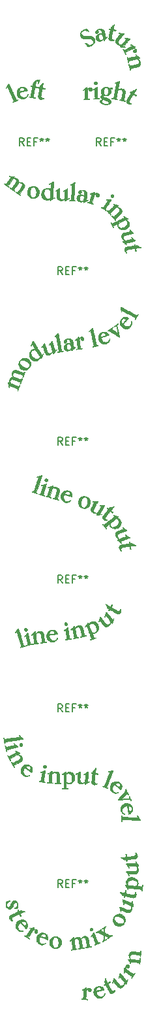
<source format=gbr>
%TF.GenerationSoftware,KiCad,Pcbnew,(5.1.6-0-10_14)*%
%TF.CreationDate,2020-12-13T12:36:11-06:00*%
%TF.ProjectId,auxboxPanel,61757862-6f78-4506-916e-656c2e6b6963,rev?*%
%TF.SameCoordinates,Original*%
%TF.FileFunction,Legend,Top*%
%TF.FilePolarity,Positive*%
%FSLAX46Y46*%
G04 Gerber Fmt 4.6, Leading zero omitted, Abs format (unit mm)*
G04 Created by KiCad (PCBNEW (5.1.6-0-10_14)) date 2020-12-13 12:36:11*
%MOMM*%
%LPD*%
G01*
G04 APERTURE LIST*
%ADD10C,0.010000*%
%ADD11C,0.150000*%
G04 APERTURE END LIST*
D10*
%TO.C,G\u002A\u002A\u002A*%
G36*
X61759299Y-166249657D02*
G01*
X61769964Y-166258023D01*
X61779232Y-166268157D01*
X61784828Y-166281133D01*
X61787225Y-166301378D01*
X61786894Y-166333324D01*
X61784307Y-166381397D01*
X61783861Y-166388554D01*
X61776861Y-166500175D01*
X61810852Y-166454949D01*
X61862665Y-166400856D01*
X61924394Y-166360356D01*
X61992822Y-166333373D01*
X62064732Y-166319828D01*
X62136907Y-166319646D01*
X62206131Y-166332748D01*
X62269187Y-166359058D01*
X62322858Y-166398499D01*
X62363927Y-166450993D01*
X62372919Y-166468425D01*
X62386909Y-166514557D01*
X62392376Y-166568464D01*
X62389192Y-166621392D01*
X62377225Y-166664587D01*
X62375870Y-166667388D01*
X62340309Y-166722100D01*
X62297165Y-166757956D01*
X62243640Y-166776718D01*
X62196001Y-166780633D01*
X62131332Y-166771777D01*
X62076772Y-166746212D01*
X62035012Y-166705438D01*
X62021429Y-166683153D01*
X62003546Y-166625959D01*
X62002952Y-166562465D01*
X62019183Y-166497893D01*
X62041975Y-166452130D01*
X62076383Y-166396779D01*
X62027867Y-166402247D01*
X61989546Y-166411411D01*
X61947585Y-166428429D01*
X61929521Y-166438281D01*
X61887104Y-166472833D01*
X61845216Y-166521686D01*
X61808438Y-166578364D01*
X61781353Y-166636392D01*
X61774626Y-166657194D01*
X61771446Y-166676316D01*
X61767047Y-166713893D01*
X61761638Y-166767263D01*
X61755430Y-166833762D01*
X61748631Y-166910728D01*
X61741452Y-166995497D01*
X61734103Y-167085408D01*
X61726793Y-167177796D01*
X61719733Y-167269998D01*
X61713132Y-167359353D01*
X61707200Y-167443197D01*
X61702146Y-167518867D01*
X61698182Y-167583700D01*
X61695516Y-167635034D01*
X61694359Y-167670204D01*
X61694329Y-167676125D01*
X61696304Y-167695148D01*
X61705031Y-167708934D01*
X61725036Y-167721942D01*
X61755337Y-167736180D01*
X61795299Y-167752259D01*
X61834310Y-167765201D01*
X61855879Y-167770553D01*
X61882111Y-167777389D01*
X61893309Y-167788659D01*
X61895567Y-167808394D01*
X61894778Y-167829715D01*
X61892921Y-167837624D01*
X61881903Y-167835679D01*
X61855754Y-167831925D01*
X61823392Y-167827602D01*
X61780879Y-167822833D01*
X61722787Y-167817371D01*
X61653511Y-167811527D01*
X61577448Y-167805616D01*
X61498991Y-167799951D01*
X61422537Y-167794845D01*
X61352480Y-167790612D01*
X61293215Y-167787564D01*
X61249138Y-167786016D01*
X61238376Y-167785887D01*
X61187934Y-167784360D01*
X61155869Y-167779306D01*
X61139533Y-167769643D01*
X61136279Y-167754289D01*
X61138439Y-167745037D01*
X61148488Y-167729403D01*
X61169451Y-167723147D01*
X61185275Y-167722550D01*
X61215652Y-167719719D01*
X61254060Y-167712428D01*
X61293477Y-167702477D01*
X61326882Y-167691665D01*
X61347254Y-167681793D01*
X61348566Y-167680685D01*
X61350690Y-167669164D01*
X61354067Y-167638894D01*
X61358521Y-167592207D01*
X61363879Y-167531436D01*
X61369966Y-167458915D01*
X61376609Y-167376975D01*
X61383632Y-167287951D01*
X61390863Y-167194175D01*
X61398126Y-167097981D01*
X61405248Y-167001700D01*
X61412054Y-166907667D01*
X61418369Y-166818214D01*
X61424021Y-166735674D01*
X61428834Y-166662380D01*
X61432634Y-166600666D01*
X61435248Y-166552864D01*
X61436500Y-166521307D01*
X61436218Y-166508328D01*
X61436124Y-166508163D01*
X61425632Y-166510940D01*
X61400438Y-166521601D01*
X61364652Y-166538326D01*
X61333771Y-166553532D01*
X61289524Y-166575434D01*
X61260198Y-166588604D01*
X61241943Y-166594085D01*
X61230906Y-166592921D01*
X61223234Y-166586156D01*
X61221543Y-166583920D01*
X61210454Y-166566278D01*
X61207650Y-166558719D01*
X61216509Y-166551699D01*
X61240353Y-166537829D01*
X61275080Y-166519413D01*
X61300254Y-166506732D01*
X61392408Y-166458717D01*
X61491999Y-166402640D01*
X61590003Y-166343738D01*
X61671505Y-166291222D01*
X61708785Y-166266538D01*
X61732950Y-166252358D01*
X61748341Y-166247219D01*
X61759299Y-166249657D01*
G37*
X61759299Y-166249657D02*
X61769964Y-166258023D01*
X61779232Y-166268157D01*
X61784828Y-166281133D01*
X61787225Y-166301378D01*
X61786894Y-166333324D01*
X61784307Y-166381397D01*
X61783861Y-166388554D01*
X61776861Y-166500175D01*
X61810852Y-166454949D01*
X61862665Y-166400856D01*
X61924394Y-166360356D01*
X61992822Y-166333373D01*
X62064732Y-166319828D01*
X62136907Y-166319646D01*
X62206131Y-166332748D01*
X62269187Y-166359058D01*
X62322858Y-166398499D01*
X62363927Y-166450993D01*
X62372919Y-166468425D01*
X62386909Y-166514557D01*
X62392376Y-166568464D01*
X62389192Y-166621392D01*
X62377225Y-166664587D01*
X62375870Y-166667388D01*
X62340309Y-166722100D01*
X62297165Y-166757956D01*
X62243640Y-166776718D01*
X62196001Y-166780633D01*
X62131332Y-166771777D01*
X62076772Y-166746212D01*
X62035012Y-166705438D01*
X62021429Y-166683153D01*
X62003546Y-166625959D01*
X62002952Y-166562465D01*
X62019183Y-166497893D01*
X62041975Y-166452130D01*
X62076383Y-166396779D01*
X62027867Y-166402247D01*
X61989546Y-166411411D01*
X61947585Y-166428429D01*
X61929521Y-166438281D01*
X61887104Y-166472833D01*
X61845216Y-166521686D01*
X61808438Y-166578364D01*
X61781353Y-166636392D01*
X61774626Y-166657194D01*
X61771446Y-166676316D01*
X61767047Y-166713893D01*
X61761638Y-166767263D01*
X61755430Y-166833762D01*
X61748631Y-166910728D01*
X61741452Y-166995497D01*
X61734103Y-167085408D01*
X61726793Y-167177796D01*
X61719733Y-167269998D01*
X61713132Y-167359353D01*
X61707200Y-167443197D01*
X61702146Y-167518867D01*
X61698182Y-167583700D01*
X61695516Y-167635034D01*
X61694359Y-167670204D01*
X61694329Y-167676125D01*
X61696304Y-167695148D01*
X61705031Y-167708934D01*
X61725036Y-167721942D01*
X61755337Y-167736180D01*
X61795299Y-167752259D01*
X61834310Y-167765201D01*
X61855879Y-167770553D01*
X61882111Y-167777389D01*
X61893309Y-167788659D01*
X61895567Y-167808394D01*
X61894778Y-167829715D01*
X61892921Y-167837624D01*
X61881903Y-167835679D01*
X61855754Y-167831925D01*
X61823392Y-167827602D01*
X61780879Y-167822833D01*
X61722787Y-167817371D01*
X61653511Y-167811527D01*
X61577448Y-167805616D01*
X61498991Y-167799951D01*
X61422537Y-167794845D01*
X61352480Y-167790612D01*
X61293215Y-167787564D01*
X61249138Y-167786016D01*
X61238376Y-167785887D01*
X61187934Y-167784360D01*
X61155869Y-167779306D01*
X61139533Y-167769643D01*
X61136279Y-167754289D01*
X61138439Y-167745037D01*
X61148488Y-167729403D01*
X61169451Y-167723147D01*
X61185275Y-167722550D01*
X61215652Y-167719719D01*
X61254060Y-167712428D01*
X61293477Y-167702477D01*
X61326882Y-167691665D01*
X61347254Y-167681793D01*
X61348566Y-167680685D01*
X61350690Y-167669164D01*
X61354067Y-167638894D01*
X61358521Y-167592207D01*
X61363879Y-167531436D01*
X61369966Y-167458915D01*
X61376609Y-167376975D01*
X61383632Y-167287951D01*
X61390863Y-167194175D01*
X61398126Y-167097981D01*
X61405248Y-167001700D01*
X61412054Y-166907667D01*
X61418369Y-166818214D01*
X61424021Y-166735674D01*
X61428834Y-166662380D01*
X61432634Y-166600666D01*
X61435248Y-166552864D01*
X61436500Y-166521307D01*
X61436218Y-166508328D01*
X61436124Y-166508163D01*
X61425632Y-166510940D01*
X61400438Y-166521601D01*
X61364652Y-166538326D01*
X61333771Y-166553532D01*
X61289524Y-166575434D01*
X61260198Y-166588604D01*
X61241943Y-166594085D01*
X61230906Y-166592921D01*
X61223234Y-166586156D01*
X61221543Y-166583920D01*
X61210454Y-166566278D01*
X61207650Y-166558719D01*
X61216509Y-166551699D01*
X61240353Y-166537829D01*
X61275080Y-166519413D01*
X61300254Y-166506732D01*
X61392408Y-166458717D01*
X61491999Y-166402640D01*
X61590003Y-166343738D01*
X61671505Y-166291222D01*
X61708785Y-166266538D01*
X61732950Y-166252358D01*
X61748341Y-166247219D01*
X61759299Y-166249657D01*
G36*
X63628054Y-166105111D02*
G01*
X63729841Y-166140779D01*
X63822647Y-166195465D01*
X63905948Y-166268922D01*
X63979220Y-166360905D01*
X64041939Y-166471167D01*
X64044376Y-166476282D01*
X64058820Y-166509999D01*
X64067189Y-166536032D01*
X64067723Y-166548875D01*
X64067613Y-166548986D01*
X64056159Y-166553101D01*
X64026252Y-166562171D01*
X63979877Y-166575638D01*
X63919017Y-166592943D01*
X63845656Y-166613526D01*
X63761777Y-166636829D01*
X63669363Y-166662291D01*
X63570398Y-166689353D01*
X63553692Y-166693902D01*
X63453895Y-166721153D01*
X63360365Y-166746872D01*
X63275079Y-166770504D01*
X63200014Y-166791491D01*
X63137148Y-166809277D01*
X63088456Y-166823307D01*
X63055917Y-166833023D01*
X63041507Y-166837870D01*
X63041007Y-166838165D01*
X63040268Y-166851637D01*
X63045890Y-166880260D01*
X63056489Y-166919483D01*
X63070680Y-166964760D01*
X63087078Y-167011541D01*
X63104299Y-167055278D01*
X63113364Y-167075839D01*
X63170409Y-167178692D01*
X63238373Y-167266191D01*
X63315696Y-167337447D01*
X63400817Y-167391571D01*
X63492174Y-167427672D01*
X63588207Y-167444863D01*
X63687355Y-167442252D01*
X63739807Y-167432732D01*
X63841994Y-167399556D01*
X63929498Y-167351318D01*
X64002950Y-167287455D01*
X64062980Y-167207407D01*
X64110216Y-167110611D01*
X64114904Y-167098254D01*
X64129333Y-167060824D01*
X64139779Y-167039999D01*
X64148919Y-167032295D01*
X64159433Y-167034225D01*
X64162802Y-167035918D01*
X64174930Y-167048192D01*
X64178354Y-167069251D01*
X64172694Y-167101707D01*
X64157566Y-167148171D01*
X64139734Y-167193894D01*
X64083618Y-167306580D01*
X64013458Y-167403973D01*
X63929882Y-167485459D01*
X63833516Y-167550421D01*
X63730035Y-167596499D01*
X63643559Y-167621257D01*
X63550937Y-167638252D01*
X63458355Y-167646906D01*
X63372000Y-167646641D01*
X63298055Y-167636881D01*
X63297858Y-167636837D01*
X63178694Y-167599772D01*
X63070548Y-167544928D01*
X62974180Y-167473038D01*
X62890348Y-167384835D01*
X62819810Y-167281053D01*
X62763324Y-167162426D01*
X62740557Y-167097677D01*
X62730715Y-167063776D01*
X62723860Y-167031995D01*
X62719487Y-166997315D01*
X62717092Y-166954716D01*
X62716168Y-166899180D01*
X62716116Y-166854716D01*
X62716522Y-166790366D01*
X62717833Y-166742192D01*
X62719194Y-166724288D01*
X63027983Y-166724288D01*
X63364004Y-166631882D01*
X63456587Y-166606301D01*
X63530674Y-166585482D01*
X63588230Y-166568764D01*
X63631220Y-166555487D01*
X63661607Y-166544989D01*
X63681356Y-166536610D01*
X63692431Y-166529688D01*
X63696798Y-166523562D01*
X63696990Y-166519826D01*
X63691157Y-166501819D01*
X63678162Y-166470470D01*
X63660364Y-166431341D01*
X63652036Y-166413947D01*
X63604186Y-166333135D01*
X63548504Y-166269918D01*
X63486412Y-166224928D01*
X63419330Y-166198798D01*
X63348679Y-166192161D01*
X63275879Y-166205649D01*
X63228442Y-166225324D01*
X63168029Y-166267446D01*
X63116876Y-166326609D01*
X63076196Y-166400280D01*
X63047203Y-166485923D01*
X63031109Y-166581004D01*
X63028140Y-166643981D01*
X63027983Y-166724288D01*
X62719194Y-166724288D01*
X62720646Y-166705203D01*
X62725563Y-166674412D01*
X62733182Y-166644827D01*
X62744104Y-166611461D01*
X62745999Y-166606008D01*
X62798034Y-166486454D01*
X62865424Y-166380948D01*
X62947312Y-166290288D01*
X63042839Y-166215271D01*
X63151149Y-166156695D01*
X63271384Y-166115359D01*
X63274056Y-166114675D01*
X63399638Y-166091813D01*
X63517812Y-166088707D01*
X63628054Y-166105111D01*
G37*
X63628054Y-166105111D02*
X63729841Y-166140779D01*
X63822647Y-166195465D01*
X63905948Y-166268922D01*
X63979220Y-166360905D01*
X64041939Y-166471167D01*
X64044376Y-166476282D01*
X64058820Y-166509999D01*
X64067189Y-166536032D01*
X64067723Y-166548875D01*
X64067613Y-166548986D01*
X64056159Y-166553101D01*
X64026252Y-166562171D01*
X63979877Y-166575638D01*
X63919017Y-166592943D01*
X63845656Y-166613526D01*
X63761777Y-166636829D01*
X63669363Y-166662291D01*
X63570398Y-166689353D01*
X63553692Y-166693902D01*
X63453895Y-166721153D01*
X63360365Y-166746872D01*
X63275079Y-166770504D01*
X63200014Y-166791491D01*
X63137148Y-166809277D01*
X63088456Y-166823307D01*
X63055917Y-166833023D01*
X63041507Y-166837870D01*
X63041007Y-166838165D01*
X63040268Y-166851637D01*
X63045890Y-166880260D01*
X63056489Y-166919483D01*
X63070680Y-166964760D01*
X63087078Y-167011541D01*
X63104299Y-167055278D01*
X63113364Y-167075839D01*
X63170409Y-167178692D01*
X63238373Y-167266191D01*
X63315696Y-167337447D01*
X63400817Y-167391571D01*
X63492174Y-167427672D01*
X63588207Y-167444863D01*
X63687355Y-167442252D01*
X63739807Y-167432732D01*
X63841994Y-167399556D01*
X63929498Y-167351318D01*
X64002950Y-167287455D01*
X64062980Y-167207407D01*
X64110216Y-167110611D01*
X64114904Y-167098254D01*
X64129333Y-167060824D01*
X64139779Y-167039999D01*
X64148919Y-167032295D01*
X64159433Y-167034225D01*
X64162802Y-167035918D01*
X64174930Y-167048192D01*
X64178354Y-167069251D01*
X64172694Y-167101707D01*
X64157566Y-167148171D01*
X64139734Y-167193894D01*
X64083618Y-167306580D01*
X64013458Y-167403973D01*
X63929882Y-167485459D01*
X63833516Y-167550421D01*
X63730035Y-167596499D01*
X63643559Y-167621257D01*
X63550937Y-167638252D01*
X63458355Y-167646906D01*
X63372000Y-167646641D01*
X63298055Y-167636881D01*
X63297858Y-167636837D01*
X63178694Y-167599772D01*
X63070548Y-167544928D01*
X62974180Y-167473038D01*
X62890348Y-167384835D01*
X62819810Y-167281053D01*
X62763324Y-167162426D01*
X62740557Y-167097677D01*
X62730715Y-167063776D01*
X62723860Y-167031995D01*
X62719487Y-166997315D01*
X62717092Y-166954716D01*
X62716168Y-166899180D01*
X62716116Y-166854716D01*
X62716522Y-166790366D01*
X62717833Y-166742192D01*
X62719194Y-166724288D01*
X63027983Y-166724288D01*
X63364004Y-166631882D01*
X63456587Y-166606301D01*
X63530674Y-166585482D01*
X63588230Y-166568764D01*
X63631220Y-166555487D01*
X63661607Y-166544989D01*
X63681356Y-166536610D01*
X63692431Y-166529688D01*
X63696798Y-166523562D01*
X63696990Y-166519826D01*
X63691157Y-166501819D01*
X63678162Y-166470470D01*
X63660364Y-166431341D01*
X63652036Y-166413947D01*
X63604186Y-166333135D01*
X63548504Y-166269918D01*
X63486412Y-166224928D01*
X63419330Y-166198798D01*
X63348679Y-166192161D01*
X63275879Y-166205649D01*
X63228442Y-166225324D01*
X63168029Y-166267446D01*
X63116876Y-166326609D01*
X63076196Y-166400280D01*
X63047203Y-166485923D01*
X63031109Y-166581004D01*
X63028140Y-166643981D01*
X63027983Y-166724288D01*
X62719194Y-166724288D01*
X62720646Y-166705203D01*
X62725563Y-166674412D01*
X62733182Y-166644827D01*
X62744104Y-166611461D01*
X62745999Y-166606008D01*
X62798034Y-166486454D01*
X62865424Y-166380948D01*
X62947312Y-166290288D01*
X63042839Y-166215271D01*
X63151149Y-166156695D01*
X63271384Y-166115359D01*
X63274056Y-166114675D01*
X63399638Y-166091813D01*
X63517812Y-166088707D01*
X63628054Y-166105111D01*
G36*
X64239587Y-165070371D02*
G01*
X64252296Y-165095227D01*
X64254399Y-165100062D01*
X64274126Y-165144862D01*
X64298898Y-165199540D01*
X64327298Y-165261128D01*
X64357912Y-165326658D01*
X64389324Y-165393159D01*
X64420117Y-165457665D01*
X64448876Y-165517205D01*
X64474186Y-165568812D01*
X64494630Y-165609517D01*
X64508794Y-165636351D01*
X64514676Y-165645863D01*
X64524426Y-165642192D01*
X64549877Y-165630192D01*
X64587988Y-165611366D01*
X64635712Y-165587212D01*
X64683393Y-165562668D01*
X64737126Y-165535103D01*
X64784002Y-165511626D01*
X64820963Y-165493722D01*
X64844949Y-165482876D01*
X64852896Y-165480354D01*
X64859273Y-165491271D01*
X64871562Y-165514592D01*
X64878698Y-165528599D01*
X64901098Y-165573024D01*
X64771520Y-165641259D01*
X64720408Y-165668129D01*
X64672643Y-165693161D01*
X64633060Y-165713825D01*
X64606498Y-165727590D01*
X64603501Y-165729126D01*
X64565060Y-165748758D01*
X64744479Y-166098008D01*
X64787226Y-166180924D01*
X64828755Y-166260926D01*
X64867644Y-166335313D01*
X64902470Y-166401386D01*
X64931810Y-166456445D01*
X64954241Y-166497787D01*
X64967384Y-166521101D01*
X65020509Y-166599938D01*
X65075212Y-166657973D01*
X65132346Y-166695559D01*
X65192765Y-166713047D01*
X65257322Y-166710791D01*
X65326873Y-166689143D01*
X65349254Y-166678712D01*
X65387346Y-166656792D01*
X65423440Y-166631382D01*
X65438435Y-166618599D01*
X65460449Y-166599048D01*
X65474015Y-166592941D01*
X65485274Y-166598386D01*
X65489885Y-166602749D01*
X65499364Y-166621720D01*
X65496818Y-166649380D01*
X65481584Y-166687656D01*
X65452996Y-166738473D01*
X65431323Y-166772492D01*
X65367997Y-166855246D01*
X65297745Y-166922346D01*
X65222534Y-166972718D01*
X65144330Y-167005293D01*
X65065099Y-167018998D01*
X64989538Y-167013333D01*
X64912973Y-166986936D01*
X64841619Y-166940502D01*
X64806209Y-166907865D01*
X64791586Y-166891154D01*
X64775083Y-166868620D01*
X64755698Y-166838482D01*
X64732428Y-166798963D01*
X64704270Y-166748284D01*
X64670221Y-166684667D01*
X64629280Y-166606333D01*
X64580443Y-166511503D01*
X64557748Y-166467135D01*
X64512772Y-166379184D01*
X64469003Y-166293808D01*
X64427779Y-166213595D01*
X64390433Y-166141137D01*
X64358304Y-166079025D01*
X64332725Y-166029849D01*
X64315034Y-165996200D01*
X64311600Y-165989774D01*
X64264787Y-165902707D01*
X64179748Y-165945464D01*
X64141943Y-165963980D01*
X64112086Y-165977673D01*
X64094560Y-165984579D01*
X64091814Y-165984906D01*
X64085748Y-165974313D01*
X64073680Y-165951249D01*
X64066650Y-165937424D01*
X64044381Y-165893257D01*
X64126203Y-165849165D01*
X64163168Y-165829090D01*
X64192259Y-165812998D01*
X64209026Y-165803364D01*
X64211331Y-165801831D01*
X64208263Y-165791666D01*
X64197374Y-165766743D01*
X64180512Y-165731136D01*
X64165230Y-165700213D01*
X64115822Y-165601837D01*
X64143748Y-165488795D01*
X64156425Y-165428925D01*
X64168468Y-165356750D01*
X64178521Y-165281120D01*
X64184109Y-165225432D01*
X64189512Y-165164570D01*
X64194426Y-165121560D01*
X64199496Y-165093114D01*
X64205369Y-165075949D01*
X64212690Y-165066778D01*
X64215689Y-165064863D01*
X64228736Y-165061478D01*
X64239587Y-165070371D01*
G37*
X64239587Y-165070371D02*
X64252296Y-165095227D01*
X64254399Y-165100062D01*
X64274126Y-165144862D01*
X64298898Y-165199540D01*
X64327298Y-165261128D01*
X64357912Y-165326658D01*
X64389324Y-165393159D01*
X64420117Y-165457665D01*
X64448876Y-165517205D01*
X64474186Y-165568812D01*
X64494630Y-165609517D01*
X64508794Y-165636351D01*
X64514676Y-165645863D01*
X64524426Y-165642192D01*
X64549877Y-165630192D01*
X64587988Y-165611366D01*
X64635712Y-165587212D01*
X64683393Y-165562668D01*
X64737126Y-165535103D01*
X64784002Y-165511626D01*
X64820963Y-165493722D01*
X64844949Y-165482876D01*
X64852896Y-165480354D01*
X64859273Y-165491271D01*
X64871562Y-165514592D01*
X64878698Y-165528599D01*
X64901098Y-165573024D01*
X64771520Y-165641259D01*
X64720408Y-165668129D01*
X64672643Y-165693161D01*
X64633060Y-165713825D01*
X64606498Y-165727590D01*
X64603501Y-165729126D01*
X64565060Y-165748758D01*
X64744479Y-166098008D01*
X64787226Y-166180924D01*
X64828755Y-166260926D01*
X64867644Y-166335313D01*
X64902470Y-166401386D01*
X64931810Y-166456445D01*
X64954241Y-166497787D01*
X64967384Y-166521101D01*
X65020509Y-166599938D01*
X65075212Y-166657973D01*
X65132346Y-166695559D01*
X65192765Y-166713047D01*
X65257322Y-166710791D01*
X65326873Y-166689143D01*
X65349254Y-166678712D01*
X65387346Y-166656792D01*
X65423440Y-166631382D01*
X65438435Y-166618599D01*
X65460449Y-166599048D01*
X65474015Y-166592941D01*
X65485274Y-166598386D01*
X65489885Y-166602749D01*
X65499364Y-166621720D01*
X65496818Y-166649380D01*
X65481584Y-166687656D01*
X65452996Y-166738473D01*
X65431323Y-166772492D01*
X65367997Y-166855246D01*
X65297745Y-166922346D01*
X65222534Y-166972718D01*
X65144330Y-167005293D01*
X65065099Y-167018998D01*
X64989538Y-167013333D01*
X64912973Y-166986936D01*
X64841619Y-166940502D01*
X64806209Y-166907865D01*
X64791586Y-166891154D01*
X64775083Y-166868620D01*
X64755698Y-166838482D01*
X64732428Y-166798963D01*
X64704270Y-166748284D01*
X64670221Y-166684667D01*
X64629280Y-166606333D01*
X64580443Y-166511503D01*
X64557748Y-166467135D01*
X64512772Y-166379184D01*
X64469003Y-166293808D01*
X64427779Y-166213595D01*
X64390433Y-166141137D01*
X64358304Y-166079025D01*
X64332725Y-166029849D01*
X64315034Y-165996200D01*
X64311600Y-165989774D01*
X64264787Y-165902707D01*
X64179748Y-165945464D01*
X64141943Y-165963980D01*
X64112086Y-165977673D01*
X64094560Y-165984579D01*
X64091814Y-165984906D01*
X64085748Y-165974313D01*
X64073680Y-165951249D01*
X64066650Y-165937424D01*
X64044381Y-165893257D01*
X64126203Y-165849165D01*
X64163168Y-165829090D01*
X64192259Y-165812998D01*
X64209026Y-165803364D01*
X64211331Y-165801831D01*
X64208263Y-165791666D01*
X64197374Y-165766743D01*
X64180512Y-165731136D01*
X64165230Y-165700213D01*
X64115822Y-165601837D01*
X64143748Y-165488795D01*
X64156425Y-165428925D01*
X64168468Y-165356750D01*
X64178521Y-165281120D01*
X64184109Y-165225432D01*
X64189512Y-165164570D01*
X64194426Y-165121560D01*
X64199496Y-165093114D01*
X64205369Y-165075949D01*
X64212690Y-165066778D01*
X64215689Y-165064863D01*
X64228736Y-165061478D01*
X64239587Y-165070371D01*
G36*
X66142412Y-164428634D02*
G01*
X66163991Y-164441477D01*
X66191368Y-164465218D01*
X66225600Y-164500565D01*
X66267742Y-164548224D01*
X66318854Y-164608901D01*
X66379990Y-164683302D01*
X66452208Y-164772133D01*
X66536566Y-164876100D01*
X66578692Y-164927918D01*
X66651673Y-165017354D01*
X66720744Y-165101532D01*
X66784751Y-165179077D01*
X66842538Y-165248611D01*
X66892949Y-165308756D01*
X66934831Y-165358135D01*
X66967027Y-165395371D01*
X66988382Y-165419088D01*
X66997743Y-165427906D01*
X66998025Y-165427880D01*
X67004167Y-165415361D01*
X67015347Y-165387533D01*
X67029721Y-165349105D01*
X67039242Y-165322551D01*
X67055595Y-165277518D01*
X67067542Y-165249279D01*
X67077172Y-165234481D01*
X67086576Y-165229772D01*
X67096159Y-165231262D01*
X67115274Y-165237869D01*
X67121754Y-165240975D01*
X67119699Y-165251446D01*
X67111870Y-165278479D01*
X67099336Y-165318606D01*
X67083171Y-165368361D01*
X67072287Y-165401057D01*
X67049881Y-165470544D01*
X67026502Y-165547701D01*
X67004734Y-165623726D01*
X66987160Y-165689818D01*
X66985240Y-165697537D01*
X66971274Y-165753492D01*
X66960723Y-165792181D01*
X66952117Y-165816935D01*
X66943986Y-165831082D01*
X66934860Y-165837953D01*
X66923270Y-165840877D01*
X66921867Y-165841089D01*
X66906431Y-165841168D01*
X66891417Y-165834494D01*
X66873167Y-165818125D01*
X66848021Y-165789120D01*
X66830977Y-165768031D01*
X66803414Y-165734404D01*
X66780572Y-165708150D01*
X66765719Y-165692946D01*
X66762184Y-165690625D01*
X66756354Y-165699937D01*
X66749934Y-165723463D01*
X66747659Y-165735529D01*
X66734734Y-165790116D01*
X66713752Y-165854393D01*
X66687837Y-165920083D01*
X66660116Y-165978905D01*
X66646671Y-166002960D01*
X66593205Y-166077205D01*
X66526333Y-166147311D01*
X66451133Y-166209004D01*
X66372683Y-166258008D01*
X66311684Y-166284962D01*
X66234530Y-166304397D01*
X66155731Y-166310554D01*
X66083021Y-166302983D01*
X66067836Y-166299214D01*
X66033766Y-166288774D01*
X66002397Y-166276683D01*
X65972204Y-166261497D01*
X65941658Y-166241771D01*
X65909233Y-166216062D01*
X65873402Y-166182923D01*
X65832637Y-166140911D01*
X65785412Y-166088583D01*
X65730199Y-166024492D01*
X65665472Y-165947195D01*
X65589703Y-165855247D01*
X65559553Y-165818432D01*
X65273155Y-165468342D01*
X65250746Y-165529175D01*
X65235121Y-165571472D01*
X65219404Y-165613828D01*
X65211515Y-165634987D01*
X65197015Y-165666107D01*
X65182121Y-165678531D01*
X65163482Y-165674524D01*
X65157882Y-165671244D01*
X65154449Y-165662953D01*
X65156173Y-165644017D01*
X65163581Y-165612227D01*
X65177205Y-165565374D01*
X65197574Y-165501249D01*
X65201624Y-165488843D01*
X65223625Y-165419502D01*
X65245916Y-165345527D01*
X65266411Y-165274081D01*
X65283026Y-165212326D01*
X65288590Y-165189988D01*
X65318587Y-165065135D01*
X65350419Y-165068280D01*
X65359198Y-165070640D01*
X65370124Y-165077014D01*
X65384396Y-165088744D01*
X65403211Y-165107172D01*
X65427769Y-165133643D01*
X65459269Y-165169498D01*
X65498908Y-165216080D01*
X65547887Y-165274731D01*
X65607404Y-165346795D01*
X65678657Y-165433613D01*
X65701442Y-165461444D01*
X65767684Y-165542141D01*
X65831636Y-165619586D01*
X65891691Y-165691866D01*
X65946240Y-165757064D01*
X65993675Y-165813265D01*
X66032388Y-165858554D01*
X66060771Y-165891016D01*
X66075906Y-165907430D01*
X66146500Y-165966603D01*
X66220100Y-166005037D01*
X66295465Y-166022731D01*
X66371355Y-166019682D01*
X66446529Y-165995889D01*
X66519747Y-165951349D01*
X66568739Y-165908257D01*
X66621346Y-165844648D01*
X66662614Y-165772466D01*
X66689146Y-165698247D01*
X66695615Y-165664091D01*
X66702412Y-165611175D01*
X66404169Y-165246050D01*
X66341394Y-165169303D01*
X66282026Y-165096922D01*
X66227552Y-165030708D01*
X66179462Y-164972461D01*
X66139244Y-164923981D01*
X66108387Y-164887068D01*
X66088378Y-164863523D01*
X66081669Y-164856005D01*
X66057413Y-164831085D01*
X66040426Y-164877172D01*
X66026102Y-164916297D01*
X66010104Y-164960363D01*
X66004433Y-164976087D01*
X65986767Y-165012350D01*
X65966880Y-165032199D01*
X65947080Y-165033845D01*
X65938084Y-165027438D01*
X65938221Y-165014714D01*
X65944591Y-164986004D01*
X65956159Y-164945200D01*
X65971886Y-164896196D01*
X65977106Y-164880925D01*
X65998240Y-164816700D01*
X66021445Y-164740905D01*
X66044039Y-164662593D01*
X66063338Y-164590818D01*
X66064922Y-164584591D01*
X66075508Y-164540914D01*
X66084494Y-164503192D01*
X66092937Y-164472132D01*
X66101893Y-164448440D01*
X66112420Y-164432822D01*
X66125574Y-164425985D01*
X66142412Y-164428634D01*
G37*
X66142412Y-164428634D02*
X66163991Y-164441477D01*
X66191368Y-164465218D01*
X66225600Y-164500565D01*
X66267742Y-164548224D01*
X66318854Y-164608901D01*
X66379990Y-164683302D01*
X66452208Y-164772133D01*
X66536566Y-164876100D01*
X66578692Y-164927918D01*
X66651673Y-165017354D01*
X66720744Y-165101532D01*
X66784751Y-165179077D01*
X66842538Y-165248611D01*
X66892949Y-165308756D01*
X66934831Y-165358135D01*
X66967027Y-165395371D01*
X66988382Y-165419088D01*
X66997743Y-165427906D01*
X66998025Y-165427880D01*
X67004167Y-165415361D01*
X67015347Y-165387533D01*
X67029721Y-165349105D01*
X67039242Y-165322551D01*
X67055595Y-165277518D01*
X67067542Y-165249279D01*
X67077172Y-165234481D01*
X67086576Y-165229772D01*
X67096159Y-165231262D01*
X67115274Y-165237869D01*
X67121754Y-165240975D01*
X67119699Y-165251446D01*
X67111870Y-165278479D01*
X67099336Y-165318606D01*
X67083171Y-165368361D01*
X67072287Y-165401057D01*
X67049881Y-165470544D01*
X67026502Y-165547701D01*
X67004734Y-165623726D01*
X66987160Y-165689818D01*
X66985240Y-165697537D01*
X66971274Y-165753492D01*
X66960723Y-165792181D01*
X66952117Y-165816935D01*
X66943986Y-165831082D01*
X66934860Y-165837953D01*
X66923270Y-165840877D01*
X66921867Y-165841089D01*
X66906431Y-165841168D01*
X66891417Y-165834494D01*
X66873167Y-165818125D01*
X66848021Y-165789120D01*
X66830977Y-165768031D01*
X66803414Y-165734404D01*
X66780572Y-165708150D01*
X66765719Y-165692946D01*
X66762184Y-165690625D01*
X66756354Y-165699937D01*
X66749934Y-165723463D01*
X66747659Y-165735529D01*
X66734734Y-165790116D01*
X66713752Y-165854393D01*
X66687837Y-165920083D01*
X66660116Y-165978905D01*
X66646671Y-166002960D01*
X66593205Y-166077205D01*
X66526333Y-166147311D01*
X66451133Y-166209004D01*
X66372683Y-166258008D01*
X66311684Y-166284962D01*
X66234530Y-166304397D01*
X66155731Y-166310554D01*
X66083021Y-166302983D01*
X66067836Y-166299214D01*
X66033766Y-166288774D01*
X66002397Y-166276683D01*
X65972204Y-166261497D01*
X65941658Y-166241771D01*
X65909233Y-166216062D01*
X65873402Y-166182923D01*
X65832637Y-166140911D01*
X65785412Y-166088583D01*
X65730199Y-166024492D01*
X65665472Y-165947195D01*
X65589703Y-165855247D01*
X65559553Y-165818432D01*
X65273155Y-165468342D01*
X65250746Y-165529175D01*
X65235121Y-165571472D01*
X65219404Y-165613828D01*
X65211515Y-165634987D01*
X65197015Y-165666107D01*
X65182121Y-165678531D01*
X65163482Y-165674524D01*
X65157882Y-165671244D01*
X65154449Y-165662953D01*
X65156173Y-165644017D01*
X65163581Y-165612227D01*
X65177205Y-165565374D01*
X65197574Y-165501249D01*
X65201624Y-165488843D01*
X65223625Y-165419502D01*
X65245916Y-165345527D01*
X65266411Y-165274081D01*
X65283026Y-165212326D01*
X65288590Y-165189988D01*
X65318587Y-165065135D01*
X65350419Y-165068280D01*
X65359198Y-165070640D01*
X65370124Y-165077014D01*
X65384396Y-165088744D01*
X65403211Y-165107172D01*
X65427769Y-165133643D01*
X65459269Y-165169498D01*
X65498908Y-165216080D01*
X65547887Y-165274731D01*
X65607404Y-165346795D01*
X65678657Y-165433613D01*
X65701442Y-165461444D01*
X65767684Y-165542141D01*
X65831636Y-165619586D01*
X65891691Y-165691866D01*
X65946240Y-165757064D01*
X65993675Y-165813265D01*
X66032388Y-165858554D01*
X66060771Y-165891016D01*
X66075906Y-165907430D01*
X66146500Y-165966603D01*
X66220100Y-166005037D01*
X66295465Y-166022731D01*
X66371355Y-166019682D01*
X66446529Y-165995889D01*
X66519747Y-165951349D01*
X66568739Y-165908257D01*
X66621346Y-165844648D01*
X66662614Y-165772466D01*
X66689146Y-165698247D01*
X66695615Y-165664091D01*
X66702412Y-165611175D01*
X66404169Y-165246050D01*
X66341394Y-165169303D01*
X66282026Y-165096922D01*
X66227552Y-165030708D01*
X66179462Y-164972461D01*
X66139244Y-164923981D01*
X66108387Y-164887068D01*
X66088378Y-164863523D01*
X66081669Y-164856005D01*
X66057413Y-164831085D01*
X66040426Y-164877172D01*
X66026102Y-164916297D01*
X66010104Y-164960363D01*
X66004433Y-164976087D01*
X65986767Y-165012350D01*
X65966880Y-165032199D01*
X65947080Y-165033845D01*
X65938084Y-165027438D01*
X65938221Y-165014714D01*
X65944591Y-164986004D01*
X65956159Y-164945200D01*
X65971886Y-164896196D01*
X65977106Y-164880925D01*
X65998240Y-164816700D01*
X66021445Y-164740905D01*
X66044039Y-164662593D01*
X66063338Y-164590818D01*
X66064922Y-164584591D01*
X66075508Y-164540914D01*
X66084494Y-164503192D01*
X66092937Y-164472132D01*
X66101893Y-164448440D01*
X66112420Y-164432822D01*
X66125574Y-164425985D01*
X66142412Y-164428634D01*
G36*
X67224086Y-163329708D02*
G01*
X67281077Y-163366305D01*
X67300355Y-163384736D01*
X67334811Y-163430054D01*
X67352427Y-163478499D01*
X67356567Y-163527368D01*
X67346994Y-163589658D01*
X67320214Y-163642788D01*
X67279136Y-163684076D01*
X67226669Y-163710840D01*
X67165721Y-163720396D01*
X67148089Y-163719669D01*
X67085847Y-163705079D01*
X67032454Y-163671980D01*
X66986999Y-163619714D01*
X66969987Y-163591767D01*
X66936041Y-163530277D01*
X66917500Y-163575892D01*
X66901601Y-163642150D01*
X66904147Y-163713536D01*
X66924249Y-163786556D01*
X66961021Y-163857715D01*
X67002760Y-163911970D01*
X67020336Y-163927575D01*
X67053861Y-163953593D01*
X67101607Y-163988793D01*
X67161846Y-164031946D01*
X67232848Y-164081822D01*
X67312886Y-164137192D01*
X67400231Y-164196826D01*
X67459456Y-164236855D01*
X67876009Y-164517307D01*
X67921444Y-164490681D01*
X67956493Y-164466063D01*
X67992501Y-164434657D01*
X68005889Y-164420874D01*
X68029893Y-164396163D01*
X68046294Y-164385563D01*
X68060273Y-164386314D01*
X68065858Y-164388911D01*
X68082384Y-164399782D01*
X68086817Y-164405368D01*
X68081063Y-164415265D01*
X68065014Y-164439817D01*
X68040490Y-164476321D01*
X68009308Y-164522072D01*
X67973289Y-164574369D01*
X67966435Y-164584264D01*
X67921330Y-164649910D01*
X67872900Y-164721375D01*
X67825311Y-164792447D01*
X67782730Y-164856916D01*
X67757414Y-164895907D01*
X67726657Y-164943280D01*
X67699838Y-164983624D01*
X67679032Y-165013898D01*
X67666312Y-165031056D01*
X67663483Y-165033802D01*
X67651821Y-165028084D01*
X67639602Y-165019600D01*
X67630184Y-165010630D01*
X67627808Y-164999434D01*
X67633175Y-164980656D01*
X67646988Y-164948938D01*
X67649614Y-164943208D01*
X67666617Y-164898156D01*
X67676972Y-164854486D01*
X67678787Y-164834949D01*
X67679358Y-164788973D01*
X67197817Y-164463764D01*
X67107658Y-164402956D01*
X67022876Y-164345931D01*
X66945067Y-164293750D01*
X66875828Y-164247479D01*
X66816757Y-164208180D01*
X66769449Y-164176918D01*
X66735502Y-164154754D01*
X66716512Y-164142753D01*
X66712958Y-164140876D01*
X66710930Y-164151714D01*
X66708065Y-164179164D01*
X66704790Y-164218709D01*
X66702375Y-164252769D01*
X66698901Y-164301826D01*
X66695526Y-164333649D01*
X66691084Y-164352133D01*
X66684407Y-164361171D01*
X66674331Y-164364658D01*
X66668650Y-164365423D01*
X66642192Y-164368504D01*
X66642192Y-163733590D01*
X66667517Y-163727238D01*
X66684837Y-163727268D01*
X66708840Y-163736021D01*
X66743005Y-163755103D01*
X66781184Y-163779676D01*
X66818743Y-163804409D01*
X66849257Y-163824010D01*
X66868780Y-163835973D01*
X66873740Y-163838466D01*
X66872277Y-163829600D01*
X66864291Y-163806478D01*
X66852928Y-163777612D01*
X66831405Y-163698603D01*
X66830318Y-163618067D01*
X66849272Y-163538226D01*
X66887872Y-163461301D01*
X66916168Y-163422463D01*
X66971519Y-163368060D01*
X67032775Y-163331309D01*
X67097147Y-163312484D01*
X67161847Y-163311859D01*
X67224086Y-163329708D01*
G37*
X67224086Y-163329708D02*
X67281077Y-163366305D01*
X67300355Y-163384736D01*
X67334811Y-163430054D01*
X67352427Y-163478499D01*
X67356567Y-163527368D01*
X67346994Y-163589658D01*
X67320214Y-163642788D01*
X67279136Y-163684076D01*
X67226669Y-163710840D01*
X67165721Y-163720396D01*
X67148089Y-163719669D01*
X67085847Y-163705079D01*
X67032454Y-163671980D01*
X66986999Y-163619714D01*
X66969987Y-163591767D01*
X66936041Y-163530277D01*
X66917500Y-163575892D01*
X66901601Y-163642150D01*
X66904147Y-163713536D01*
X66924249Y-163786556D01*
X66961021Y-163857715D01*
X67002760Y-163911970D01*
X67020336Y-163927575D01*
X67053861Y-163953593D01*
X67101607Y-163988793D01*
X67161846Y-164031946D01*
X67232848Y-164081822D01*
X67312886Y-164137192D01*
X67400231Y-164196826D01*
X67459456Y-164236855D01*
X67876009Y-164517307D01*
X67921444Y-164490681D01*
X67956493Y-164466063D01*
X67992501Y-164434657D01*
X68005889Y-164420874D01*
X68029893Y-164396163D01*
X68046294Y-164385563D01*
X68060273Y-164386314D01*
X68065858Y-164388911D01*
X68082384Y-164399782D01*
X68086817Y-164405368D01*
X68081063Y-164415265D01*
X68065014Y-164439817D01*
X68040490Y-164476321D01*
X68009308Y-164522072D01*
X67973289Y-164574369D01*
X67966435Y-164584264D01*
X67921330Y-164649910D01*
X67872900Y-164721375D01*
X67825311Y-164792447D01*
X67782730Y-164856916D01*
X67757414Y-164895907D01*
X67726657Y-164943280D01*
X67699838Y-164983624D01*
X67679032Y-165013898D01*
X67666312Y-165031056D01*
X67663483Y-165033802D01*
X67651821Y-165028084D01*
X67639602Y-165019600D01*
X67630184Y-165010630D01*
X67627808Y-164999434D01*
X67633175Y-164980656D01*
X67646988Y-164948938D01*
X67649614Y-164943208D01*
X67666617Y-164898156D01*
X67676972Y-164854486D01*
X67678787Y-164834949D01*
X67679358Y-164788973D01*
X67197817Y-164463764D01*
X67107658Y-164402956D01*
X67022876Y-164345931D01*
X66945067Y-164293750D01*
X66875828Y-164247479D01*
X66816757Y-164208180D01*
X66769449Y-164176918D01*
X66735502Y-164154754D01*
X66716512Y-164142753D01*
X66712958Y-164140876D01*
X66710930Y-164151714D01*
X66708065Y-164179164D01*
X66704790Y-164218709D01*
X66702375Y-164252769D01*
X66698901Y-164301826D01*
X66695526Y-164333649D01*
X66691084Y-164352133D01*
X66684407Y-164361171D01*
X66674331Y-164364658D01*
X66668650Y-164365423D01*
X66642192Y-164368504D01*
X66642192Y-163733590D01*
X66667517Y-163727238D01*
X66684837Y-163727268D01*
X66708840Y-163736021D01*
X66743005Y-163755103D01*
X66781184Y-163779676D01*
X66818743Y-163804409D01*
X66849257Y-163824010D01*
X66868780Y-163835973D01*
X66873740Y-163838466D01*
X66872277Y-163829600D01*
X66864291Y-163806478D01*
X66852928Y-163777612D01*
X66831405Y-163698603D01*
X66830318Y-163618067D01*
X66849272Y-163538226D01*
X66887872Y-163461301D01*
X66916168Y-163422463D01*
X66971519Y-163368060D01*
X67032775Y-163331309D01*
X67097147Y-163312484D01*
X67161847Y-163311859D01*
X67224086Y-163329708D01*
G36*
X68844797Y-161499667D02*
G01*
X68852005Y-161501923D01*
X68856368Y-161509170D01*
X68858015Y-161524263D01*
X68857074Y-161550054D01*
X68853673Y-161589398D01*
X68847942Y-161645148D01*
X68843184Y-161690050D01*
X68836897Y-161754179D01*
X68830059Y-161831886D01*
X68823289Y-161915614D01*
X68817209Y-161997807D01*
X68814064Y-162044591D01*
X68801192Y-162245675D01*
X68772087Y-162249023D01*
X68755324Y-162249872D01*
X68746674Y-162244123D01*
X68743455Y-162226832D01*
X68742983Y-162195382D01*
X68740404Y-162157443D01*
X68733648Y-162115357D01*
X68724183Y-162075212D01*
X68713480Y-162043093D01*
X68703009Y-162025088D01*
X68701601Y-162024012D01*
X68687951Y-162021171D01*
X68655801Y-162017140D01*
X68607771Y-162012122D01*
X68546484Y-162006320D01*
X68474559Y-161999937D01*
X68394617Y-161993175D01*
X68309279Y-161986237D01*
X68221167Y-161979326D01*
X68132900Y-161972643D01*
X68047101Y-161966393D01*
X67966389Y-161960777D01*
X67893385Y-161955998D01*
X67830711Y-161952258D01*
X67780986Y-161949761D01*
X67746833Y-161948709D01*
X67732275Y-161949068D01*
X67642932Y-161967954D01*
X67568878Y-162001462D01*
X67509971Y-162049737D01*
X67466070Y-162112922D01*
X67437034Y-162191162D01*
X67424489Y-162263934D01*
X67425456Y-162347172D01*
X67443573Y-162431290D01*
X67476858Y-162509980D01*
X67522461Y-162575951D01*
X67552358Y-162609893D01*
X68095556Y-162654145D01*
X68217715Y-162664040D01*
X68320492Y-162672207D01*
X68405593Y-162678734D01*
X68474725Y-162683705D01*
X68529595Y-162687210D01*
X68571909Y-162689333D01*
X68603373Y-162690163D01*
X68625695Y-162689785D01*
X68640580Y-162688286D01*
X68649736Y-162685754D01*
X68654597Y-162682555D01*
X68666649Y-162663795D01*
X68681742Y-162631388D01*
X68697320Y-162592101D01*
X68710829Y-162552700D01*
X68719715Y-162519954D01*
X68721817Y-162504485D01*
X68728275Y-162488191D01*
X68748275Y-162483800D01*
X68757540Y-162483670D01*
X68764625Y-162484848D01*
X68769572Y-162489686D01*
X68772425Y-162500536D01*
X68773224Y-162519749D01*
X68772013Y-162549677D01*
X68768834Y-162592672D01*
X68763730Y-162651085D01*
X68756743Y-162727269D01*
X68753338Y-162764256D01*
X68746370Y-162842140D01*
X68739554Y-162922072D01*
X68733342Y-162998444D01*
X68728191Y-163065650D01*
X68724554Y-163118083D01*
X68724233Y-163123237D01*
X68720407Y-163172443D01*
X68715685Y-163213220D01*
X68710667Y-163241331D01*
X68705950Y-163252539D01*
X68705942Y-163252542D01*
X68688861Y-163250358D01*
X68676837Y-163244932D01*
X68663473Y-163228273D01*
X68658442Y-163196456D01*
X68658317Y-163188281D01*
X68654811Y-163149786D01*
X68645963Y-163106045D01*
X68641059Y-163088961D01*
X68629559Y-163057335D01*
X68617890Y-163040464D01*
X68600647Y-163032595D01*
X68585496Y-163029820D01*
X68562532Y-163027123D01*
X68522311Y-163023189D01*
X68467199Y-163018205D01*
X68399560Y-163012354D01*
X68321761Y-163005822D01*
X68236168Y-162998792D01*
X68145146Y-162991450D01*
X68051060Y-162983981D01*
X67956277Y-162976568D01*
X67863161Y-162969398D01*
X67774079Y-162962654D01*
X67691397Y-162956521D01*
X67617480Y-162951184D01*
X67554693Y-162946828D01*
X67505402Y-162943637D01*
X67471973Y-162941796D01*
X67456772Y-162941490D01*
X67456115Y-162941640D01*
X67457993Y-162952868D01*
X67467352Y-162978760D01*
X67482502Y-163014900D01*
X67493653Y-163039637D01*
X67512037Y-163080068D01*
X67526471Y-163113028D01*
X67535005Y-163133997D01*
X67536483Y-163138900D01*
X67528604Y-163148945D01*
X67515627Y-163158483D01*
X67507084Y-163162242D01*
X67498706Y-163160334D01*
X67488705Y-163150257D01*
X67475291Y-163129512D01*
X67456677Y-163095597D01*
X67431073Y-163046011D01*
X67420942Y-163026091D01*
X67386707Y-162960870D01*
X67347008Y-162888704D01*
X67306605Y-162818065D01*
X67270255Y-162757427D01*
X67267923Y-162753675D01*
X67236585Y-162702858D01*
X67215406Y-162666589D01*
X67202983Y-162641681D01*
X67197914Y-162624951D01*
X67198797Y-162613214D01*
X67202695Y-162605508D01*
X67209981Y-162596075D01*
X67219543Y-162589898D01*
X67235003Y-162586707D01*
X67259982Y-162586234D01*
X67298103Y-162588210D01*
X67352987Y-162592366D01*
X67365828Y-162593398D01*
X67454465Y-162600543D01*
X67435090Y-162571276D01*
X67378438Y-162478755D01*
X67336913Y-162393572D01*
X67308641Y-162310455D01*
X67291746Y-162224134D01*
X67285196Y-162149911D01*
X67287563Y-162036781D01*
X67306087Y-161934597D01*
X67340231Y-161844435D01*
X67389459Y-161767369D01*
X67453235Y-161704474D01*
X67531021Y-161656826D01*
X67531287Y-161656701D01*
X67560250Y-161643609D01*
X67587504Y-161632871D01*
X67615168Y-161624439D01*
X67645364Y-161618266D01*
X67680212Y-161614305D01*
X67721832Y-161612508D01*
X67772345Y-161612827D01*
X67833872Y-161615216D01*
X67908532Y-161619628D01*
X67998447Y-161626014D01*
X68105736Y-161634328D01*
X68198909Y-161641803D01*
X68297133Y-161649780D01*
X68389787Y-161657383D01*
X68474538Y-161664413D01*
X68549049Y-161670673D01*
X68610985Y-161675966D01*
X68658010Y-161680096D01*
X68687789Y-161682864D01*
X68696791Y-161683840D01*
X68717229Y-161684682D01*
X68731717Y-161677489D01*
X68745995Y-161657948D01*
X68756628Y-161638916D01*
X68775493Y-161599759D01*
X68791842Y-161558904D01*
X68796558Y-161544529D01*
X68807431Y-161515414D01*
X68820065Y-161502171D01*
X68834617Y-161499550D01*
X68844797Y-161499667D01*
G37*
X68844797Y-161499667D02*
X68852005Y-161501923D01*
X68856368Y-161509170D01*
X68858015Y-161524263D01*
X68857074Y-161550054D01*
X68853673Y-161589398D01*
X68847942Y-161645148D01*
X68843184Y-161690050D01*
X68836897Y-161754179D01*
X68830059Y-161831886D01*
X68823289Y-161915614D01*
X68817209Y-161997807D01*
X68814064Y-162044591D01*
X68801192Y-162245675D01*
X68772087Y-162249023D01*
X68755324Y-162249872D01*
X68746674Y-162244123D01*
X68743455Y-162226832D01*
X68742983Y-162195382D01*
X68740404Y-162157443D01*
X68733648Y-162115357D01*
X68724183Y-162075212D01*
X68713480Y-162043093D01*
X68703009Y-162025088D01*
X68701601Y-162024012D01*
X68687951Y-162021171D01*
X68655801Y-162017140D01*
X68607771Y-162012122D01*
X68546484Y-162006320D01*
X68474559Y-161999937D01*
X68394617Y-161993175D01*
X68309279Y-161986237D01*
X68221167Y-161979326D01*
X68132900Y-161972643D01*
X68047101Y-161966393D01*
X67966389Y-161960777D01*
X67893385Y-161955998D01*
X67830711Y-161952258D01*
X67780986Y-161949761D01*
X67746833Y-161948709D01*
X67732275Y-161949068D01*
X67642932Y-161967954D01*
X67568878Y-162001462D01*
X67509971Y-162049737D01*
X67466070Y-162112922D01*
X67437034Y-162191162D01*
X67424489Y-162263934D01*
X67425456Y-162347172D01*
X67443573Y-162431290D01*
X67476858Y-162509980D01*
X67522461Y-162575951D01*
X67552358Y-162609893D01*
X68095556Y-162654145D01*
X68217715Y-162664040D01*
X68320492Y-162672207D01*
X68405593Y-162678734D01*
X68474725Y-162683705D01*
X68529595Y-162687210D01*
X68571909Y-162689333D01*
X68603373Y-162690163D01*
X68625695Y-162689785D01*
X68640580Y-162688286D01*
X68649736Y-162685754D01*
X68654597Y-162682555D01*
X68666649Y-162663795D01*
X68681742Y-162631388D01*
X68697320Y-162592101D01*
X68710829Y-162552700D01*
X68719715Y-162519954D01*
X68721817Y-162504485D01*
X68728275Y-162488191D01*
X68748275Y-162483800D01*
X68757540Y-162483670D01*
X68764625Y-162484848D01*
X68769572Y-162489686D01*
X68772425Y-162500536D01*
X68773224Y-162519749D01*
X68772013Y-162549677D01*
X68768834Y-162592672D01*
X68763730Y-162651085D01*
X68756743Y-162727269D01*
X68753338Y-162764256D01*
X68746370Y-162842140D01*
X68739554Y-162922072D01*
X68733342Y-162998444D01*
X68728191Y-163065650D01*
X68724554Y-163118083D01*
X68724233Y-163123237D01*
X68720407Y-163172443D01*
X68715685Y-163213220D01*
X68710667Y-163241331D01*
X68705950Y-163252539D01*
X68705942Y-163252542D01*
X68688861Y-163250358D01*
X68676837Y-163244932D01*
X68663473Y-163228273D01*
X68658442Y-163196456D01*
X68658317Y-163188281D01*
X68654811Y-163149786D01*
X68645963Y-163106045D01*
X68641059Y-163088961D01*
X68629559Y-163057335D01*
X68617890Y-163040464D01*
X68600647Y-163032595D01*
X68585496Y-163029820D01*
X68562532Y-163027123D01*
X68522311Y-163023189D01*
X68467199Y-163018205D01*
X68399560Y-163012354D01*
X68321761Y-163005822D01*
X68236168Y-162998792D01*
X68145146Y-162991450D01*
X68051060Y-162983981D01*
X67956277Y-162976568D01*
X67863161Y-162969398D01*
X67774079Y-162962654D01*
X67691397Y-162956521D01*
X67617480Y-162951184D01*
X67554693Y-162946828D01*
X67505402Y-162943637D01*
X67471973Y-162941796D01*
X67456772Y-162941490D01*
X67456115Y-162941640D01*
X67457993Y-162952868D01*
X67467352Y-162978760D01*
X67482502Y-163014900D01*
X67493653Y-163039637D01*
X67512037Y-163080068D01*
X67526471Y-163113028D01*
X67535005Y-163133997D01*
X67536483Y-163138900D01*
X67528604Y-163148945D01*
X67515627Y-163158483D01*
X67507084Y-163162242D01*
X67498706Y-163160334D01*
X67488705Y-163150257D01*
X67475291Y-163129512D01*
X67456677Y-163095597D01*
X67431073Y-163046011D01*
X67420942Y-163026091D01*
X67386707Y-162960870D01*
X67347008Y-162888704D01*
X67306605Y-162818065D01*
X67270255Y-162757427D01*
X67267923Y-162753675D01*
X67236585Y-162702858D01*
X67215406Y-162666589D01*
X67202983Y-162641681D01*
X67197914Y-162624951D01*
X67198797Y-162613214D01*
X67202695Y-162605508D01*
X67209981Y-162596075D01*
X67219543Y-162589898D01*
X67235003Y-162586707D01*
X67259982Y-162586234D01*
X67298103Y-162588210D01*
X67352987Y-162592366D01*
X67365828Y-162593398D01*
X67454465Y-162600543D01*
X67435090Y-162571276D01*
X67378438Y-162478755D01*
X67336913Y-162393572D01*
X67308641Y-162310455D01*
X67291746Y-162224134D01*
X67285196Y-162149911D01*
X67287563Y-162036781D01*
X67306087Y-161934597D01*
X67340231Y-161844435D01*
X67389459Y-161767369D01*
X67453235Y-161704474D01*
X67531021Y-161656826D01*
X67531287Y-161656701D01*
X67560250Y-161643609D01*
X67587504Y-161632871D01*
X67615168Y-161624439D01*
X67645364Y-161618266D01*
X67680212Y-161614305D01*
X67721832Y-161612508D01*
X67772345Y-161612827D01*
X67833872Y-161615216D01*
X67908532Y-161619628D01*
X67998447Y-161626014D01*
X68105736Y-161634328D01*
X68198909Y-161641803D01*
X68297133Y-161649780D01*
X68389787Y-161657383D01*
X68474538Y-161664413D01*
X68549049Y-161670673D01*
X68610985Y-161675966D01*
X68658010Y-161680096D01*
X68687789Y-161682864D01*
X68696791Y-161683840D01*
X68717229Y-161684682D01*
X68731717Y-161677489D01*
X68745995Y-161657948D01*
X68756628Y-161638916D01*
X68775493Y-161599759D01*
X68791842Y-161558904D01*
X68796558Y-161544529D01*
X68807431Y-161515414D01*
X68820065Y-161502171D01*
X68834617Y-161499550D01*
X68844797Y-161499667D01*
G36*
X61679250Y-159594652D02*
G01*
X61769355Y-159618807D01*
X61847490Y-159660294D01*
X61913072Y-159718599D01*
X61965518Y-159793211D01*
X62002608Y-159878621D01*
X62009356Y-159904521D01*
X62018796Y-159949048D01*
X62030513Y-160009890D01*
X62044094Y-160084737D01*
X62059125Y-160171277D01*
X62075193Y-160267198D01*
X62091883Y-160370191D01*
X62101432Y-160430633D01*
X62176800Y-160912175D01*
X62207566Y-160926963D01*
X62234359Y-160935487D01*
X62273195Y-160942824D01*
X62309391Y-160946836D01*
X62347545Y-160950250D01*
X62369549Y-160954972D01*
X62380404Y-160963001D01*
X62385115Y-160976341D01*
X62385279Y-160977186D01*
X62386987Y-160988865D01*
X62384819Y-160997359D01*
X62375645Y-161003711D01*
X62356333Y-161008960D01*
X62323755Y-161014148D01*
X62274779Y-161020315D01*
X62244817Y-161023895D01*
X62204368Y-161029243D01*
X62147723Y-161037474D01*
X62079546Y-161047872D01*
X62004497Y-161059719D01*
X61927241Y-161072300D01*
X61897763Y-161077210D01*
X61828277Y-161088838D01*
X61766069Y-161099201D01*
X61714072Y-161107815D01*
X61675216Y-161114195D01*
X61652432Y-161117856D01*
X61647642Y-161118550D01*
X61643175Y-161109604D01*
X61639241Y-161093478D01*
X61638686Y-161078659D01*
X61646855Y-161068140D01*
X61668107Y-161058445D01*
X61693570Y-161050143D01*
X61748500Y-161030209D01*
X61793674Y-161008020D01*
X61825800Y-160985589D01*
X61841587Y-160964931D01*
X61842650Y-160958965D01*
X61840866Y-160936982D01*
X61835821Y-160896930D01*
X61827973Y-160841575D01*
X61817782Y-160773686D01*
X61805706Y-160696031D01*
X61792204Y-160611377D01*
X61777736Y-160522491D01*
X61762760Y-160432142D01*
X61747735Y-160343097D01*
X61733120Y-160258123D01*
X61719374Y-160179989D01*
X61706956Y-160111462D01*
X61696325Y-160055309D01*
X61687940Y-160014298D01*
X61682259Y-159991197D01*
X61682072Y-159990615D01*
X61647585Y-159911169D01*
X61602140Y-159849725D01*
X61545822Y-159806216D01*
X61491507Y-159786083D01*
X61426627Y-159778214D01*
X61357836Y-159782558D01*
X61291786Y-159799068D01*
X61269296Y-159808285D01*
X61215939Y-159839117D01*
X61161326Y-159880880D01*
X61113623Y-159926873D01*
X61091186Y-159954449D01*
X61080935Y-159970256D01*
X61076802Y-159984608D01*
X61078823Y-160003931D01*
X61087030Y-160034654D01*
X61091689Y-160050356D01*
X61097653Y-160075393D01*
X61106286Y-160118774D01*
X61117141Y-160177909D01*
X61129769Y-160250207D01*
X61143723Y-160333076D01*
X61158553Y-160423924D01*
X61173812Y-160520163D01*
X61181266Y-160568216D01*
X61196044Y-160663984D01*
X61209973Y-160753839D01*
X61222694Y-160835496D01*
X61233850Y-160906675D01*
X61243081Y-160965092D01*
X61250029Y-161008466D01*
X61254336Y-161034514D01*
X61255478Y-161040763D01*
X61267100Y-161059740D01*
X61294007Y-161074466D01*
X61338236Y-161085730D01*
X61390319Y-161093101D01*
X61433419Y-161099891D01*
X61458939Y-161109714D01*
X61470434Y-161124420D01*
X61472071Y-161135626D01*
X61462020Y-161141930D01*
X61433391Y-161149472D01*
X61388697Y-161157702D01*
X61337296Y-161165178D01*
X61291273Y-161171577D01*
X61233286Y-161180159D01*
X61166756Y-161190364D01*
X61095101Y-161201637D01*
X61021741Y-161213418D01*
X60950096Y-161225150D01*
X60883585Y-161236275D01*
X60825628Y-161246235D01*
X60779645Y-161254473D01*
X60749055Y-161260430D01*
X60739337Y-161262728D01*
X60725807Y-161262161D01*
X60721040Y-161246489D01*
X60720831Y-161238325D01*
X60722745Y-161221099D01*
X60731665Y-161209518D01*
X60752389Y-161199832D01*
X60781906Y-161190567D01*
X60835368Y-161171040D01*
X60878641Y-161147742D01*
X60908074Y-161123050D01*
X60919849Y-161100741D01*
X60919000Y-161085132D01*
X60915106Y-161051335D01*
X60908582Y-161002040D01*
X60899848Y-160939941D01*
X60889319Y-160867729D01*
X60877415Y-160788096D01*
X60864552Y-160703735D01*
X60851147Y-160617337D01*
X60837619Y-160531595D01*
X60824384Y-160449202D01*
X60811861Y-160372848D01*
X60800466Y-160305227D01*
X60790617Y-160249030D01*
X60782732Y-160206950D01*
X60777485Y-160182680D01*
X60748244Y-160096975D01*
X60708306Y-160026728D01*
X60658711Y-159973384D01*
X60602094Y-159939044D01*
X60543793Y-159924297D01*
X60476779Y-159922676D01*
X60408605Y-159933761D01*
X60355692Y-159952717D01*
X60315935Y-159975791D01*
X60275337Y-160006458D01*
X60237429Y-160041095D01*
X60205742Y-160076076D01*
X60183810Y-160107776D01*
X60175163Y-160132571D01*
X60175560Y-160137591D01*
X60178165Y-160152396D01*
X60183666Y-160186010D01*
X60191730Y-160236324D01*
X60202024Y-160301228D01*
X60214215Y-160378612D01*
X60227969Y-160466367D01*
X60242954Y-160562384D01*
X60258836Y-160664552D01*
X60261081Y-160679024D01*
X60276997Y-160781232D01*
X60292047Y-160877048D01*
X60305904Y-160964444D01*
X60318240Y-161041393D01*
X60328728Y-161105866D01*
X60337039Y-161155836D01*
X60342846Y-161189276D01*
X60345822Y-161204157D01*
X60346018Y-161204689D01*
X60360033Y-161212349D01*
X60389276Y-161220268D01*
X60427853Y-161227382D01*
X60469866Y-161232626D01*
X60509420Y-161234937D01*
X60513729Y-161234966D01*
X60546789Y-161235870D01*
X60564458Y-161240233D01*
X60572490Y-161250528D01*
X60575240Y-161261425D01*
X60575939Y-161281089D01*
X60571100Y-161287883D01*
X60551847Y-161289534D01*
X60514879Y-161294159D01*
X60463363Y-161301267D01*
X60400466Y-161310367D01*
X60329354Y-161320966D01*
X60253193Y-161332574D01*
X60175149Y-161344700D01*
X60098391Y-161356851D01*
X60026083Y-161368537D01*
X59961392Y-161379265D01*
X59907485Y-161388546D01*
X59867529Y-161395886D01*
X59846480Y-161400337D01*
X59824848Y-161398310D01*
X59817376Y-161388346D01*
X59811706Y-161367108D01*
X59818051Y-161354024D01*
X59840183Y-161343577D01*
X59850337Y-161340175D01*
X59890602Y-161325011D01*
X59932101Y-161305980D01*
X59968564Y-161286296D01*
X59993720Y-161269171D01*
X59999033Y-161263975D01*
X60001163Y-161256172D01*
X60001348Y-161239183D01*
X59999406Y-161211640D01*
X59995158Y-161172173D01*
X59988425Y-161119414D01*
X59979026Y-161051993D01*
X59966781Y-160968542D01*
X59951511Y-160867692D01*
X59933035Y-160748073D01*
X59921639Y-160675042D01*
X59904818Y-160567463D01*
X59889023Y-160466255D01*
X59874550Y-160373330D01*
X59861695Y-160290602D01*
X59850756Y-160219985D01*
X59842028Y-160163392D01*
X59835809Y-160122736D01*
X59832395Y-160099930D01*
X59831817Y-160095612D01*
X59824298Y-160099649D01*
X59803951Y-160114826D01*
X59774091Y-160138590D01*
X59746004Y-160161714D01*
X59705182Y-160194753D01*
X59676774Y-160214952D01*
X59657852Y-160224055D01*
X59645485Y-160223803D01*
X59643446Y-160222725D01*
X59629856Y-160211609D01*
X59626596Y-160199399D01*
X59635284Y-160183331D01*
X59657537Y-160160640D01*
X59694972Y-160128560D01*
X59701851Y-160122887D01*
X59737125Y-160092546D01*
X59782874Y-160051223D01*
X59834701Y-160002999D01*
X59888209Y-159951952D01*
X59927067Y-159914000D01*
X59977383Y-159864581D01*
X60015202Y-159828430D01*
X60042860Y-159803719D01*
X60062693Y-159788615D01*
X60077037Y-159781290D01*
X60088229Y-159779911D01*
X60095949Y-159781676D01*
X60109013Y-159788152D01*
X60118164Y-159799962D01*
X60125223Y-159821643D01*
X60132008Y-159857734D01*
X60135535Y-159880396D01*
X60144027Y-159938033D01*
X60150983Y-159976067D01*
X60159357Y-159995580D01*
X60172101Y-159997655D01*
X60192169Y-159983373D01*
X60222512Y-159953817D01*
X60252719Y-159923347D01*
X60302317Y-159875791D01*
X60344480Y-159840650D01*
X60384810Y-159813662D01*
X60424709Y-159792566D01*
X60519829Y-159756094D01*
X60615468Y-159736541D01*
X60708914Y-159733592D01*
X60797449Y-159746929D01*
X60878360Y-159776237D01*
X60948932Y-159821197D01*
X60987553Y-159858194D01*
X61033025Y-159909330D01*
X61113256Y-159826978D01*
X61209780Y-159739317D01*
X61309074Y-159671323D01*
X61410355Y-159623318D01*
X61512842Y-159595623D01*
X61615752Y-159588559D01*
X61679250Y-159594652D01*
G37*
X61679250Y-159594652D02*
X61769355Y-159618807D01*
X61847490Y-159660294D01*
X61913072Y-159718599D01*
X61965518Y-159793211D01*
X62002608Y-159878621D01*
X62009356Y-159904521D01*
X62018796Y-159949048D01*
X62030513Y-160009890D01*
X62044094Y-160084737D01*
X62059125Y-160171277D01*
X62075193Y-160267198D01*
X62091883Y-160370191D01*
X62101432Y-160430633D01*
X62176800Y-160912175D01*
X62207566Y-160926963D01*
X62234359Y-160935487D01*
X62273195Y-160942824D01*
X62309391Y-160946836D01*
X62347545Y-160950250D01*
X62369549Y-160954972D01*
X62380404Y-160963001D01*
X62385115Y-160976341D01*
X62385279Y-160977186D01*
X62386987Y-160988865D01*
X62384819Y-160997359D01*
X62375645Y-161003711D01*
X62356333Y-161008960D01*
X62323755Y-161014148D01*
X62274779Y-161020315D01*
X62244817Y-161023895D01*
X62204368Y-161029243D01*
X62147723Y-161037474D01*
X62079546Y-161047872D01*
X62004497Y-161059719D01*
X61927241Y-161072300D01*
X61897763Y-161077210D01*
X61828277Y-161088838D01*
X61766069Y-161099201D01*
X61714072Y-161107815D01*
X61675216Y-161114195D01*
X61652432Y-161117856D01*
X61647642Y-161118550D01*
X61643175Y-161109604D01*
X61639241Y-161093478D01*
X61638686Y-161078659D01*
X61646855Y-161068140D01*
X61668107Y-161058445D01*
X61693570Y-161050143D01*
X61748500Y-161030209D01*
X61793674Y-161008020D01*
X61825800Y-160985589D01*
X61841587Y-160964931D01*
X61842650Y-160958965D01*
X61840866Y-160936982D01*
X61835821Y-160896930D01*
X61827973Y-160841575D01*
X61817782Y-160773686D01*
X61805706Y-160696031D01*
X61792204Y-160611377D01*
X61777736Y-160522491D01*
X61762760Y-160432142D01*
X61747735Y-160343097D01*
X61733120Y-160258123D01*
X61719374Y-160179989D01*
X61706956Y-160111462D01*
X61696325Y-160055309D01*
X61687940Y-160014298D01*
X61682259Y-159991197D01*
X61682072Y-159990615D01*
X61647585Y-159911169D01*
X61602140Y-159849725D01*
X61545822Y-159806216D01*
X61491507Y-159786083D01*
X61426627Y-159778214D01*
X61357836Y-159782558D01*
X61291786Y-159799068D01*
X61269296Y-159808285D01*
X61215939Y-159839117D01*
X61161326Y-159880880D01*
X61113623Y-159926873D01*
X61091186Y-159954449D01*
X61080935Y-159970256D01*
X61076802Y-159984608D01*
X61078823Y-160003931D01*
X61087030Y-160034654D01*
X61091689Y-160050356D01*
X61097653Y-160075393D01*
X61106286Y-160118774D01*
X61117141Y-160177909D01*
X61129769Y-160250207D01*
X61143723Y-160333076D01*
X61158553Y-160423924D01*
X61173812Y-160520163D01*
X61181266Y-160568216D01*
X61196044Y-160663984D01*
X61209973Y-160753839D01*
X61222694Y-160835496D01*
X61233850Y-160906675D01*
X61243081Y-160965092D01*
X61250029Y-161008466D01*
X61254336Y-161034514D01*
X61255478Y-161040763D01*
X61267100Y-161059740D01*
X61294007Y-161074466D01*
X61338236Y-161085730D01*
X61390319Y-161093101D01*
X61433419Y-161099891D01*
X61458939Y-161109714D01*
X61470434Y-161124420D01*
X61472071Y-161135626D01*
X61462020Y-161141930D01*
X61433391Y-161149472D01*
X61388697Y-161157702D01*
X61337296Y-161165178D01*
X61291273Y-161171577D01*
X61233286Y-161180159D01*
X61166756Y-161190364D01*
X61095101Y-161201637D01*
X61021741Y-161213418D01*
X60950096Y-161225150D01*
X60883585Y-161236275D01*
X60825628Y-161246235D01*
X60779645Y-161254473D01*
X60749055Y-161260430D01*
X60739337Y-161262728D01*
X60725807Y-161262161D01*
X60721040Y-161246489D01*
X60720831Y-161238325D01*
X60722745Y-161221099D01*
X60731665Y-161209518D01*
X60752389Y-161199832D01*
X60781906Y-161190567D01*
X60835368Y-161171040D01*
X60878641Y-161147742D01*
X60908074Y-161123050D01*
X60919849Y-161100741D01*
X60919000Y-161085132D01*
X60915106Y-161051335D01*
X60908582Y-161002040D01*
X60899848Y-160939941D01*
X60889319Y-160867729D01*
X60877415Y-160788096D01*
X60864552Y-160703735D01*
X60851147Y-160617337D01*
X60837619Y-160531595D01*
X60824384Y-160449202D01*
X60811861Y-160372848D01*
X60800466Y-160305227D01*
X60790617Y-160249030D01*
X60782732Y-160206950D01*
X60777485Y-160182680D01*
X60748244Y-160096975D01*
X60708306Y-160026728D01*
X60658711Y-159973384D01*
X60602094Y-159939044D01*
X60543793Y-159924297D01*
X60476779Y-159922676D01*
X60408605Y-159933761D01*
X60355692Y-159952717D01*
X60315935Y-159975791D01*
X60275337Y-160006458D01*
X60237429Y-160041095D01*
X60205742Y-160076076D01*
X60183810Y-160107776D01*
X60175163Y-160132571D01*
X60175560Y-160137591D01*
X60178165Y-160152396D01*
X60183666Y-160186010D01*
X60191730Y-160236324D01*
X60202024Y-160301228D01*
X60214215Y-160378612D01*
X60227969Y-160466367D01*
X60242954Y-160562384D01*
X60258836Y-160664552D01*
X60261081Y-160679024D01*
X60276997Y-160781232D01*
X60292047Y-160877048D01*
X60305904Y-160964444D01*
X60318240Y-161041393D01*
X60328728Y-161105866D01*
X60337039Y-161155836D01*
X60342846Y-161189276D01*
X60345822Y-161204157D01*
X60346018Y-161204689D01*
X60360033Y-161212349D01*
X60389276Y-161220268D01*
X60427853Y-161227382D01*
X60469866Y-161232626D01*
X60509420Y-161234937D01*
X60513729Y-161234966D01*
X60546789Y-161235870D01*
X60564458Y-161240233D01*
X60572490Y-161250528D01*
X60575240Y-161261425D01*
X60575939Y-161281089D01*
X60571100Y-161287883D01*
X60551847Y-161289534D01*
X60514879Y-161294159D01*
X60463363Y-161301267D01*
X60400466Y-161310367D01*
X60329354Y-161320966D01*
X60253193Y-161332574D01*
X60175149Y-161344700D01*
X60098391Y-161356851D01*
X60026083Y-161368537D01*
X59961392Y-161379265D01*
X59907485Y-161388546D01*
X59867529Y-161395886D01*
X59846480Y-161400337D01*
X59824848Y-161398310D01*
X59817376Y-161388346D01*
X59811706Y-161367108D01*
X59818051Y-161354024D01*
X59840183Y-161343577D01*
X59850337Y-161340175D01*
X59890602Y-161325011D01*
X59932101Y-161305980D01*
X59968564Y-161286296D01*
X59993720Y-161269171D01*
X59999033Y-161263975D01*
X60001163Y-161256172D01*
X60001348Y-161239183D01*
X59999406Y-161211640D01*
X59995158Y-161172173D01*
X59988425Y-161119414D01*
X59979026Y-161051993D01*
X59966781Y-160968542D01*
X59951511Y-160867692D01*
X59933035Y-160748073D01*
X59921639Y-160675042D01*
X59904818Y-160567463D01*
X59889023Y-160466255D01*
X59874550Y-160373330D01*
X59861695Y-160290602D01*
X59850756Y-160219985D01*
X59842028Y-160163392D01*
X59835809Y-160122736D01*
X59832395Y-160099930D01*
X59831817Y-160095612D01*
X59824298Y-160099649D01*
X59803951Y-160114826D01*
X59774091Y-160138590D01*
X59746004Y-160161714D01*
X59705182Y-160194753D01*
X59676774Y-160214952D01*
X59657852Y-160224055D01*
X59645485Y-160223803D01*
X59643446Y-160222725D01*
X59629856Y-160211609D01*
X59626596Y-160199399D01*
X59635284Y-160183331D01*
X59657537Y-160160640D01*
X59694972Y-160128560D01*
X59701851Y-160122887D01*
X59737125Y-160092546D01*
X59782874Y-160051223D01*
X59834701Y-160002999D01*
X59888209Y-159951952D01*
X59927067Y-159914000D01*
X59977383Y-159864581D01*
X60015202Y-159828430D01*
X60042860Y-159803719D01*
X60062693Y-159788615D01*
X60077037Y-159781290D01*
X60088229Y-159779911D01*
X60095949Y-159781676D01*
X60109013Y-159788152D01*
X60118164Y-159799962D01*
X60125223Y-159821643D01*
X60132008Y-159857734D01*
X60135535Y-159880396D01*
X60144027Y-159938033D01*
X60150983Y-159976067D01*
X60159357Y-159995580D01*
X60172101Y-159997655D01*
X60192169Y-159983373D01*
X60222512Y-159953817D01*
X60252719Y-159923347D01*
X60302317Y-159875791D01*
X60344480Y-159840650D01*
X60384810Y-159813662D01*
X60424709Y-159792566D01*
X60519829Y-159756094D01*
X60615468Y-159736541D01*
X60708914Y-159733592D01*
X60797449Y-159746929D01*
X60878360Y-159776237D01*
X60948932Y-159821197D01*
X60987553Y-159858194D01*
X61033025Y-159909330D01*
X61113256Y-159826978D01*
X61209780Y-159739317D01*
X61309074Y-159671323D01*
X61410355Y-159623318D01*
X61512842Y-159595623D01*
X61615752Y-159588559D01*
X61679250Y-159594652D01*
G36*
X57871829Y-159656973D02*
G01*
X57994337Y-159684606D01*
X58107743Y-159729032D01*
X58210658Y-159788918D01*
X58301693Y-159862930D01*
X58379458Y-159949736D01*
X58442566Y-160048003D01*
X58489625Y-160156398D01*
X58519248Y-160273587D01*
X58530046Y-160398238D01*
X58530067Y-160404064D01*
X58520074Y-160535293D01*
X58490674Y-160661961D01*
X58442731Y-160781263D01*
X58382104Y-160883374D01*
X58304067Y-160976381D01*
X58211213Y-161054286D01*
X58103594Y-161117052D01*
X58006192Y-161156579D01*
X57930786Y-161175556D01*
X57842593Y-161187214D01*
X57748768Y-161191325D01*
X57656464Y-161187662D01*
X57572839Y-161175997D01*
X57551108Y-161171053D01*
X57428860Y-161130296D01*
X57318286Y-161073473D01*
X57220575Y-161002153D01*
X57136911Y-160917906D01*
X57068483Y-160822299D01*
X57016476Y-160716900D01*
X56982076Y-160603280D01*
X56966471Y-160483005D01*
X56967061Y-160409466D01*
X57339959Y-160409466D01*
X57341730Y-160507682D01*
X57347548Y-160589968D01*
X57358387Y-160661339D01*
X57375219Y-160726807D01*
X57399018Y-160791385D01*
X57425255Y-160848921D01*
X57474761Y-160933001D01*
X57533047Y-161002294D01*
X57598126Y-161055868D01*
X57668014Y-161092794D01*
X57740723Y-161112142D01*
X57814268Y-161112981D01*
X57886663Y-161094382D01*
X57917915Y-161079651D01*
X57976437Y-161036331D01*
X58028615Y-160973997D01*
X58073625Y-160894071D01*
X58110645Y-160797971D01*
X58135231Y-160704558D01*
X58143052Y-160662045D01*
X58148472Y-160616056D01*
X58151789Y-160562005D01*
X58153303Y-160495304D01*
X58153395Y-160425341D01*
X58152724Y-160353479D01*
X58151231Y-160297947D01*
X58148449Y-160253912D01*
X58143916Y-160216541D01*
X58137167Y-160180999D01*
X58127738Y-160142453D01*
X58125384Y-160133560D01*
X58088683Y-160021416D01*
X58043339Y-159926537D01*
X57989880Y-159849489D01*
X57928836Y-159790837D01*
X57860735Y-159751147D01*
X57786104Y-159730986D01*
X57746900Y-159728405D01*
X57670533Y-159737474D01*
X57601335Y-159765348D01*
X57538748Y-159812463D01*
X57482216Y-159879252D01*
X57431180Y-159966149D01*
X57424836Y-159979121D01*
X57395830Y-160042662D01*
X57374115Y-160098992D01*
X57358698Y-160153155D01*
X57348582Y-160210192D01*
X57342774Y-160275146D01*
X57340279Y-160353061D01*
X57339959Y-160409466D01*
X56967061Y-160409466D01*
X56967145Y-160399100D01*
X56984907Y-160262988D01*
X57019818Y-160137837D01*
X57070865Y-160024627D01*
X57137039Y-159924340D01*
X57217328Y-159837955D01*
X57310721Y-159766456D01*
X57416207Y-159710822D01*
X57532776Y-159672036D01*
X57659415Y-159651077D01*
X57741608Y-159647466D01*
X57871829Y-159656973D01*
G37*
X57871829Y-159656973D02*
X57994337Y-159684606D01*
X58107743Y-159729032D01*
X58210658Y-159788918D01*
X58301693Y-159862930D01*
X58379458Y-159949736D01*
X58442566Y-160048003D01*
X58489625Y-160156398D01*
X58519248Y-160273587D01*
X58530046Y-160398238D01*
X58530067Y-160404064D01*
X58520074Y-160535293D01*
X58490674Y-160661961D01*
X58442731Y-160781263D01*
X58382104Y-160883374D01*
X58304067Y-160976381D01*
X58211213Y-161054286D01*
X58103594Y-161117052D01*
X58006192Y-161156579D01*
X57930786Y-161175556D01*
X57842593Y-161187214D01*
X57748768Y-161191325D01*
X57656464Y-161187662D01*
X57572839Y-161175997D01*
X57551108Y-161171053D01*
X57428860Y-161130296D01*
X57318286Y-161073473D01*
X57220575Y-161002153D01*
X57136911Y-160917906D01*
X57068483Y-160822299D01*
X57016476Y-160716900D01*
X56982076Y-160603280D01*
X56966471Y-160483005D01*
X56967061Y-160409466D01*
X57339959Y-160409466D01*
X57341730Y-160507682D01*
X57347548Y-160589968D01*
X57358387Y-160661339D01*
X57375219Y-160726807D01*
X57399018Y-160791385D01*
X57425255Y-160848921D01*
X57474761Y-160933001D01*
X57533047Y-161002294D01*
X57598126Y-161055868D01*
X57668014Y-161092794D01*
X57740723Y-161112142D01*
X57814268Y-161112981D01*
X57886663Y-161094382D01*
X57917915Y-161079651D01*
X57976437Y-161036331D01*
X58028615Y-160973997D01*
X58073625Y-160894071D01*
X58110645Y-160797971D01*
X58135231Y-160704558D01*
X58143052Y-160662045D01*
X58148472Y-160616056D01*
X58151789Y-160562005D01*
X58153303Y-160495304D01*
X58153395Y-160425341D01*
X58152724Y-160353479D01*
X58151231Y-160297947D01*
X58148449Y-160253912D01*
X58143916Y-160216541D01*
X58137167Y-160180999D01*
X58127738Y-160142453D01*
X58125384Y-160133560D01*
X58088683Y-160021416D01*
X58043339Y-159926537D01*
X57989880Y-159849489D01*
X57928836Y-159790837D01*
X57860735Y-159751147D01*
X57786104Y-159730986D01*
X57746900Y-159728405D01*
X57670533Y-159737474D01*
X57601335Y-159765348D01*
X57538748Y-159812463D01*
X57482216Y-159879252D01*
X57431180Y-159966149D01*
X57424836Y-159979121D01*
X57395830Y-160042662D01*
X57374115Y-160098992D01*
X57358698Y-160153155D01*
X57348582Y-160210192D01*
X57342774Y-160275146D01*
X57340279Y-160353061D01*
X57339959Y-160409466D01*
X56967061Y-160409466D01*
X56967145Y-160399100D01*
X56984907Y-160262988D01*
X57019818Y-160137837D01*
X57070865Y-160024627D01*
X57137039Y-159924340D01*
X57217328Y-159837955D01*
X57310721Y-159766456D01*
X57416207Y-159710822D01*
X57532776Y-159672036D01*
X57659415Y-159651077D01*
X57741608Y-159647466D01*
X57871829Y-159656973D01*
G36*
X62727307Y-159128325D02*
G01*
X62733434Y-159132676D01*
X62740596Y-159141164D01*
X62749408Y-159155161D01*
X62760482Y-159176040D01*
X62774433Y-159205173D01*
X62791874Y-159243932D01*
X62813419Y-159293691D01*
X62839681Y-159355823D01*
X62871275Y-159431699D01*
X62908813Y-159522693D01*
X62952910Y-159630177D01*
X63004180Y-159755523D01*
X63019691Y-159793486D01*
X63290787Y-160457091D01*
X63357822Y-160456543D01*
X63403099Y-160455436D01*
X63448186Y-160453170D01*
X63472483Y-160451251D01*
X63502231Y-160449509D01*
X63517001Y-160453386D01*
X63522659Y-160464829D01*
X63523195Y-160468071D01*
X63521151Y-160482172D01*
X63507580Y-160493925D01*
X63478346Y-160506566D01*
X63470279Y-160509477D01*
X63433656Y-160523063D01*
X63381628Y-160543189D01*
X63318304Y-160568193D01*
X63247789Y-160596416D01*
X63174194Y-160626194D01*
X63101625Y-160655868D01*
X63034191Y-160683775D01*
X62976000Y-160708254D01*
X62934904Y-160725991D01*
X62893331Y-160744114D01*
X62859523Y-160758510D01*
X62837789Y-160767367D01*
X62832089Y-160769300D01*
X62824312Y-160761189D01*
X62815831Y-160747226D01*
X62808015Y-160729321D01*
X62807522Y-160722606D01*
X62817881Y-160716113D01*
X62840130Y-160702570D01*
X62853358Y-160694590D01*
X62887718Y-160671545D01*
X62921525Y-160644955D01*
X62950313Y-160618823D01*
X62969613Y-160597145D01*
X62975225Y-160585505D01*
X62971393Y-160573355D01*
X62960411Y-160544044D01*
X62943159Y-160499729D01*
X62920519Y-160442563D01*
X62893372Y-160374702D01*
X62862600Y-160298300D01*
X62829082Y-160215513D01*
X62793702Y-160128495D01*
X62757339Y-160039401D01*
X62720876Y-159950387D01*
X62685192Y-159863606D01*
X62651170Y-159781214D01*
X62619692Y-159705366D01*
X62591637Y-159638216D01*
X62567887Y-159581920D01*
X62549324Y-159538632D01*
X62536828Y-159510507D01*
X62531281Y-159499701D01*
X62531168Y-159499648D01*
X62522811Y-159507785D01*
X62505056Y-159529416D01*
X62480859Y-159560848D01*
X62463421Y-159584315D01*
X62436482Y-159620059D01*
X62413842Y-159648289D01*
X62398536Y-159665316D01*
X62394006Y-159668633D01*
X62380199Y-159663032D01*
X62368403Y-159655404D01*
X62362369Y-159648738D01*
X62361857Y-159639026D01*
X62368362Y-159623445D01*
X62383375Y-159599171D01*
X62408390Y-159563383D01*
X62440158Y-159519718D01*
X62481398Y-159461552D01*
X62527504Y-159393426D01*
X62572874Y-159323779D01*
X62611908Y-159261048D01*
X62612282Y-159260427D01*
X62644461Y-159207501D01*
X62668221Y-159170313D01*
X62685695Y-159146254D01*
X62699018Y-159132715D01*
X62710322Y-159127084D01*
X62721602Y-159126736D01*
X62727307Y-159128325D01*
G37*
X62727307Y-159128325D02*
X62733434Y-159132676D01*
X62740596Y-159141164D01*
X62749408Y-159155161D01*
X62760482Y-159176040D01*
X62774433Y-159205173D01*
X62791874Y-159243932D01*
X62813419Y-159293691D01*
X62839681Y-159355823D01*
X62871275Y-159431699D01*
X62908813Y-159522693D01*
X62952910Y-159630177D01*
X63004180Y-159755523D01*
X63019691Y-159793486D01*
X63290787Y-160457091D01*
X63357822Y-160456543D01*
X63403099Y-160455436D01*
X63448186Y-160453170D01*
X63472483Y-160451251D01*
X63502231Y-160449509D01*
X63517001Y-160453386D01*
X63522659Y-160464829D01*
X63523195Y-160468071D01*
X63521151Y-160482172D01*
X63507580Y-160493925D01*
X63478346Y-160506566D01*
X63470279Y-160509477D01*
X63433656Y-160523063D01*
X63381628Y-160543189D01*
X63318304Y-160568193D01*
X63247789Y-160596416D01*
X63174194Y-160626194D01*
X63101625Y-160655868D01*
X63034191Y-160683775D01*
X62976000Y-160708254D01*
X62934904Y-160725991D01*
X62893331Y-160744114D01*
X62859523Y-160758510D01*
X62837789Y-160767367D01*
X62832089Y-160769300D01*
X62824312Y-160761189D01*
X62815831Y-160747226D01*
X62808015Y-160729321D01*
X62807522Y-160722606D01*
X62817881Y-160716113D01*
X62840130Y-160702570D01*
X62853358Y-160694590D01*
X62887718Y-160671545D01*
X62921525Y-160644955D01*
X62950313Y-160618823D01*
X62969613Y-160597145D01*
X62975225Y-160585505D01*
X62971393Y-160573355D01*
X62960411Y-160544044D01*
X62943159Y-160499729D01*
X62920519Y-160442563D01*
X62893372Y-160374702D01*
X62862600Y-160298300D01*
X62829082Y-160215513D01*
X62793702Y-160128495D01*
X62757339Y-160039401D01*
X62720876Y-159950387D01*
X62685192Y-159863606D01*
X62651170Y-159781214D01*
X62619692Y-159705366D01*
X62591637Y-159638216D01*
X62567887Y-159581920D01*
X62549324Y-159538632D01*
X62536828Y-159510507D01*
X62531281Y-159499701D01*
X62531168Y-159499648D01*
X62522811Y-159507785D01*
X62505056Y-159529416D01*
X62480859Y-159560848D01*
X62463421Y-159584315D01*
X62436482Y-159620059D01*
X62413842Y-159648289D01*
X62398536Y-159665316D01*
X62394006Y-159668633D01*
X62380199Y-159663032D01*
X62368403Y-159655404D01*
X62362369Y-159648738D01*
X62361857Y-159639026D01*
X62368362Y-159623445D01*
X62383375Y-159599171D01*
X62408390Y-159563383D01*
X62440158Y-159519718D01*
X62481398Y-159461552D01*
X62527504Y-159393426D01*
X62572874Y-159323779D01*
X62611908Y-159261048D01*
X62612282Y-159260427D01*
X62644461Y-159207501D01*
X62668221Y-159170313D01*
X62685695Y-159146254D01*
X62699018Y-159132715D01*
X62710322Y-159127084D01*
X62721602Y-159126736D01*
X62727307Y-159128325D01*
G36*
X56161270Y-159180015D02*
G01*
X56274632Y-159205448D01*
X56380840Y-159246073D01*
X56477781Y-159300444D01*
X56563338Y-159367120D01*
X56635394Y-159444655D01*
X56691836Y-159531606D01*
X56730546Y-159626530D01*
X56735300Y-159643702D01*
X56743766Y-159688923D01*
X56748998Y-159743245D01*
X56751187Y-159802708D01*
X56750527Y-159863353D01*
X56747207Y-159921220D01*
X56741419Y-159972351D01*
X56733354Y-160012786D01*
X56723205Y-160038564D01*
X56715880Y-160045477D01*
X56703988Y-160042640D01*
X56674316Y-160032791D01*
X56628789Y-160016644D01*
X56569336Y-159994912D01*
X56497881Y-159968306D01*
X56416353Y-159937540D01*
X56326678Y-159903326D01*
X56230781Y-159866376D01*
X56212181Y-159859169D01*
X56099615Y-159815599D01*
X56005144Y-159779261D01*
X55927180Y-159749604D01*
X55864134Y-159726079D01*
X55814418Y-159708136D01*
X55776442Y-159695225D01*
X55748617Y-159686797D01*
X55729356Y-159682300D01*
X55717068Y-159681186D01*
X55710166Y-159682905D01*
X55708181Y-159684732D01*
X55699835Y-159701350D01*
X55687018Y-159732950D01*
X55671749Y-159774368D01*
X55661529Y-159803927D01*
X55644659Y-159857632D01*
X55633623Y-159904053D01*
X55626898Y-159951880D01*
X55622961Y-160009801D01*
X55622172Y-160028466D01*
X55625109Y-160144973D01*
X55643838Y-160247924D01*
X55678867Y-160338407D01*
X55730702Y-160417508D01*
X55799850Y-160486313D01*
X55854308Y-160526022D01*
X55942144Y-160572935D01*
X56032872Y-160600305D01*
X56130782Y-160609282D01*
X56161868Y-160608577D01*
X56248702Y-160598258D01*
X56327223Y-160574302D01*
X56404082Y-160534341D01*
X56442521Y-160508648D01*
X56473583Y-160488657D01*
X56492203Y-160482308D01*
X56500106Y-160486487D01*
X56507250Y-160504527D01*
X56503078Y-160522408D01*
X56485519Y-160542957D01*
X56452499Y-160569001D01*
X56426291Y-160587168D01*
X56354192Y-160630531D01*
X56277809Y-160667229D01*
X56203448Y-160694607D01*
X56137412Y-160710013D01*
X56132942Y-160710616D01*
X56080998Y-160716908D01*
X56043048Y-160720391D01*
X56012130Y-160721234D01*
X55981284Y-160719608D01*
X55943546Y-160715683D01*
X55940516Y-160715333D01*
X55827354Y-160692885D01*
X55717698Y-160653353D01*
X55614588Y-160598792D01*
X55521060Y-160531256D01*
X55440154Y-160452800D01*
X55374908Y-160365478D01*
X55346415Y-160313622D01*
X55302818Y-160200456D01*
X55278463Y-160084935D01*
X55272251Y-159968865D01*
X55283079Y-159854053D01*
X55309847Y-159742304D01*
X55351452Y-159635426D01*
X55389738Y-159566105D01*
X55781266Y-159566105D01*
X55791482Y-159572053D01*
X55818618Y-159584357D01*
X55859795Y-159601881D01*
X55912133Y-159623493D01*
X55972755Y-159648059D01*
X56038782Y-159674445D01*
X56107336Y-159701518D01*
X56175537Y-159728144D01*
X56240508Y-159753189D01*
X56299369Y-159775521D01*
X56349242Y-159794004D01*
X56387250Y-159807506D01*
X56410512Y-159814893D01*
X56415638Y-159815935D01*
X56431240Y-159807589D01*
X56443637Y-159779868D01*
X56444995Y-159775042D01*
X56466804Y-159671174D01*
X56472531Y-159580169D01*
X56462020Y-159500947D01*
X56435115Y-159432430D01*
X56391660Y-159373538D01*
X56386106Y-159367843D01*
X56327356Y-159323128D01*
X56260442Y-159296618D01*
X56187790Y-159288193D01*
X56111828Y-159297733D01*
X56034983Y-159325116D01*
X55959684Y-159370224D01*
X55934050Y-159390254D01*
X55903976Y-159417436D01*
X55871361Y-159450310D01*
X55839505Y-159485074D01*
X55811711Y-159517931D01*
X55791278Y-159545079D01*
X55781508Y-159562720D01*
X55781266Y-159566105D01*
X55389738Y-159566105D01*
X55406794Y-159535225D01*
X55474772Y-159443508D01*
X55554284Y-159362080D01*
X55644228Y-159292749D01*
X55743504Y-159237321D01*
X55851010Y-159197602D01*
X55965644Y-159175399D01*
X56042873Y-159171216D01*
X56161270Y-159180015D01*
G37*
X56161270Y-159180015D02*
X56274632Y-159205448D01*
X56380840Y-159246073D01*
X56477781Y-159300444D01*
X56563338Y-159367120D01*
X56635394Y-159444655D01*
X56691836Y-159531606D01*
X56730546Y-159626530D01*
X56735300Y-159643702D01*
X56743766Y-159688923D01*
X56748998Y-159743245D01*
X56751187Y-159802708D01*
X56750527Y-159863353D01*
X56747207Y-159921220D01*
X56741419Y-159972351D01*
X56733354Y-160012786D01*
X56723205Y-160038564D01*
X56715880Y-160045477D01*
X56703988Y-160042640D01*
X56674316Y-160032791D01*
X56628789Y-160016644D01*
X56569336Y-159994912D01*
X56497881Y-159968306D01*
X56416353Y-159937540D01*
X56326678Y-159903326D01*
X56230781Y-159866376D01*
X56212181Y-159859169D01*
X56099615Y-159815599D01*
X56005144Y-159779261D01*
X55927180Y-159749604D01*
X55864134Y-159726079D01*
X55814418Y-159708136D01*
X55776442Y-159695225D01*
X55748617Y-159686797D01*
X55729356Y-159682300D01*
X55717068Y-159681186D01*
X55710166Y-159682905D01*
X55708181Y-159684732D01*
X55699835Y-159701350D01*
X55687018Y-159732950D01*
X55671749Y-159774368D01*
X55661529Y-159803927D01*
X55644659Y-159857632D01*
X55633623Y-159904053D01*
X55626898Y-159951880D01*
X55622961Y-160009801D01*
X55622172Y-160028466D01*
X55625109Y-160144973D01*
X55643838Y-160247924D01*
X55678867Y-160338407D01*
X55730702Y-160417508D01*
X55799850Y-160486313D01*
X55854308Y-160526022D01*
X55942144Y-160572935D01*
X56032872Y-160600305D01*
X56130782Y-160609282D01*
X56161868Y-160608577D01*
X56248702Y-160598258D01*
X56327223Y-160574302D01*
X56404082Y-160534341D01*
X56442521Y-160508648D01*
X56473583Y-160488657D01*
X56492203Y-160482308D01*
X56500106Y-160486487D01*
X56507250Y-160504527D01*
X56503078Y-160522408D01*
X56485519Y-160542957D01*
X56452499Y-160569001D01*
X56426291Y-160587168D01*
X56354192Y-160630531D01*
X56277809Y-160667229D01*
X56203448Y-160694607D01*
X56137412Y-160710013D01*
X56132942Y-160710616D01*
X56080998Y-160716908D01*
X56043048Y-160720391D01*
X56012130Y-160721234D01*
X55981284Y-160719608D01*
X55943546Y-160715683D01*
X55940516Y-160715333D01*
X55827354Y-160692885D01*
X55717698Y-160653353D01*
X55614588Y-160598792D01*
X55521060Y-160531256D01*
X55440154Y-160452800D01*
X55374908Y-160365478D01*
X55346415Y-160313622D01*
X55302818Y-160200456D01*
X55278463Y-160084935D01*
X55272251Y-159968865D01*
X55283079Y-159854053D01*
X55309847Y-159742304D01*
X55351452Y-159635426D01*
X55389738Y-159566105D01*
X55781266Y-159566105D01*
X55791482Y-159572053D01*
X55818618Y-159584357D01*
X55859795Y-159601881D01*
X55912133Y-159623493D01*
X55972755Y-159648059D01*
X56038782Y-159674445D01*
X56107336Y-159701518D01*
X56175537Y-159728144D01*
X56240508Y-159753189D01*
X56299369Y-159775521D01*
X56349242Y-159794004D01*
X56387250Y-159807506D01*
X56410512Y-159814893D01*
X56415638Y-159815935D01*
X56431240Y-159807589D01*
X56443637Y-159779868D01*
X56444995Y-159775042D01*
X56466804Y-159671174D01*
X56472531Y-159580169D01*
X56462020Y-159500947D01*
X56435115Y-159432430D01*
X56391660Y-159373538D01*
X56386106Y-159367843D01*
X56327356Y-159323128D01*
X56260442Y-159296618D01*
X56187790Y-159288193D01*
X56111828Y-159297733D01*
X56034983Y-159325116D01*
X55959684Y-159370224D01*
X55934050Y-159390254D01*
X55903976Y-159417436D01*
X55871361Y-159450310D01*
X55839505Y-159485074D01*
X55811711Y-159517931D01*
X55791278Y-159545079D01*
X55781508Y-159562720D01*
X55781266Y-159566105D01*
X55389738Y-159566105D01*
X55406794Y-159535225D01*
X55474772Y-159443508D01*
X55554284Y-159362080D01*
X55644228Y-159292749D01*
X55743504Y-159237321D01*
X55851010Y-159197602D01*
X55965644Y-159175399D01*
X56042873Y-159171216D01*
X56161270Y-159180015D01*
G36*
X64290962Y-158332721D02*
G01*
X64294226Y-158338186D01*
X64299067Y-158351935D01*
X64295318Y-158365688D01*
X64280370Y-158384158D01*
X64255146Y-158408743D01*
X64201158Y-158473940D01*
X64162630Y-158553488D01*
X64139668Y-158647171D01*
X64139643Y-158647341D01*
X64136931Y-158671741D01*
X64133646Y-158711134D01*
X64129989Y-158761918D01*
X64126163Y-158820493D01*
X64122369Y-158883258D01*
X64118810Y-158946612D01*
X64115687Y-159006953D01*
X64113204Y-159060681D01*
X64111561Y-159104194D01*
X64110962Y-159133892D01*
X64111608Y-159146173D01*
X64111645Y-159146230D01*
X64122525Y-159152859D01*
X64149975Y-159167359D01*
X64191455Y-159188497D01*
X64244430Y-159215035D01*
X64306360Y-159245739D01*
X64374708Y-159279372D01*
X64446936Y-159314700D01*
X64520507Y-159350486D01*
X64592883Y-159385495D01*
X64661526Y-159418492D01*
X64723897Y-159448240D01*
X64777460Y-159473504D01*
X64819677Y-159493048D01*
X64848010Y-159505637D01*
X64857681Y-159509472D01*
X64933493Y-159527650D01*
X65002717Y-159527865D01*
X65069935Y-159510132D01*
X65100716Y-159498458D01*
X65117760Y-159494623D01*
X65126969Y-159498562D01*
X65133827Y-159509436D01*
X65142524Y-159527629D01*
X65144650Y-159534439D01*
X65136188Y-159541610D01*
X65113630Y-159556580D01*
X65081222Y-159576582D01*
X65067921Y-159584505D01*
X65020403Y-159613124D01*
X64959625Y-159650591D01*
X64889998Y-159694112D01*
X64815939Y-159740889D01*
X64741859Y-159788128D01*
X64672175Y-159833033D01*
X64611299Y-159872807D01*
X64581469Y-159892623D01*
X64540295Y-159919938D01*
X64513084Y-159936675D01*
X64496313Y-159944179D01*
X64486456Y-159943800D01*
X64479989Y-159936882D01*
X64477450Y-159932375D01*
X64472584Y-159917644D01*
X64477602Y-159903095D01*
X64495228Y-159883303D01*
X64508270Y-159870990D01*
X64542045Y-159833603D01*
X64564848Y-159795668D01*
X64573150Y-159763240D01*
X64564146Y-159755911D01*
X64539214Y-159741090D01*
X64501470Y-159720342D01*
X64454030Y-159695232D01*
X64400012Y-159667324D01*
X64342532Y-159638184D01*
X64284708Y-159609376D01*
X64229656Y-159582466D01*
X64180494Y-159559017D01*
X64140337Y-159540596D01*
X64112303Y-159528767D01*
X64099509Y-159525094D01*
X64099160Y-159525262D01*
X64097302Y-159537088D01*
X64095281Y-159567127D01*
X64093218Y-159612425D01*
X64091233Y-159670031D01*
X64089446Y-159736993D01*
X64088330Y-159790464D01*
X64083534Y-160049633D01*
X64140488Y-160049382D01*
X64198941Y-160042386D01*
X64257897Y-160024267D01*
X64318352Y-159999403D01*
X64332802Y-160021166D01*
X64337613Y-160030505D01*
X64336746Y-160039457D01*
X64327702Y-160050231D01*
X64307980Y-160065034D01*
X64275084Y-160086072D01*
X64226513Y-160115554D01*
X64224722Y-160116632D01*
X64165259Y-160153085D01*
X64097266Y-160195844D01*
X64029671Y-160239243D01*
X63978060Y-160273162D01*
X63929005Y-160305671D01*
X63894508Y-160327599D01*
X63871631Y-160340278D01*
X63857432Y-160345037D01*
X63848972Y-160343206D01*
X63843313Y-160336115D01*
X63842444Y-160334530D01*
X63838607Y-160322119D01*
X63842362Y-160307986D01*
X63855967Y-160288228D01*
X63881685Y-160258942D01*
X63893781Y-160245916D01*
X63921765Y-160214006D01*
X63944846Y-160182089D01*
X63963567Y-160147687D01*
X63978474Y-160108325D01*
X63990113Y-160061526D01*
X63999028Y-160004814D01*
X64005765Y-159935713D01*
X64010869Y-159851746D01*
X64014885Y-159750438D01*
X64016807Y-159687159D01*
X64022702Y-159478144D01*
X63702613Y-159317966D01*
X63623834Y-159278806D01*
X63548627Y-159241915D01*
X63479713Y-159208591D01*
X63419809Y-159180131D01*
X63371635Y-159157830D01*
X63337910Y-159142984D01*
X63325306Y-159138044D01*
X63266890Y-159123984D01*
X63204501Y-159118994D01*
X63146171Y-159123215D01*
X63105726Y-159134175D01*
X63074847Y-159146063D01*
X63056962Y-159148486D01*
X63045922Y-159141005D01*
X63038837Y-159129389D01*
X63034731Y-159116093D01*
X63041175Y-159104201D01*
X63061546Y-159089430D01*
X63078152Y-159079546D01*
X63112618Y-159058961D01*
X63161124Y-159029140D01*
X63219987Y-158992421D01*
X63285522Y-158951140D01*
X63354045Y-158907632D01*
X63421874Y-158864233D01*
X63485324Y-158823281D01*
X63540711Y-158787111D01*
X63572388Y-158766105D01*
X63620441Y-158734844D01*
X63654233Y-158715212D01*
X63676300Y-158705954D01*
X63689176Y-158705816D01*
X63691451Y-158707217D01*
X63704307Y-158726730D01*
X63696935Y-158748035D01*
X63673407Y-158769163D01*
X63646752Y-158793584D01*
X63626293Y-158821305D01*
X63625782Y-158822275D01*
X63615776Y-158842663D01*
X63610527Y-158859522D01*
X63611927Y-158874581D01*
X63621869Y-158889570D01*
X63642244Y-158906219D01*
X63674945Y-158926258D01*
X63721865Y-158951417D01*
X63784894Y-158983425D01*
X63822875Y-159002454D01*
X63884226Y-159032954D01*
X63938927Y-159059757D01*
X63984262Y-159081563D01*
X64017515Y-159097075D01*
X64035968Y-159104993D01*
X64038803Y-159105692D01*
X64039846Y-159094637D01*
X64041052Y-159065458D01*
X64042336Y-159021197D01*
X64043617Y-158964896D01*
X64044813Y-158899596D01*
X64045355Y-158864300D01*
X64048789Y-158626175D01*
X63980240Y-158627045D01*
X63922289Y-158632139D01*
X63875159Y-158646996D01*
X63865750Y-158651564D01*
X63837876Y-158665196D01*
X63822133Y-158669242D01*
X63812030Y-158664176D01*
X63805232Y-158655985D01*
X63793617Y-158638753D01*
X63790377Y-158631466D01*
X63798822Y-158624344D01*
X63822010Y-158608893D01*
X63856375Y-158587402D01*
X63897483Y-158562675D01*
X63947240Y-158532553D01*
X64007576Y-158494961D01*
X64071536Y-158454287D01*
X64132168Y-158414918D01*
X64143488Y-158407451D01*
X64195766Y-158373024D01*
X64233245Y-158349095D01*
X64258716Y-158334381D01*
X64274966Y-158327602D01*
X64284786Y-158327476D01*
X64290962Y-158332721D01*
G37*
X64290962Y-158332721D02*
X64294226Y-158338186D01*
X64299067Y-158351935D01*
X64295318Y-158365688D01*
X64280370Y-158384158D01*
X64255146Y-158408743D01*
X64201158Y-158473940D01*
X64162630Y-158553488D01*
X64139668Y-158647171D01*
X64139643Y-158647341D01*
X64136931Y-158671741D01*
X64133646Y-158711134D01*
X64129989Y-158761918D01*
X64126163Y-158820493D01*
X64122369Y-158883258D01*
X64118810Y-158946612D01*
X64115687Y-159006953D01*
X64113204Y-159060681D01*
X64111561Y-159104194D01*
X64110962Y-159133892D01*
X64111608Y-159146173D01*
X64111645Y-159146230D01*
X64122525Y-159152859D01*
X64149975Y-159167359D01*
X64191455Y-159188497D01*
X64244430Y-159215035D01*
X64306360Y-159245739D01*
X64374708Y-159279372D01*
X64446936Y-159314700D01*
X64520507Y-159350486D01*
X64592883Y-159385495D01*
X64661526Y-159418492D01*
X64723897Y-159448240D01*
X64777460Y-159473504D01*
X64819677Y-159493048D01*
X64848010Y-159505637D01*
X64857681Y-159509472D01*
X64933493Y-159527650D01*
X65002717Y-159527865D01*
X65069935Y-159510132D01*
X65100716Y-159498458D01*
X65117760Y-159494623D01*
X65126969Y-159498562D01*
X65133827Y-159509436D01*
X65142524Y-159527629D01*
X65144650Y-159534439D01*
X65136188Y-159541610D01*
X65113630Y-159556580D01*
X65081222Y-159576582D01*
X65067921Y-159584505D01*
X65020403Y-159613124D01*
X64959625Y-159650591D01*
X64889998Y-159694112D01*
X64815939Y-159740889D01*
X64741859Y-159788128D01*
X64672175Y-159833033D01*
X64611299Y-159872807D01*
X64581469Y-159892623D01*
X64540295Y-159919938D01*
X64513084Y-159936675D01*
X64496313Y-159944179D01*
X64486456Y-159943800D01*
X64479989Y-159936882D01*
X64477450Y-159932375D01*
X64472584Y-159917644D01*
X64477602Y-159903095D01*
X64495228Y-159883303D01*
X64508270Y-159870990D01*
X64542045Y-159833603D01*
X64564848Y-159795668D01*
X64573150Y-159763240D01*
X64564146Y-159755911D01*
X64539214Y-159741090D01*
X64501470Y-159720342D01*
X64454030Y-159695232D01*
X64400012Y-159667324D01*
X64342532Y-159638184D01*
X64284708Y-159609376D01*
X64229656Y-159582466D01*
X64180494Y-159559017D01*
X64140337Y-159540596D01*
X64112303Y-159528767D01*
X64099509Y-159525094D01*
X64099160Y-159525262D01*
X64097302Y-159537088D01*
X64095281Y-159567127D01*
X64093218Y-159612425D01*
X64091233Y-159670031D01*
X64089446Y-159736993D01*
X64088330Y-159790464D01*
X64083534Y-160049633D01*
X64140488Y-160049382D01*
X64198941Y-160042386D01*
X64257897Y-160024267D01*
X64318352Y-159999403D01*
X64332802Y-160021166D01*
X64337613Y-160030505D01*
X64336746Y-160039457D01*
X64327702Y-160050231D01*
X64307980Y-160065034D01*
X64275084Y-160086072D01*
X64226513Y-160115554D01*
X64224722Y-160116632D01*
X64165259Y-160153085D01*
X64097266Y-160195844D01*
X64029671Y-160239243D01*
X63978060Y-160273162D01*
X63929005Y-160305671D01*
X63894508Y-160327599D01*
X63871631Y-160340278D01*
X63857432Y-160345037D01*
X63848972Y-160343206D01*
X63843313Y-160336115D01*
X63842444Y-160334530D01*
X63838607Y-160322119D01*
X63842362Y-160307986D01*
X63855967Y-160288228D01*
X63881685Y-160258942D01*
X63893781Y-160245916D01*
X63921765Y-160214006D01*
X63944846Y-160182089D01*
X63963567Y-160147687D01*
X63978474Y-160108325D01*
X63990113Y-160061526D01*
X63999028Y-160004814D01*
X64005765Y-159935713D01*
X64010869Y-159851746D01*
X64014885Y-159750438D01*
X64016807Y-159687159D01*
X64022702Y-159478144D01*
X63702613Y-159317966D01*
X63623834Y-159278806D01*
X63548627Y-159241915D01*
X63479713Y-159208591D01*
X63419809Y-159180131D01*
X63371635Y-159157830D01*
X63337910Y-159142984D01*
X63325306Y-159138044D01*
X63266890Y-159123984D01*
X63204501Y-159118994D01*
X63146171Y-159123215D01*
X63105726Y-159134175D01*
X63074847Y-159146063D01*
X63056962Y-159148486D01*
X63045922Y-159141005D01*
X63038837Y-159129389D01*
X63034731Y-159116093D01*
X63041175Y-159104201D01*
X63061546Y-159089430D01*
X63078152Y-159079546D01*
X63112618Y-159058961D01*
X63161124Y-159029140D01*
X63219987Y-158992421D01*
X63285522Y-158951140D01*
X63354045Y-158907632D01*
X63421874Y-158864233D01*
X63485324Y-158823281D01*
X63540711Y-158787111D01*
X63572388Y-158766105D01*
X63620441Y-158734844D01*
X63654233Y-158715212D01*
X63676300Y-158705954D01*
X63689176Y-158705816D01*
X63691451Y-158707217D01*
X63704307Y-158726730D01*
X63696935Y-158748035D01*
X63673407Y-158769163D01*
X63646752Y-158793584D01*
X63626293Y-158821305D01*
X63625782Y-158822275D01*
X63615776Y-158842663D01*
X63610527Y-158859522D01*
X63611927Y-158874581D01*
X63621869Y-158889570D01*
X63642244Y-158906219D01*
X63674945Y-158926258D01*
X63721865Y-158951417D01*
X63784894Y-158983425D01*
X63822875Y-159002454D01*
X63884226Y-159032954D01*
X63938927Y-159059757D01*
X63984262Y-159081563D01*
X64017515Y-159097075D01*
X64035968Y-159104993D01*
X64038803Y-159105692D01*
X64039846Y-159094637D01*
X64041052Y-159065458D01*
X64042336Y-159021197D01*
X64043617Y-158964896D01*
X64044813Y-158899596D01*
X64045355Y-158864300D01*
X64048789Y-158626175D01*
X63980240Y-158627045D01*
X63922289Y-158632139D01*
X63875159Y-158646996D01*
X63865750Y-158651564D01*
X63837876Y-158665196D01*
X63822133Y-158669242D01*
X63812030Y-158664176D01*
X63805232Y-158655985D01*
X63793617Y-158638753D01*
X63790377Y-158631466D01*
X63798822Y-158624344D01*
X63822010Y-158608893D01*
X63856375Y-158587402D01*
X63897483Y-158562675D01*
X63947240Y-158532553D01*
X64007576Y-158494961D01*
X64071536Y-158454287D01*
X64132168Y-158414918D01*
X64143488Y-158407451D01*
X64195766Y-158373024D01*
X64233245Y-158349095D01*
X64258716Y-158334381D01*
X64274966Y-158327602D01*
X64284786Y-158327476D01*
X64290962Y-158332721D01*
G36*
X54976897Y-158503266D02*
G01*
X54987638Y-158510543D01*
X54994814Y-158523647D01*
X54998866Y-158537330D01*
X54997107Y-158552974D01*
X54987904Y-158574703D01*
X54969626Y-158606638D01*
X54948603Y-158640364D01*
X54924817Y-158678626D01*
X54906389Y-158709608D01*
X54895577Y-158729431D01*
X54893759Y-158734603D01*
X54904137Y-158732232D01*
X54927711Y-158722995D01*
X54948618Y-158713774D01*
X55007951Y-158695657D01*
X55076777Y-158688739D01*
X55146631Y-158693017D01*
X55209047Y-158708490D01*
X55221932Y-158713848D01*
X55294774Y-158756035D01*
X55353872Y-158808488D01*
X55396980Y-158868573D01*
X55421855Y-158933658D01*
X55425233Y-158952318D01*
X55424914Y-159017738D01*
X55407404Y-159078245D01*
X55375378Y-159130885D01*
X55331513Y-159172703D01*
X55278485Y-159200747D01*
X55218970Y-159212061D01*
X55190955Y-159210926D01*
X55131611Y-159194610D01*
X55082666Y-159162445D01*
X55046111Y-159118006D01*
X55023933Y-159064869D01*
X55018122Y-159006606D01*
X55030665Y-158946795D01*
X55036403Y-158933091D01*
X55060341Y-158892206D01*
X55093182Y-158858150D01*
X55140183Y-158825760D01*
X55153710Y-158817913D01*
X55201062Y-158791119D01*
X55159382Y-158773704D01*
X55098973Y-158759349D01*
X55031993Y-158762086D01*
X54962535Y-158780721D01*
X54894693Y-158814062D01*
X54832560Y-158860915D01*
X54820532Y-158872448D01*
X54801531Y-158895104D01*
X54772409Y-158934940D01*
X54733848Y-158990935D01*
X54686528Y-159062068D01*
X54631131Y-159147315D01*
X54568338Y-159245655D01*
X54508546Y-159340550D01*
X54246581Y-159758591D01*
X54269011Y-159799697D01*
X54289887Y-159829941D01*
X54319657Y-159863889D01*
X54340961Y-159884364D01*
X54367886Y-159909166D01*
X54380969Y-159925693D01*
X54382940Y-159938843D01*
X54378003Y-159950864D01*
X54373143Y-159958202D01*
X54366552Y-159961754D01*
X54355792Y-159960341D01*
X54338425Y-159952785D01*
X54312011Y-159937907D01*
X54274112Y-159914528D01*
X54222291Y-159881469D01*
X54185608Y-159857855D01*
X54119747Y-159815750D01*
X54049521Y-159771434D01*
X53980729Y-159728528D01*
X53919172Y-159690654D01*
X53878692Y-159666208D01*
X53821582Y-159632060D01*
X53780391Y-159606792D01*
X53752844Y-159588463D01*
X53736667Y-159575136D01*
X53729586Y-159564868D01*
X53729328Y-159555721D01*
X53733618Y-159545754D01*
X53734831Y-159543475D01*
X53746495Y-159521681D01*
X53803839Y-159547934D01*
X53846003Y-159563989D01*
X53890475Y-159576054D01*
X53912271Y-159579715D01*
X53963358Y-159585244D01*
X54272921Y-159089366D01*
X54330725Y-158996639D01*
X54385019Y-158909289D01*
X54434790Y-158828962D01*
X54479025Y-158757306D01*
X54516709Y-158695970D01*
X54546830Y-158646599D01*
X54568376Y-158610842D01*
X54580331Y-158590346D01*
X54582483Y-158586019D01*
X54572630Y-158582952D01*
X54545984Y-158580496D01*
X54506918Y-158578944D01*
X54471358Y-158578550D01*
X54421908Y-158578374D01*
X54389854Y-158577286D01*
X54371427Y-158574444D01*
X54362856Y-158569005D01*
X54360371Y-158560129D01*
X54360233Y-158553737D01*
X54360233Y-158528924D01*
X54611587Y-158521498D01*
X54686388Y-158519027D01*
X54757661Y-158516191D01*
X54821496Y-158513182D01*
X54873985Y-158510193D01*
X54911218Y-158507417D01*
X54923084Y-158506144D01*
X54957404Y-158502293D01*
X54976897Y-158503266D01*
G37*
X54976897Y-158503266D02*
X54987638Y-158510543D01*
X54994814Y-158523647D01*
X54998866Y-158537330D01*
X54997107Y-158552974D01*
X54987904Y-158574703D01*
X54969626Y-158606638D01*
X54948603Y-158640364D01*
X54924817Y-158678626D01*
X54906389Y-158709608D01*
X54895577Y-158729431D01*
X54893759Y-158734603D01*
X54904137Y-158732232D01*
X54927711Y-158722995D01*
X54948618Y-158713774D01*
X55007951Y-158695657D01*
X55076777Y-158688739D01*
X55146631Y-158693017D01*
X55209047Y-158708490D01*
X55221932Y-158713848D01*
X55294774Y-158756035D01*
X55353872Y-158808488D01*
X55396980Y-158868573D01*
X55421855Y-158933658D01*
X55425233Y-158952318D01*
X55424914Y-159017738D01*
X55407404Y-159078245D01*
X55375378Y-159130885D01*
X55331513Y-159172703D01*
X55278485Y-159200747D01*
X55218970Y-159212061D01*
X55190955Y-159210926D01*
X55131611Y-159194610D01*
X55082666Y-159162445D01*
X55046111Y-159118006D01*
X55023933Y-159064869D01*
X55018122Y-159006606D01*
X55030665Y-158946795D01*
X55036403Y-158933091D01*
X55060341Y-158892206D01*
X55093182Y-158858150D01*
X55140183Y-158825760D01*
X55153710Y-158817913D01*
X55201062Y-158791119D01*
X55159382Y-158773704D01*
X55098973Y-158759349D01*
X55031993Y-158762086D01*
X54962535Y-158780721D01*
X54894693Y-158814062D01*
X54832560Y-158860915D01*
X54820532Y-158872448D01*
X54801531Y-158895104D01*
X54772409Y-158934940D01*
X54733848Y-158990935D01*
X54686528Y-159062068D01*
X54631131Y-159147315D01*
X54568338Y-159245655D01*
X54508546Y-159340550D01*
X54246581Y-159758591D01*
X54269011Y-159799697D01*
X54289887Y-159829941D01*
X54319657Y-159863889D01*
X54340961Y-159884364D01*
X54367886Y-159909166D01*
X54380969Y-159925693D01*
X54382940Y-159938843D01*
X54378003Y-159950864D01*
X54373143Y-159958202D01*
X54366552Y-159961754D01*
X54355792Y-159960341D01*
X54338425Y-159952785D01*
X54312011Y-159937907D01*
X54274112Y-159914528D01*
X54222291Y-159881469D01*
X54185608Y-159857855D01*
X54119747Y-159815750D01*
X54049521Y-159771434D01*
X53980729Y-159728528D01*
X53919172Y-159690654D01*
X53878692Y-159666208D01*
X53821582Y-159632060D01*
X53780391Y-159606792D01*
X53752844Y-159588463D01*
X53736667Y-159575136D01*
X53729586Y-159564868D01*
X53729328Y-159555721D01*
X53733618Y-159545754D01*
X53734831Y-159543475D01*
X53746495Y-159521681D01*
X53803839Y-159547934D01*
X53846003Y-159563989D01*
X53890475Y-159576054D01*
X53912271Y-159579715D01*
X53963358Y-159585244D01*
X54272921Y-159089366D01*
X54330725Y-158996639D01*
X54385019Y-158909289D01*
X54434790Y-158828962D01*
X54479025Y-158757306D01*
X54516709Y-158695970D01*
X54546830Y-158646599D01*
X54568376Y-158610842D01*
X54580331Y-158590346D01*
X54582483Y-158586019D01*
X54572630Y-158582952D01*
X54545984Y-158580496D01*
X54506918Y-158578944D01*
X54471358Y-158578550D01*
X54421908Y-158578374D01*
X54389854Y-158577286D01*
X54371427Y-158574444D01*
X54362856Y-158569005D01*
X54360371Y-158560129D01*
X54360233Y-158553737D01*
X54360233Y-158528924D01*
X54611587Y-158521498D01*
X54686388Y-158519027D01*
X54757661Y-158516191D01*
X54821496Y-158513182D01*
X54873985Y-158510193D01*
X54911218Y-158507417D01*
X54923084Y-158506144D01*
X54957404Y-158502293D01*
X54976897Y-158503266D01*
G36*
X53491956Y-157482994D02*
G01*
X53555739Y-157494371D01*
X53660186Y-157528998D01*
X53762566Y-157582016D01*
X53858781Y-157650747D01*
X53944735Y-157732515D01*
X53975807Y-157768873D01*
X54035865Y-157851891D01*
X54078540Y-157931343D01*
X54105730Y-158012391D01*
X54119335Y-158100199D01*
X54121796Y-158165800D01*
X54119174Y-158240877D01*
X54109929Y-158304252D01*
X54091992Y-158364724D01*
X54063295Y-158431094D01*
X54055880Y-158446258D01*
X54037065Y-158480756D01*
X54013551Y-158519031D01*
X53988200Y-158557023D01*
X53963875Y-158590672D01*
X53943440Y-158615918D01*
X53929757Y-158628701D01*
X53926743Y-158629389D01*
X53918054Y-158621285D01*
X53896266Y-158599254D01*
X53862797Y-158564772D01*
X53819061Y-158519318D01*
X53766477Y-158464369D01*
X53706461Y-158401403D01*
X53640430Y-158331896D01*
X53569800Y-158257328D01*
X53555807Y-158242529D01*
X53484388Y-158167218D01*
X53417169Y-158096803D01*
X53355580Y-158032748D01*
X53301051Y-157976519D01*
X53255013Y-157929581D01*
X53218895Y-157893399D01*
X53194127Y-157869439D01*
X53182139Y-157859166D01*
X53181418Y-157858883D01*
X53166700Y-157866721D01*
X53142158Y-157887978D01*
X53110843Y-157919272D01*
X53075802Y-157957220D01*
X53040084Y-157998436D01*
X53006739Y-158039539D01*
X52978813Y-158077145D01*
X52963299Y-158100954D01*
X52913247Y-158202186D01*
X52881634Y-158304953D01*
X52868546Y-158407027D01*
X52874069Y-158506175D01*
X52898289Y-158600167D01*
X52940690Y-158685824D01*
X53005620Y-158770031D01*
X53082216Y-158837875D01*
X53168431Y-158888385D01*
X53262218Y-158920589D01*
X53361530Y-158933516D01*
X53451509Y-158928227D01*
X53491390Y-158922898D01*
X53522329Y-158919708D01*
X53539129Y-158919163D01*
X53540639Y-158919594D01*
X53541353Y-158931545D01*
X53538540Y-158946134D01*
X53527852Y-158962772D01*
X53503153Y-158974387D01*
X53483398Y-158979344D01*
X53426460Y-158988310D01*
X53359290Y-158994045D01*
X53290212Y-158996224D01*
X53227550Y-158994521D01*
X53191275Y-158990740D01*
X53079552Y-158963341D01*
X52975523Y-158916809D01*
X52877941Y-158850527D01*
X52835430Y-158813747D01*
X52743416Y-158716096D01*
X52671126Y-158612198D01*
X52618792Y-158502889D01*
X52586649Y-158389006D01*
X52574930Y-158271386D01*
X52583870Y-158150866D01*
X52613700Y-158028282D01*
X52614973Y-158024423D01*
X52658907Y-157923209D01*
X52720977Y-157825442D01*
X52754806Y-157785543D01*
X53276970Y-157785543D01*
X53324385Y-157835442D01*
X53344645Y-157856753D01*
X53376944Y-157890715D01*
X53418729Y-157934644D01*
X53467447Y-157985857D01*
X53520547Y-158041672D01*
X53566828Y-158090315D01*
X53761856Y-158295289D01*
X53811691Y-158241091D01*
X53843193Y-158201839D01*
X53874973Y-158154295D01*
X53896567Y-158115647D01*
X53915103Y-158075174D01*
X53925706Y-158041830D01*
X53930499Y-158006154D01*
X53931608Y-157959580D01*
X53930597Y-157913408D01*
X53926442Y-157880627D01*
X53917461Y-157853514D01*
X53902268Y-157824846D01*
X53855211Y-157764245D01*
X53795643Y-157719767D01*
X53724997Y-157691613D01*
X53644708Y-157679983D01*
X53556212Y-157685077D01*
X53460941Y-157707096D01*
X53360332Y-157746240D01*
X53355581Y-157748464D01*
X53276970Y-157785543D01*
X52754806Y-157785543D01*
X52798155Y-157734417D01*
X52887410Y-157653430D01*
X52985713Y-157585773D01*
X53049027Y-157552363D01*
X53153938Y-157512904D01*
X53266553Y-157487752D01*
X53381138Y-157477563D01*
X53491956Y-157482994D01*
G37*
X53491956Y-157482994D02*
X53555739Y-157494371D01*
X53660186Y-157528998D01*
X53762566Y-157582016D01*
X53858781Y-157650747D01*
X53944735Y-157732515D01*
X53975807Y-157768873D01*
X54035865Y-157851891D01*
X54078540Y-157931343D01*
X54105730Y-158012391D01*
X54119335Y-158100199D01*
X54121796Y-158165800D01*
X54119174Y-158240877D01*
X54109929Y-158304252D01*
X54091992Y-158364724D01*
X54063295Y-158431094D01*
X54055880Y-158446258D01*
X54037065Y-158480756D01*
X54013551Y-158519031D01*
X53988200Y-158557023D01*
X53963875Y-158590672D01*
X53943440Y-158615918D01*
X53929757Y-158628701D01*
X53926743Y-158629389D01*
X53918054Y-158621285D01*
X53896266Y-158599254D01*
X53862797Y-158564772D01*
X53819061Y-158519318D01*
X53766477Y-158464369D01*
X53706461Y-158401403D01*
X53640430Y-158331896D01*
X53569800Y-158257328D01*
X53555807Y-158242529D01*
X53484388Y-158167218D01*
X53417169Y-158096803D01*
X53355580Y-158032748D01*
X53301051Y-157976519D01*
X53255013Y-157929581D01*
X53218895Y-157893399D01*
X53194127Y-157869439D01*
X53182139Y-157859166D01*
X53181418Y-157858883D01*
X53166700Y-157866721D01*
X53142158Y-157887978D01*
X53110843Y-157919272D01*
X53075802Y-157957220D01*
X53040084Y-157998436D01*
X53006739Y-158039539D01*
X52978813Y-158077145D01*
X52963299Y-158100954D01*
X52913247Y-158202186D01*
X52881634Y-158304953D01*
X52868546Y-158407027D01*
X52874069Y-158506175D01*
X52898289Y-158600167D01*
X52940690Y-158685824D01*
X53005620Y-158770031D01*
X53082216Y-158837875D01*
X53168431Y-158888385D01*
X53262218Y-158920589D01*
X53361530Y-158933516D01*
X53451509Y-158928227D01*
X53491390Y-158922898D01*
X53522329Y-158919708D01*
X53539129Y-158919163D01*
X53540639Y-158919594D01*
X53541353Y-158931545D01*
X53538540Y-158946134D01*
X53527852Y-158962772D01*
X53503153Y-158974387D01*
X53483398Y-158979344D01*
X53426460Y-158988310D01*
X53359290Y-158994045D01*
X53290212Y-158996224D01*
X53227550Y-158994521D01*
X53191275Y-158990740D01*
X53079552Y-158963341D01*
X52975523Y-158916809D01*
X52877941Y-158850527D01*
X52835430Y-158813747D01*
X52743416Y-158716096D01*
X52671126Y-158612198D01*
X52618792Y-158502889D01*
X52586649Y-158389006D01*
X52574930Y-158271386D01*
X52583870Y-158150866D01*
X52613700Y-158028282D01*
X52614973Y-158024423D01*
X52658907Y-157923209D01*
X52720977Y-157825442D01*
X52754806Y-157785543D01*
X53276970Y-157785543D01*
X53324385Y-157835442D01*
X53344645Y-157856753D01*
X53376944Y-157890715D01*
X53418729Y-157934644D01*
X53467447Y-157985857D01*
X53520547Y-158041672D01*
X53566828Y-158090315D01*
X53761856Y-158295289D01*
X53811691Y-158241091D01*
X53843193Y-158201839D01*
X53874973Y-158154295D01*
X53896567Y-158115647D01*
X53915103Y-158075174D01*
X53925706Y-158041830D01*
X53930499Y-158006154D01*
X53931608Y-157959580D01*
X53930597Y-157913408D01*
X53926442Y-157880627D01*
X53917461Y-157853514D01*
X53902268Y-157824846D01*
X53855211Y-157764245D01*
X53795643Y-157719767D01*
X53724997Y-157691613D01*
X53644708Y-157679983D01*
X53556212Y-157685077D01*
X53460941Y-157707096D01*
X53360332Y-157746240D01*
X53355581Y-157748464D01*
X53276970Y-157785543D01*
X52754806Y-157785543D01*
X52798155Y-157734417D01*
X52887410Y-157653430D01*
X52985713Y-157585773D01*
X53049027Y-157552363D01*
X53153938Y-157512904D01*
X53266553Y-157487752D01*
X53381138Y-157477563D01*
X53491956Y-157482994D01*
G36*
X62488418Y-158565250D02*
G01*
X62534319Y-158595838D01*
X62568210Y-158637712D01*
X62589202Y-158687254D01*
X62596408Y-158740842D01*
X62588942Y-158794858D01*
X62565916Y-158845681D01*
X62526443Y-158889692D01*
X62516606Y-158897279D01*
X62487740Y-158915431D01*
X62459726Y-158924643D01*
X62422974Y-158927654D01*
X62409916Y-158927760D01*
X62355940Y-158923493D01*
X62317337Y-158910201D01*
X62313608Y-158908001D01*
X62261290Y-158865028D01*
X62227733Y-158813853D01*
X62213602Y-158756547D01*
X62219561Y-158695179D01*
X62233136Y-158657093D01*
X62267053Y-158606398D01*
X62314375Y-158570463D01*
X62371761Y-158551099D01*
X62431392Y-158549569D01*
X62488418Y-158565250D01*
G37*
X62488418Y-158565250D02*
X62534319Y-158595838D01*
X62568210Y-158637712D01*
X62589202Y-158687254D01*
X62596408Y-158740842D01*
X62588942Y-158794858D01*
X62565916Y-158845681D01*
X62526443Y-158889692D01*
X62516606Y-158897279D01*
X62487740Y-158915431D01*
X62459726Y-158924643D01*
X62422974Y-158927654D01*
X62409916Y-158927760D01*
X62355940Y-158923493D01*
X62317337Y-158910201D01*
X62313608Y-158908001D01*
X62261290Y-158865028D01*
X62227733Y-158813853D01*
X62213602Y-158756547D01*
X62219561Y-158695179D01*
X62233136Y-158657093D01*
X62267053Y-158606398D01*
X62314375Y-158570463D01*
X62371761Y-158551099D01*
X62431392Y-158549569D01*
X62488418Y-158565250D01*
G36*
X66110465Y-156734905D02*
G01*
X66227174Y-156758368D01*
X66296632Y-156782377D01*
X66372699Y-156817005D01*
X66440411Y-156857206D01*
X66505928Y-156907176D01*
X66575408Y-156971114D01*
X66579523Y-156975175D01*
X66623944Y-157020433D01*
X66656837Y-157057927D01*
X66682702Y-157093718D01*
X66706037Y-157133868D01*
X66724817Y-157170966D01*
X66772182Y-157288919D01*
X66798801Y-157406907D01*
X66804713Y-157526093D01*
X66789954Y-157647639D01*
X66754562Y-157772709D01*
X66745121Y-157797964D01*
X66691659Y-157908700D01*
X66622529Y-158008777D01*
X66539951Y-158096824D01*
X66446142Y-158171466D01*
X66343319Y-158231332D01*
X66233700Y-158275048D01*
X66119503Y-158301243D01*
X66002944Y-158308542D01*
X65929523Y-158302851D01*
X65820870Y-158278659D01*
X65711860Y-158236422D01*
X65606941Y-158178710D01*
X65510560Y-158108094D01*
X65427163Y-158027143D01*
X65403419Y-157998814D01*
X65332837Y-157894083D01*
X65282574Y-157783484D01*
X65252490Y-157666581D01*
X65242445Y-157542938D01*
X65243582Y-157499050D01*
X65251284Y-157409479D01*
X65264091Y-157340300D01*
X65372437Y-157340300D01*
X65373404Y-157382572D01*
X65377966Y-157416136D01*
X65388158Y-157449304D01*
X65406014Y-157490390D01*
X65412540Y-157504185D01*
X65433029Y-157544038D01*
X65454947Y-157578689D01*
X65482175Y-157613170D01*
X65518596Y-157652510D01*
X65555462Y-157689393D01*
X65667763Y-157785389D01*
X65792264Y-157865797D01*
X65925784Y-157928899D01*
X66065140Y-157972978D01*
X66091858Y-157979028D01*
X66155300Y-157988878D01*
X66226245Y-157994075D01*
X66297582Y-157994558D01*
X66362201Y-157990268D01*
X66410944Y-157981703D01*
X66497231Y-157949318D01*
X66571121Y-157902169D01*
X66630356Y-157841989D01*
X66665327Y-157786332D01*
X66680081Y-157739123D01*
X66685588Y-157680916D01*
X66682033Y-157619659D01*
X66669601Y-157563301D01*
X66659543Y-157538272D01*
X66608196Y-157455738D01*
X66537076Y-157375480D01*
X66447545Y-157298681D01*
X66340970Y-157226523D01*
X66229442Y-157165452D01*
X66124602Y-157116910D01*
X66030455Y-157081086D01*
X65941988Y-157056511D01*
X65854186Y-157041714D01*
X65788920Y-157036309D01*
X65695814Y-157036230D01*
X65617982Y-157047132D01*
X65552060Y-157069966D01*
X65494682Y-157105687D01*
X65470578Y-157126382D01*
X65424553Y-157174503D01*
X65394806Y-157219935D01*
X65378451Y-157268971D01*
X65372598Y-157327906D01*
X65372437Y-157340300D01*
X65264091Y-157340300D01*
X65265557Y-157332385D01*
X65288478Y-157259558D01*
X65322127Y-157182791D01*
X65325333Y-157176258D01*
X65389713Y-157067765D01*
X65467880Y-156972828D01*
X65557762Y-156892288D01*
X65657291Y-156826983D01*
X65764395Y-156777752D01*
X65877005Y-156745436D01*
X65993052Y-156730874D01*
X66110465Y-156734905D01*
G37*
X66110465Y-156734905D02*
X66227174Y-156758368D01*
X66296632Y-156782377D01*
X66372699Y-156817005D01*
X66440411Y-156857206D01*
X66505928Y-156907176D01*
X66575408Y-156971114D01*
X66579523Y-156975175D01*
X66623944Y-157020433D01*
X66656837Y-157057927D01*
X66682702Y-157093718D01*
X66706037Y-157133868D01*
X66724817Y-157170966D01*
X66772182Y-157288919D01*
X66798801Y-157406907D01*
X66804713Y-157526093D01*
X66789954Y-157647639D01*
X66754562Y-157772709D01*
X66745121Y-157797964D01*
X66691659Y-157908700D01*
X66622529Y-158008777D01*
X66539951Y-158096824D01*
X66446142Y-158171466D01*
X66343319Y-158231332D01*
X66233700Y-158275048D01*
X66119503Y-158301243D01*
X66002944Y-158308542D01*
X65929523Y-158302851D01*
X65820870Y-158278659D01*
X65711860Y-158236422D01*
X65606941Y-158178710D01*
X65510560Y-158108094D01*
X65427163Y-158027143D01*
X65403419Y-157998814D01*
X65332837Y-157894083D01*
X65282574Y-157783484D01*
X65252490Y-157666581D01*
X65242445Y-157542938D01*
X65243582Y-157499050D01*
X65251284Y-157409479D01*
X65264091Y-157340300D01*
X65372437Y-157340300D01*
X65373404Y-157382572D01*
X65377966Y-157416136D01*
X65388158Y-157449304D01*
X65406014Y-157490390D01*
X65412540Y-157504185D01*
X65433029Y-157544038D01*
X65454947Y-157578689D01*
X65482175Y-157613170D01*
X65518596Y-157652510D01*
X65555462Y-157689393D01*
X65667763Y-157785389D01*
X65792264Y-157865797D01*
X65925784Y-157928899D01*
X66065140Y-157972978D01*
X66091858Y-157979028D01*
X66155300Y-157988878D01*
X66226245Y-157994075D01*
X66297582Y-157994558D01*
X66362201Y-157990268D01*
X66410944Y-157981703D01*
X66497231Y-157949318D01*
X66571121Y-157902169D01*
X66630356Y-157841989D01*
X66665327Y-157786332D01*
X66680081Y-157739123D01*
X66685588Y-157680916D01*
X66682033Y-157619659D01*
X66669601Y-157563301D01*
X66659543Y-157538272D01*
X66608196Y-157455738D01*
X66537076Y-157375480D01*
X66447545Y-157298681D01*
X66340970Y-157226523D01*
X66229442Y-157165452D01*
X66124602Y-157116910D01*
X66030455Y-157081086D01*
X65941988Y-157056511D01*
X65854186Y-157041714D01*
X65788920Y-157036309D01*
X65695814Y-157036230D01*
X65617982Y-157047132D01*
X65552060Y-157069966D01*
X65494682Y-157105687D01*
X65470578Y-157126382D01*
X65424553Y-157174503D01*
X65394806Y-157219935D01*
X65378451Y-157268971D01*
X65372598Y-157327906D01*
X65372437Y-157340300D01*
X65264091Y-157340300D01*
X65265557Y-157332385D01*
X65288478Y-157259558D01*
X65322127Y-157182791D01*
X65325333Y-157176258D01*
X65389713Y-157067765D01*
X65467880Y-156972828D01*
X65557762Y-156892288D01*
X65657291Y-156826983D01*
X65764395Y-156777752D01*
X65877005Y-156745436D01*
X65993052Y-156730874D01*
X66110465Y-156734905D01*
G36*
X52931919Y-156209738D02*
G01*
X52943994Y-156234880D01*
X52960306Y-156269966D01*
X52967005Y-156284612D01*
X52985011Y-156321812D01*
X53000776Y-156350206D01*
X53011730Y-156365310D01*
X53014068Y-156366633D01*
X53027311Y-156362435D01*
X53055012Y-156351146D01*
X53092495Y-156334725D01*
X53117497Y-156323332D01*
X53211220Y-156280032D01*
X53301539Y-156307164D01*
X53420752Y-156337485D01*
X53549853Y-156360608D01*
X53653467Y-156372626D01*
X53696072Y-156377103D01*
X53722035Y-156382475D01*
X53735874Y-156390165D01*
X53741746Y-156400393D01*
X53745583Y-156418521D01*
X53744720Y-156424236D01*
X53734074Y-156429076D01*
X53707542Y-156440105D01*
X53668938Y-156455763D01*
X53622073Y-156474492D01*
X53614108Y-156477651D01*
X53558634Y-156499999D01*
X53497068Y-156525415D01*
X53432567Y-156552529D01*
X53368289Y-156579970D01*
X53307390Y-156606369D01*
X53253028Y-156630356D01*
X53208359Y-156650560D01*
X53176542Y-156665612D01*
X53160733Y-156674142D01*
X53160028Y-156674692D01*
X53160976Y-156686845D01*
X53170155Y-156715117D01*
X53186459Y-156756631D01*
X53208783Y-156808510D01*
X53226174Y-156846807D01*
X53251078Y-156900952D01*
X53272538Y-156948244D01*
X53289095Y-156985420D01*
X53299295Y-157009220D01*
X53301900Y-157016399D01*
X53293086Y-157025942D01*
X53271656Y-157038200D01*
X53245127Y-157049898D01*
X53221019Y-157057763D01*
X53206850Y-157058520D01*
X53206243Y-157058053D01*
X53199135Y-157045837D01*
X53185013Y-157017818D01*
X53165571Y-156977487D01*
X53142501Y-156928333D01*
X53127504Y-156895800D01*
X53103116Y-156843089D01*
X53081392Y-156797170D01*
X53064009Y-156761506D01*
X53052644Y-156739562D01*
X53049389Y-156734399D01*
X53038495Y-156737007D01*
X53010890Y-156747614D01*
X52968972Y-156765121D01*
X52915142Y-156788429D01*
X52851798Y-156816438D01*
X52781341Y-156848049D01*
X52706169Y-156882163D01*
X52628682Y-156917680D01*
X52551279Y-156953501D01*
X52476361Y-156988527D01*
X52406327Y-157021658D01*
X52343575Y-157051795D01*
X52290506Y-157077839D01*
X52249519Y-157098689D01*
X52224742Y-157112225D01*
X52168344Y-157151296D01*
X52119519Y-157196610D01*
X52082620Y-157243580D01*
X52063748Y-157281793D01*
X52055157Y-157338079D01*
X52061927Y-157401446D01*
X52082527Y-157466225D01*
X52115421Y-157526749D01*
X52137889Y-157555818D01*
X52157906Y-157580868D01*
X52164373Y-157597006D01*
X52159356Y-157609612D01*
X52158803Y-157610291D01*
X52148166Y-157620582D01*
X52135716Y-157624134D01*
X52117445Y-157619965D01*
X52089346Y-157607095D01*
X52047413Y-157584543D01*
X52042483Y-157581817D01*
X51962371Y-157528905D01*
X51890842Y-157464981D01*
X51832299Y-157394490D01*
X51796237Y-157333159D01*
X51778667Y-157293442D01*
X51768372Y-157260567D01*
X51763494Y-157225687D01*
X51762178Y-157179960D01*
X51762173Y-157170966D01*
X51763276Y-157122432D01*
X51767394Y-157087411D01*
X51776027Y-157058302D01*
X51790363Y-157028091D01*
X51831902Y-156967483D01*
X51889119Y-156909929D01*
X51932894Y-156876362D01*
X51947290Y-156868573D01*
X51978584Y-156853002D01*
X52024460Y-156830739D01*
X52082596Y-156802870D01*
X52150674Y-156770483D01*
X52226375Y-156734666D01*
X52307379Y-156696508D01*
X52391367Y-156657096D01*
X52476019Y-156617518D01*
X52559017Y-156578861D01*
X52638042Y-156542214D01*
X52710773Y-156508665D01*
X52774891Y-156479301D01*
X52828078Y-156455211D01*
X52868014Y-156437481D01*
X52875325Y-156434313D01*
X52909125Y-156419763D01*
X52826833Y-156244925D01*
X52874901Y-156220383D01*
X52902764Y-156207061D01*
X52921702Y-156199702D01*
X52926309Y-156199216D01*
X52931919Y-156209738D01*
G37*
X52931919Y-156209738D02*
X52943994Y-156234880D01*
X52960306Y-156269966D01*
X52967005Y-156284612D01*
X52985011Y-156321812D01*
X53000776Y-156350206D01*
X53011730Y-156365310D01*
X53014068Y-156366633D01*
X53027311Y-156362435D01*
X53055012Y-156351146D01*
X53092495Y-156334725D01*
X53117497Y-156323332D01*
X53211220Y-156280032D01*
X53301539Y-156307164D01*
X53420752Y-156337485D01*
X53549853Y-156360608D01*
X53653467Y-156372626D01*
X53696072Y-156377103D01*
X53722035Y-156382475D01*
X53735874Y-156390165D01*
X53741746Y-156400393D01*
X53745583Y-156418521D01*
X53744720Y-156424236D01*
X53734074Y-156429076D01*
X53707542Y-156440105D01*
X53668938Y-156455763D01*
X53622073Y-156474492D01*
X53614108Y-156477651D01*
X53558634Y-156499999D01*
X53497068Y-156525415D01*
X53432567Y-156552529D01*
X53368289Y-156579970D01*
X53307390Y-156606369D01*
X53253028Y-156630356D01*
X53208359Y-156650560D01*
X53176542Y-156665612D01*
X53160733Y-156674142D01*
X53160028Y-156674692D01*
X53160976Y-156686845D01*
X53170155Y-156715117D01*
X53186459Y-156756631D01*
X53208783Y-156808510D01*
X53226174Y-156846807D01*
X53251078Y-156900952D01*
X53272538Y-156948244D01*
X53289095Y-156985420D01*
X53299295Y-157009220D01*
X53301900Y-157016399D01*
X53293086Y-157025942D01*
X53271656Y-157038200D01*
X53245127Y-157049898D01*
X53221019Y-157057763D01*
X53206850Y-157058520D01*
X53206243Y-157058053D01*
X53199135Y-157045837D01*
X53185013Y-157017818D01*
X53165571Y-156977487D01*
X53142501Y-156928333D01*
X53127504Y-156895800D01*
X53103116Y-156843089D01*
X53081392Y-156797170D01*
X53064009Y-156761506D01*
X53052644Y-156739562D01*
X53049389Y-156734399D01*
X53038495Y-156737007D01*
X53010890Y-156747614D01*
X52968972Y-156765121D01*
X52915142Y-156788429D01*
X52851798Y-156816438D01*
X52781341Y-156848049D01*
X52706169Y-156882163D01*
X52628682Y-156917680D01*
X52551279Y-156953501D01*
X52476361Y-156988527D01*
X52406327Y-157021658D01*
X52343575Y-157051795D01*
X52290506Y-157077839D01*
X52249519Y-157098689D01*
X52224742Y-157112225D01*
X52168344Y-157151296D01*
X52119519Y-157196610D01*
X52082620Y-157243580D01*
X52063748Y-157281793D01*
X52055157Y-157338079D01*
X52061927Y-157401446D01*
X52082527Y-157466225D01*
X52115421Y-157526749D01*
X52137889Y-157555818D01*
X52157906Y-157580868D01*
X52164373Y-157597006D01*
X52159356Y-157609612D01*
X52158803Y-157610291D01*
X52148166Y-157620582D01*
X52135716Y-157624134D01*
X52117445Y-157619965D01*
X52089346Y-157607095D01*
X52047413Y-157584543D01*
X52042483Y-157581817D01*
X51962371Y-157528905D01*
X51890842Y-157464981D01*
X51832299Y-157394490D01*
X51796237Y-157333159D01*
X51778667Y-157293442D01*
X51768372Y-157260567D01*
X51763494Y-157225687D01*
X51762178Y-157179960D01*
X51762173Y-157170966D01*
X51763276Y-157122432D01*
X51767394Y-157087411D01*
X51776027Y-157058302D01*
X51790363Y-157028091D01*
X51831902Y-156967483D01*
X51889119Y-156909929D01*
X51932894Y-156876362D01*
X51947290Y-156868573D01*
X51978584Y-156853002D01*
X52024460Y-156830739D01*
X52082596Y-156802870D01*
X52150674Y-156770483D01*
X52226375Y-156734666D01*
X52307379Y-156696508D01*
X52391367Y-156657096D01*
X52476019Y-156617518D01*
X52559017Y-156578861D01*
X52638042Y-156542214D01*
X52710773Y-156508665D01*
X52774891Y-156479301D01*
X52828078Y-156455211D01*
X52868014Y-156437481D01*
X52875325Y-156434313D01*
X52909125Y-156419763D01*
X52826833Y-156244925D01*
X52874901Y-156220383D01*
X52902764Y-156207061D01*
X52921702Y-156199702D01*
X52926309Y-156199216D01*
X52931919Y-156209738D01*
G36*
X66509912Y-154867016D02*
G01*
X66527057Y-154870950D01*
X66550943Y-154878200D01*
X66583053Y-154889312D01*
X66624873Y-154904832D01*
X66677886Y-154925306D01*
X66743579Y-154951278D01*
X66823434Y-154983296D01*
X66918937Y-155021904D01*
X67031573Y-155067649D01*
X67114617Y-155101444D01*
X67221749Y-155144920D01*
X67322945Y-155185711D01*
X67416530Y-155223160D01*
X67500828Y-155256608D01*
X67574164Y-155285400D01*
X67634862Y-155308878D01*
X67681247Y-155326384D01*
X67711643Y-155337262D01*
X67724376Y-155340854D01*
X67724656Y-155340732D01*
X67724352Y-155327464D01*
X67721086Y-155298379D01*
X67715472Y-155258522D01*
X67711704Y-155234447D01*
X67705274Y-155190910D01*
X67701177Y-155155434D01*
X67699938Y-155133057D01*
X67700638Y-155128200D01*
X67713836Y-155119321D01*
X67726538Y-155114849D01*
X67741196Y-155114707D01*
X67749482Y-155127462D01*
X67753807Y-155147968D01*
X67768469Y-155233691D01*
X67785576Y-155324966D01*
X67803874Y-155415654D01*
X67822112Y-155499615D01*
X67839036Y-155570710D01*
X67843941Y-155589634D01*
X67856372Y-155637402D01*
X67866454Y-155678134D01*
X67873073Y-155707199D01*
X67875150Y-155719507D01*
X67866563Y-155733027D01*
X67851337Y-155742809D01*
X67835228Y-155746488D01*
X67813029Y-155743759D01*
X67780306Y-155733620D01*
X67737567Y-155717077D01*
X67697935Y-155701412D01*
X67666557Y-155689755D01*
X67647930Y-155683741D01*
X67644784Y-155683375D01*
X67645903Y-155694141D01*
X67651256Y-155720709D01*
X67659852Y-155758371D01*
X67665163Y-155780318D01*
X67683968Y-155885856D01*
X67689387Y-155991530D01*
X67681425Y-156091484D01*
X67664769Y-156165550D01*
X67623822Y-156273148D01*
X67572182Y-156365535D01*
X67510833Y-156441383D01*
X67440758Y-156499367D01*
X67400242Y-156522487D01*
X67368303Y-156536634D01*
X67337973Y-156545688D01*
X67302428Y-156550967D01*
X67254842Y-156553789D01*
X67234991Y-156554416D01*
X67179672Y-156554973D01*
X67137497Y-156552431D01*
X67100552Y-156545809D01*
X67060921Y-156534125D01*
X67054942Y-156532110D01*
X67028071Y-156522299D01*
X66984367Y-156505538D01*
X66926575Y-156482915D01*
X66857441Y-156455519D01*
X66779713Y-156424436D01*
X66696137Y-156390757D01*
X66612072Y-156356633D01*
X66529015Y-156322999D01*
X66452197Y-156292285D01*
X66383797Y-156265333D01*
X66325992Y-156242982D01*
X66280959Y-156226075D01*
X66250877Y-156215450D01*
X66237923Y-156211950D01*
X66237621Y-156212050D01*
X66236538Y-156224312D01*
X66238256Y-156252644D01*
X66242402Y-156292188D01*
X66245798Y-156318527D01*
X66251294Y-156362155D01*
X66254776Y-156397181D01*
X66255821Y-156418841D01*
X66255123Y-156423421D01*
X66242418Y-156429498D01*
X66229442Y-156433938D01*
X66220815Y-156435135D01*
X66213968Y-156430706D01*
X66207915Y-156417594D01*
X66201668Y-156392745D01*
X66194239Y-156353104D01*
X66184641Y-156295616D01*
X66184544Y-156295023D01*
X66174937Y-156241113D01*
X66162394Y-156177918D01*
X66147908Y-156109756D01*
X66132473Y-156040944D01*
X66117080Y-155975799D01*
X66102723Y-155918639D01*
X66090394Y-155873782D01*
X66081345Y-155846191D01*
X66083517Y-155826647D01*
X66099543Y-155811934D01*
X66105923Y-155808511D01*
X66113872Y-155806702D01*
X66125060Y-155807102D01*
X66141160Y-155810304D01*
X66163841Y-155816903D01*
X66194776Y-155827493D01*
X66235634Y-155842670D01*
X66288087Y-155863027D01*
X66353807Y-155889158D01*
X66434464Y-155921659D01*
X66531730Y-155961123D01*
X66620510Y-155997247D01*
X66724861Y-156039440D01*
X66823861Y-156078903D01*
X66915463Y-156114856D01*
X66997620Y-156146517D01*
X67068283Y-156173106D01*
X67125407Y-156193842D01*
X67166944Y-156207943D01*
X67189791Y-156214418D01*
X67274310Y-156222577D01*
X67352211Y-156211506D01*
X67422000Y-156182516D01*
X67482183Y-156136913D01*
X67531266Y-156076008D01*
X67567755Y-156001107D01*
X67590156Y-155913520D01*
X67596036Y-155858633D01*
X67597023Y-155806677D01*
X67591990Y-155763947D01*
X67579427Y-155718988D01*
X67576493Y-155710466D01*
X67552358Y-155641675D01*
X67088403Y-155452990D01*
X66994947Y-155415147D01*
X66907547Y-155380073D01*
X66828141Y-155348523D01*
X66758662Y-155321250D01*
X66701047Y-155299010D01*
X66657232Y-155282555D01*
X66629150Y-155272640D01*
X66618751Y-155270004D01*
X66617862Y-155282227D01*
X66620061Y-155310556D01*
X66624893Y-155350225D01*
X66629150Y-155379313D01*
X66635745Y-155423308D01*
X66640570Y-155458543D01*
X66643025Y-155480437D01*
X66643066Y-155485342D01*
X66632210Y-155488296D01*
X66616354Y-155490634D01*
X66606391Y-155490792D01*
X66598747Y-155486452D01*
X66592310Y-155474431D01*
X66585969Y-155451547D01*
X66578610Y-155414615D01*
X66569123Y-155360454D01*
X66567446Y-155350633D01*
X66555238Y-155285010D01*
X66539331Y-155207979D01*
X66521666Y-155128532D01*
X66504181Y-155055664D01*
X66501832Y-155046396D01*
X66460596Y-154885033D01*
X66484069Y-154869653D01*
X66489902Y-154866913D01*
X66498022Y-154865852D01*
X66509912Y-154867016D01*
G37*
X66509912Y-154867016D02*
X66527057Y-154870950D01*
X66550943Y-154878200D01*
X66583053Y-154889312D01*
X66624873Y-154904832D01*
X66677886Y-154925306D01*
X66743579Y-154951278D01*
X66823434Y-154983296D01*
X66918937Y-155021904D01*
X67031573Y-155067649D01*
X67114617Y-155101444D01*
X67221749Y-155144920D01*
X67322945Y-155185711D01*
X67416530Y-155223160D01*
X67500828Y-155256608D01*
X67574164Y-155285400D01*
X67634862Y-155308878D01*
X67681247Y-155326384D01*
X67711643Y-155337262D01*
X67724376Y-155340854D01*
X67724656Y-155340732D01*
X67724352Y-155327464D01*
X67721086Y-155298379D01*
X67715472Y-155258522D01*
X67711704Y-155234447D01*
X67705274Y-155190910D01*
X67701177Y-155155434D01*
X67699938Y-155133057D01*
X67700638Y-155128200D01*
X67713836Y-155119321D01*
X67726538Y-155114849D01*
X67741196Y-155114707D01*
X67749482Y-155127462D01*
X67753807Y-155147968D01*
X67768469Y-155233691D01*
X67785576Y-155324966D01*
X67803874Y-155415654D01*
X67822112Y-155499615D01*
X67839036Y-155570710D01*
X67843941Y-155589634D01*
X67856372Y-155637402D01*
X67866454Y-155678134D01*
X67873073Y-155707199D01*
X67875150Y-155719507D01*
X67866563Y-155733027D01*
X67851337Y-155742809D01*
X67835228Y-155746488D01*
X67813029Y-155743759D01*
X67780306Y-155733620D01*
X67737567Y-155717077D01*
X67697935Y-155701412D01*
X67666557Y-155689755D01*
X67647930Y-155683741D01*
X67644784Y-155683375D01*
X67645903Y-155694141D01*
X67651256Y-155720709D01*
X67659852Y-155758371D01*
X67665163Y-155780318D01*
X67683968Y-155885856D01*
X67689387Y-155991530D01*
X67681425Y-156091484D01*
X67664769Y-156165550D01*
X67623822Y-156273148D01*
X67572182Y-156365535D01*
X67510833Y-156441383D01*
X67440758Y-156499367D01*
X67400242Y-156522487D01*
X67368303Y-156536634D01*
X67337973Y-156545688D01*
X67302428Y-156550967D01*
X67254842Y-156553789D01*
X67234991Y-156554416D01*
X67179672Y-156554973D01*
X67137497Y-156552431D01*
X67100552Y-156545809D01*
X67060921Y-156534125D01*
X67054942Y-156532110D01*
X67028071Y-156522299D01*
X66984367Y-156505538D01*
X66926575Y-156482915D01*
X66857441Y-156455519D01*
X66779713Y-156424436D01*
X66696137Y-156390757D01*
X66612072Y-156356633D01*
X66529015Y-156322999D01*
X66452197Y-156292285D01*
X66383797Y-156265333D01*
X66325992Y-156242982D01*
X66280959Y-156226075D01*
X66250877Y-156215450D01*
X66237923Y-156211950D01*
X66237621Y-156212050D01*
X66236538Y-156224312D01*
X66238256Y-156252644D01*
X66242402Y-156292188D01*
X66245798Y-156318527D01*
X66251294Y-156362155D01*
X66254776Y-156397181D01*
X66255821Y-156418841D01*
X66255123Y-156423421D01*
X66242418Y-156429498D01*
X66229442Y-156433938D01*
X66220815Y-156435135D01*
X66213968Y-156430706D01*
X66207915Y-156417594D01*
X66201668Y-156392745D01*
X66194239Y-156353104D01*
X66184641Y-156295616D01*
X66184544Y-156295023D01*
X66174937Y-156241113D01*
X66162394Y-156177918D01*
X66147908Y-156109756D01*
X66132473Y-156040944D01*
X66117080Y-155975799D01*
X66102723Y-155918639D01*
X66090394Y-155873782D01*
X66081345Y-155846191D01*
X66083517Y-155826647D01*
X66099543Y-155811934D01*
X66105923Y-155808511D01*
X66113872Y-155806702D01*
X66125060Y-155807102D01*
X66141160Y-155810304D01*
X66163841Y-155816903D01*
X66194776Y-155827493D01*
X66235634Y-155842670D01*
X66288087Y-155863027D01*
X66353807Y-155889158D01*
X66434464Y-155921659D01*
X66531730Y-155961123D01*
X66620510Y-155997247D01*
X66724861Y-156039440D01*
X66823861Y-156078903D01*
X66915463Y-156114856D01*
X66997620Y-156146517D01*
X67068283Y-156173106D01*
X67125407Y-156193842D01*
X67166944Y-156207943D01*
X67189791Y-156214418D01*
X67274310Y-156222577D01*
X67352211Y-156211506D01*
X67422000Y-156182516D01*
X67482183Y-156136913D01*
X67531266Y-156076008D01*
X67567755Y-156001107D01*
X67590156Y-155913520D01*
X67596036Y-155858633D01*
X67597023Y-155806677D01*
X67591990Y-155763947D01*
X67579427Y-155718988D01*
X67576493Y-155710466D01*
X67552358Y-155641675D01*
X67088403Y-155452990D01*
X66994947Y-155415147D01*
X66907547Y-155380073D01*
X66828141Y-155348523D01*
X66758662Y-155321250D01*
X66701047Y-155299010D01*
X66657232Y-155282555D01*
X66629150Y-155272640D01*
X66618751Y-155270004D01*
X66617862Y-155282227D01*
X66620061Y-155310556D01*
X66624893Y-155350225D01*
X66629150Y-155379313D01*
X66635745Y-155423308D01*
X66640570Y-155458543D01*
X66643025Y-155480437D01*
X66643066Y-155485342D01*
X66632210Y-155488296D01*
X66616354Y-155490634D01*
X66606391Y-155490792D01*
X66598747Y-155486452D01*
X66592310Y-155474431D01*
X66585969Y-155451547D01*
X66578610Y-155414615D01*
X66569123Y-155360454D01*
X66567446Y-155350633D01*
X66555238Y-155285010D01*
X66539331Y-155207979D01*
X66521666Y-155128532D01*
X66504181Y-155055664D01*
X66501832Y-155046396D01*
X66460596Y-154885033D01*
X66484069Y-154869653D01*
X66489902Y-154866913D01*
X66498022Y-154865852D01*
X66509912Y-154867016D01*
G36*
X52469471Y-154996954D02*
G01*
X52506168Y-154999464D01*
X52534842Y-155005202D01*
X52562056Y-155015299D01*
X52582233Y-155024816D01*
X52663059Y-155075204D01*
X52730377Y-155140376D01*
X52785100Y-155221452D01*
X52828137Y-155319553D01*
X52832748Y-155333092D01*
X52844266Y-155369836D01*
X52852202Y-155401960D01*
X52857198Y-155434915D01*
X52859898Y-155474151D01*
X52860944Y-155525116D01*
X52861033Y-155572883D01*
X52859843Y-155650128D01*
X52856206Y-155712696D01*
X52849552Y-155766994D01*
X52839307Y-155819427D01*
X52838811Y-155821591D01*
X52825589Y-155879811D01*
X52814942Y-155920878D01*
X52803511Y-155947957D01*
X52787936Y-155964213D01*
X52764858Y-155972812D01*
X52730917Y-155976918D01*
X52682754Y-155979696D01*
X52670221Y-155980425D01*
X52599014Y-155984667D01*
X52546137Y-155987519D01*
X52508791Y-155988901D01*
X52484181Y-155988729D01*
X52469508Y-155986921D01*
X52461976Y-155983395D01*
X52458787Y-155978069D01*
X52457836Y-155974176D01*
X52465003Y-155958209D01*
X52490968Y-155935917D01*
X52515709Y-155919564D01*
X52580166Y-155872252D01*
X52642457Y-155812970D01*
X52697014Y-155747772D01*
X52738272Y-155682711D01*
X52743877Y-155671436D01*
X52760326Y-155634682D01*
X52770463Y-155604265D01*
X52775784Y-155572610D01*
X52777790Y-155532142D01*
X52778025Y-155498800D01*
X52777124Y-155446872D01*
X52773689Y-155409403D01*
X52766624Y-155379730D01*
X52754831Y-155351194D01*
X52753129Y-155347699D01*
X52716928Y-155292905D01*
X52671012Y-155256685D01*
X52614397Y-155238331D01*
X52598531Y-155236457D01*
X52545122Y-155236665D01*
X52497610Y-155247703D01*
X52454649Y-155271057D01*
X52414892Y-155308217D01*
X52376992Y-155360671D01*
X52339603Y-155429905D01*
X52301377Y-155517409D01*
X52270100Y-155599341D01*
X52225796Y-155713469D01*
X52182665Y-155808526D01*
X52139394Y-155886459D01*
X52094670Y-155949218D01*
X52047179Y-155998750D01*
X51995605Y-156037004D01*
X51962810Y-156055034D01*
X51903675Y-156075653D01*
X51832955Y-156087612D01*
X51758565Y-156090490D01*
X51688418Y-156083864D01*
X51642583Y-156072129D01*
X51555882Y-156030343D01*
X51481177Y-155972037D01*
X51419251Y-155898644D01*
X51370886Y-155811598D01*
X51336865Y-155712330D01*
X51317969Y-155602274D01*
X51314982Y-155482862D01*
X51315446Y-155473109D01*
X51331556Y-155333549D01*
X51364379Y-155204292D01*
X51395833Y-155123749D01*
X51425537Y-155058237D01*
X51593781Y-155045670D01*
X51666372Y-155040274D01*
X51720546Y-155036505D01*
X51758995Y-155034463D01*
X51784413Y-155034248D01*
X51799494Y-155035957D01*
X51806932Y-155039690D01*
X51809419Y-155045548D01*
X51809650Y-155053620D01*
X51802138Y-155069667D01*
X51778195Y-155088405D01*
X51743504Y-155107656D01*
X51646927Y-155165366D01*
X51564607Y-155232432D01*
X51497582Y-155307030D01*
X51446891Y-155387335D01*
X51413570Y-155471523D01*
X51398658Y-155557770D01*
X51403192Y-155644250D01*
X51413372Y-155688009D01*
X51441584Y-155751153D01*
X51482380Y-155799444D01*
X51532689Y-155832281D01*
X51589442Y-155849059D01*
X51649569Y-155849174D01*
X51709999Y-155832023D01*
X51767664Y-155797002D01*
X51802124Y-155764462D01*
X51824878Y-155736622D01*
X51847074Y-155703270D01*
X51870106Y-155661640D01*
X51895363Y-155608966D01*
X51924239Y-155542480D01*
X51958124Y-155459414D01*
X51967823Y-155435020D01*
X52012171Y-155329274D01*
X52054568Y-155242156D01*
X52096611Y-155171425D01*
X52139900Y-155114841D01*
X52186031Y-155070165D01*
X52236604Y-155035158D01*
X52263293Y-155020951D01*
X52291086Y-155009215D01*
X52320169Y-155001902D01*
X52356778Y-154998028D01*
X52407150Y-154996610D01*
X52418192Y-154996540D01*
X52469471Y-154996954D01*
G37*
X52469471Y-154996954D02*
X52506168Y-154999464D01*
X52534842Y-155005202D01*
X52562056Y-155015299D01*
X52582233Y-155024816D01*
X52663059Y-155075204D01*
X52730377Y-155140376D01*
X52785100Y-155221452D01*
X52828137Y-155319553D01*
X52832748Y-155333092D01*
X52844266Y-155369836D01*
X52852202Y-155401960D01*
X52857198Y-155434915D01*
X52859898Y-155474151D01*
X52860944Y-155525116D01*
X52861033Y-155572883D01*
X52859843Y-155650128D01*
X52856206Y-155712696D01*
X52849552Y-155766994D01*
X52839307Y-155819427D01*
X52838811Y-155821591D01*
X52825589Y-155879811D01*
X52814942Y-155920878D01*
X52803511Y-155947957D01*
X52787936Y-155964213D01*
X52764858Y-155972812D01*
X52730917Y-155976918D01*
X52682754Y-155979696D01*
X52670221Y-155980425D01*
X52599014Y-155984667D01*
X52546137Y-155987519D01*
X52508791Y-155988901D01*
X52484181Y-155988729D01*
X52469508Y-155986921D01*
X52461976Y-155983395D01*
X52458787Y-155978069D01*
X52457836Y-155974176D01*
X52465003Y-155958209D01*
X52490968Y-155935917D01*
X52515709Y-155919564D01*
X52580166Y-155872252D01*
X52642457Y-155812970D01*
X52697014Y-155747772D01*
X52738272Y-155682711D01*
X52743877Y-155671436D01*
X52760326Y-155634682D01*
X52770463Y-155604265D01*
X52775784Y-155572610D01*
X52777790Y-155532142D01*
X52778025Y-155498800D01*
X52777124Y-155446872D01*
X52773689Y-155409403D01*
X52766624Y-155379730D01*
X52754831Y-155351194D01*
X52753129Y-155347699D01*
X52716928Y-155292905D01*
X52671012Y-155256685D01*
X52614397Y-155238331D01*
X52598531Y-155236457D01*
X52545122Y-155236665D01*
X52497610Y-155247703D01*
X52454649Y-155271057D01*
X52414892Y-155308217D01*
X52376992Y-155360671D01*
X52339603Y-155429905D01*
X52301377Y-155517409D01*
X52270100Y-155599341D01*
X52225796Y-155713469D01*
X52182665Y-155808526D01*
X52139394Y-155886459D01*
X52094670Y-155949218D01*
X52047179Y-155998750D01*
X51995605Y-156037004D01*
X51962810Y-156055034D01*
X51903675Y-156075653D01*
X51832955Y-156087612D01*
X51758565Y-156090490D01*
X51688418Y-156083864D01*
X51642583Y-156072129D01*
X51555882Y-156030343D01*
X51481177Y-155972037D01*
X51419251Y-155898644D01*
X51370886Y-155811598D01*
X51336865Y-155712330D01*
X51317969Y-155602274D01*
X51314982Y-155482862D01*
X51315446Y-155473109D01*
X51331556Y-155333549D01*
X51364379Y-155204292D01*
X51395833Y-155123749D01*
X51425537Y-155058237D01*
X51593781Y-155045670D01*
X51666372Y-155040274D01*
X51720546Y-155036505D01*
X51758995Y-155034463D01*
X51784413Y-155034248D01*
X51799494Y-155035957D01*
X51806932Y-155039690D01*
X51809419Y-155045548D01*
X51809650Y-155053620D01*
X51802138Y-155069667D01*
X51778195Y-155088405D01*
X51743504Y-155107656D01*
X51646927Y-155165366D01*
X51564607Y-155232432D01*
X51497582Y-155307030D01*
X51446891Y-155387335D01*
X51413570Y-155471523D01*
X51398658Y-155557770D01*
X51403192Y-155644250D01*
X51413372Y-155688009D01*
X51441584Y-155751153D01*
X51482380Y-155799444D01*
X51532689Y-155832281D01*
X51589442Y-155849059D01*
X51649569Y-155849174D01*
X51709999Y-155832023D01*
X51767664Y-155797002D01*
X51802124Y-155764462D01*
X51824878Y-155736622D01*
X51847074Y-155703270D01*
X51870106Y-155661640D01*
X51895363Y-155608966D01*
X51924239Y-155542480D01*
X51958124Y-155459414D01*
X51967823Y-155435020D01*
X52012171Y-155329274D01*
X52054568Y-155242156D01*
X52096611Y-155171425D01*
X52139900Y-155114841D01*
X52186031Y-155070165D01*
X52236604Y-155035158D01*
X52263293Y-155020951D01*
X52291086Y-155009215D01*
X52320169Y-155001902D01*
X52356778Y-154998028D01*
X52407150Y-154996610D01*
X52418192Y-154996540D01*
X52469471Y-154996954D01*
G36*
X66877083Y-153679354D02*
G01*
X66926808Y-153693281D01*
X66929236Y-153694068D01*
X66932045Y-153705039D01*
X66929154Y-153734630D01*
X66920483Y-153783354D01*
X66905950Y-153851722D01*
X66900493Y-153875885D01*
X66887632Y-153934443D01*
X66877332Y-153985714D01*
X66870216Y-154026207D01*
X66866907Y-154052434D01*
X66867448Y-154060825D01*
X66879117Y-154064627D01*
X66909186Y-154072508D01*
X66955400Y-154083926D01*
X67015500Y-154098344D01*
X67087232Y-154115221D01*
X67168338Y-154134018D01*
X67256563Y-154154194D01*
X67282483Y-154160074D01*
X67407853Y-154188096D01*
X67514646Y-154211074D01*
X67604777Y-154229282D01*
X67680157Y-154242995D01*
X67742699Y-154252487D01*
X67794315Y-154258032D01*
X67836917Y-154259904D01*
X67872418Y-154258377D01*
X67902730Y-154253725D01*
X67914976Y-154250743D01*
X67972333Y-154224629D01*
X68019151Y-154181059D01*
X68054538Y-154121414D01*
X68077602Y-154047080D01*
X68086067Y-153985383D01*
X68089829Y-153944426D01*
X68094415Y-153920092D01*
X68101374Y-153907849D01*
X68112252Y-153903166D01*
X68114244Y-153902846D01*
X68128207Y-153904763D01*
X68141176Y-153917451D01*
X68156296Y-153944668D01*
X68165040Y-153963548D01*
X68194344Y-154033960D01*
X68213551Y-154094579D01*
X68224457Y-154153126D01*
X68228855Y-154217318D01*
X68229177Y-154239383D01*
X68221628Y-154337478D01*
X68198300Y-154422000D01*
X68159784Y-154492335D01*
X68106667Y-154547866D01*
X68039537Y-154587978D01*
X67958985Y-154612057D01*
X67865598Y-154619487D01*
X67865530Y-154619487D01*
X67840760Y-154618154D01*
X67808631Y-154614410D01*
X67767406Y-154607909D01*
X67715346Y-154598304D01*
X67650713Y-154585250D01*
X67571770Y-154568401D01*
X67476778Y-154547411D01*
X67364000Y-154521934D01*
X67287775Y-154504512D01*
X67158115Y-154475010D01*
X67048518Y-154450587D01*
X66958521Y-154431150D01*
X66887662Y-154416604D01*
X66835479Y-154406855D01*
X66801511Y-154401811D01*
X66785293Y-154401376D01*
X66783762Y-154402221D01*
X66778494Y-154417630D01*
X66770467Y-154447865D01*
X66761221Y-154487026D01*
X66759127Y-154496481D01*
X66749153Y-154538353D01*
X66740784Y-154562829D01*
X66732396Y-154573433D01*
X66723390Y-154574000D01*
X66700630Y-154568432D01*
X66671296Y-154562124D01*
X66648061Y-154555544D01*
X66637271Y-154548728D01*
X66637172Y-154548104D01*
X66639488Y-154535168D01*
X66645421Y-154506889D01*
X66653850Y-154468553D01*
X66657119Y-154454021D01*
X66666392Y-154411439D01*
X66670699Y-154385102D01*
X66670151Y-154370708D01*
X66664858Y-154363956D01*
X66659493Y-154361795D01*
X66641833Y-154357269D01*
X66609232Y-154349597D01*
X66567434Y-154340117D01*
X66547143Y-154335615D01*
X66505042Y-154325265D01*
X66471608Y-154315018D01*
X66451685Y-154306457D01*
X66448306Y-154303308D01*
X66436990Y-154282955D01*
X66413842Y-154250795D01*
X66381748Y-154210234D01*
X66343592Y-154164677D01*
X66302260Y-154117530D01*
X66260638Y-154072198D01*
X66221611Y-154032088D01*
X66204578Y-154015626D01*
X66157380Y-153969238D01*
X66126194Y-153933580D01*
X66109897Y-153906956D01*
X66107367Y-153887669D01*
X66113261Y-153877549D01*
X66125075Y-153878070D01*
X66152542Y-153883875D01*
X66191120Y-153893911D01*
X66221740Y-153902721D01*
X66264879Y-153915130D01*
X66318606Y-153929885D01*
X66379706Y-153946177D01*
X66444966Y-153963197D01*
X66511172Y-153980135D01*
X66575110Y-153996182D01*
X66633565Y-154010529D01*
X66683324Y-154022365D01*
X66721172Y-154030882D01*
X66743897Y-154035270D01*
X66749044Y-154035516D01*
X66752473Y-154024486D01*
X66759623Y-153996310D01*
X66769645Y-153954514D01*
X66781688Y-153902618D01*
X66790655Y-153863106D01*
X66803688Y-153805501D01*
X66815306Y-153754771D01*
X66824633Y-153714685D01*
X66830798Y-153689010D01*
X66832705Y-153681800D01*
X66845670Y-153675521D01*
X66877083Y-153679354D01*
G37*
X66877083Y-153679354D02*
X66926808Y-153693281D01*
X66929236Y-153694068D01*
X66932045Y-153705039D01*
X66929154Y-153734630D01*
X66920483Y-153783354D01*
X66905950Y-153851722D01*
X66900493Y-153875885D01*
X66887632Y-153934443D01*
X66877332Y-153985714D01*
X66870216Y-154026207D01*
X66866907Y-154052434D01*
X66867448Y-154060825D01*
X66879117Y-154064627D01*
X66909186Y-154072508D01*
X66955400Y-154083926D01*
X67015500Y-154098344D01*
X67087232Y-154115221D01*
X67168338Y-154134018D01*
X67256563Y-154154194D01*
X67282483Y-154160074D01*
X67407853Y-154188096D01*
X67514646Y-154211074D01*
X67604777Y-154229282D01*
X67680157Y-154242995D01*
X67742699Y-154252487D01*
X67794315Y-154258032D01*
X67836917Y-154259904D01*
X67872418Y-154258377D01*
X67902730Y-154253725D01*
X67914976Y-154250743D01*
X67972333Y-154224629D01*
X68019151Y-154181059D01*
X68054538Y-154121414D01*
X68077602Y-154047080D01*
X68086067Y-153985383D01*
X68089829Y-153944426D01*
X68094415Y-153920092D01*
X68101374Y-153907849D01*
X68112252Y-153903166D01*
X68114244Y-153902846D01*
X68128207Y-153904763D01*
X68141176Y-153917451D01*
X68156296Y-153944668D01*
X68165040Y-153963548D01*
X68194344Y-154033960D01*
X68213551Y-154094579D01*
X68224457Y-154153126D01*
X68228855Y-154217318D01*
X68229177Y-154239383D01*
X68221628Y-154337478D01*
X68198300Y-154422000D01*
X68159784Y-154492335D01*
X68106667Y-154547866D01*
X68039537Y-154587978D01*
X67958985Y-154612057D01*
X67865598Y-154619487D01*
X67865530Y-154619487D01*
X67840760Y-154618154D01*
X67808631Y-154614410D01*
X67767406Y-154607909D01*
X67715346Y-154598304D01*
X67650713Y-154585250D01*
X67571770Y-154568401D01*
X67476778Y-154547411D01*
X67364000Y-154521934D01*
X67287775Y-154504512D01*
X67158115Y-154475010D01*
X67048518Y-154450587D01*
X66958521Y-154431150D01*
X66887662Y-154416604D01*
X66835479Y-154406855D01*
X66801511Y-154401811D01*
X66785293Y-154401376D01*
X66783762Y-154402221D01*
X66778494Y-154417630D01*
X66770467Y-154447865D01*
X66761221Y-154487026D01*
X66759127Y-154496481D01*
X66749153Y-154538353D01*
X66740784Y-154562829D01*
X66732396Y-154573433D01*
X66723390Y-154574000D01*
X66700630Y-154568432D01*
X66671296Y-154562124D01*
X66648061Y-154555544D01*
X66637271Y-154548728D01*
X66637172Y-154548104D01*
X66639488Y-154535168D01*
X66645421Y-154506889D01*
X66653850Y-154468553D01*
X66657119Y-154454021D01*
X66666392Y-154411439D01*
X66670699Y-154385102D01*
X66670151Y-154370708D01*
X66664858Y-154363956D01*
X66659493Y-154361795D01*
X66641833Y-154357269D01*
X66609232Y-154349597D01*
X66567434Y-154340117D01*
X66547143Y-154335615D01*
X66505042Y-154325265D01*
X66471608Y-154315018D01*
X66451685Y-154306457D01*
X66448306Y-154303308D01*
X66436990Y-154282955D01*
X66413842Y-154250795D01*
X66381748Y-154210234D01*
X66343592Y-154164677D01*
X66302260Y-154117530D01*
X66260638Y-154072198D01*
X66221611Y-154032088D01*
X66204578Y-154015626D01*
X66157380Y-153969238D01*
X66126194Y-153933580D01*
X66109897Y-153906956D01*
X66107367Y-153887669D01*
X66113261Y-153877549D01*
X66125075Y-153878070D01*
X66152542Y-153883875D01*
X66191120Y-153893911D01*
X66221740Y-153902721D01*
X66264879Y-153915130D01*
X66318606Y-153929885D01*
X66379706Y-153946177D01*
X66444966Y-153963197D01*
X66511172Y-153980135D01*
X66575110Y-153996182D01*
X66633565Y-154010529D01*
X66683324Y-154022365D01*
X66721172Y-154030882D01*
X66743897Y-154035270D01*
X66749044Y-154035516D01*
X66752473Y-154024486D01*
X66759623Y-153996310D01*
X66769645Y-153954514D01*
X66781688Y-153902618D01*
X66790655Y-153863106D01*
X66803688Y-153805501D01*
X66815306Y-153754771D01*
X66824633Y-153714685D01*
X66830798Y-153689010D01*
X66832705Y-153681800D01*
X66845670Y-153675521D01*
X66877083Y-153679354D01*
G36*
X67767010Y-151990312D02*
G01*
X67829727Y-151998495D01*
X67843400Y-152001350D01*
X67969171Y-152040526D01*
X68086070Y-152097259D01*
X68191231Y-152170001D01*
X68244753Y-152217966D01*
X68329927Y-152315109D01*
X68396004Y-152419131D01*
X68442697Y-152528537D01*
X68469718Y-152641829D01*
X68476779Y-152757511D01*
X68463592Y-152874085D01*
X68429868Y-152990055D01*
X68404538Y-153048758D01*
X68386788Y-153086670D01*
X68373710Y-153116579D01*
X68367216Y-153134014D01*
X68366960Y-153136609D01*
X68378045Y-153138636D01*
X68406815Y-153142251D01*
X68449876Y-153147116D01*
X68503833Y-153152894D01*
X68565293Y-153159249D01*
X68630861Y-153165842D01*
X68697144Y-153172337D01*
X68760746Y-153178397D01*
X68818275Y-153183685D01*
X68866335Y-153187863D01*
X68901533Y-153190594D01*
X68920076Y-153191543D01*
X68941266Y-153189368D01*
X68956516Y-153179528D01*
X68971415Y-153157250D01*
X68980451Y-153140013D01*
X68998626Y-153099192D01*
X69014226Y-153055887D01*
X69018927Y-153039472D01*
X69028140Y-153009303D01*
X69038569Y-152994783D01*
X69054441Y-152990611D01*
X69057905Y-152990550D01*
X69072732Y-152991551D01*
X69079915Y-152997912D01*
X69081045Y-153014664D01*
X69077717Y-153046840D01*
X69077164Y-153051404D01*
X69070262Y-153110550D01*
X69062698Y-153179451D01*
X69054804Y-153254641D01*
X69046913Y-153332654D01*
X69039359Y-153410023D01*
X69032474Y-153483282D01*
X69026591Y-153548965D01*
X69022043Y-153603606D01*
X69019164Y-153643738D01*
X69018274Y-153664371D01*
X69017004Y-153699202D01*
X69013908Y-153726894D01*
X69011726Y-153735809D01*
X68998240Y-153748981D01*
X68978509Y-153751948D01*
X68962862Y-153744004D01*
X68960487Y-153739320D01*
X68957329Y-153721927D01*
X68953569Y-153691338D01*
X68951205Y-153667216D01*
X68945163Y-153625707D01*
X68935625Y-153586142D01*
X68930026Y-153570098D01*
X68916924Y-153545123D01*
X68899706Y-153532335D01*
X68870042Y-153525723D01*
X68868203Y-153525463D01*
X68850529Y-153523449D01*
X68813505Y-153519589D01*
X68758850Y-153514053D01*
X68688284Y-153507011D01*
X68603527Y-153498632D01*
X68506298Y-153489084D01*
X68398318Y-153478538D01*
X68281306Y-153467162D01*
X68156983Y-153455127D01*
X68027067Y-153442600D01*
X68002150Y-153440204D01*
X67871411Y-153427610D01*
X67745968Y-153415483D01*
X67627537Y-153403990D01*
X67517835Y-153393302D01*
X67418577Y-153383585D01*
X67331481Y-153375009D01*
X67258264Y-153367743D01*
X67200642Y-153361954D01*
X67160331Y-153357812D01*
X67139048Y-153355485D01*
X67137299Y-153355262D01*
X67092656Y-153349187D01*
X67140652Y-153452597D01*
X67161640Y-153498499D01*
X67174376Y-153529148D01*
X67179816Y-153548348D01*
X67178915Y-153559906D01*
X67172629Y-153567626D01*
X67170043Y-153569612D01*
X67152125Y-153580580D01*
X67144322Y-153583216D01*
X67136800Y-153574297D01*
X67123840Y-153550882D01*
X67108211Y-153517988D01*
X67107802Y-153517070D01*
X67083600Y-153465989D01*
X67051260Y-153402478D01*
X67013809Y-153332092D01*
X66974275Y-153260382D01*
X66935685Y-153192901D01*
X66901068Y-153135202D01*
X66890038Y-153117703D01*
X66866029Y-153079632D01*
X66852287Y-153054877D01*
X66847374Y-153039116D01*
X66849856Y-153028027D01*
X66857119Y-153018589D01*
X66867109Y-153009707D01*
X66880520Y-153004450D01*
X66901783Y-153002379D01*
X66935326Y-153003059D01*
X66984790Y-153006000D01*
X67094555Y-153013304D01*
X67073431Y-152983406D01*
X67047282Y-152941065D01*
X67018913Y-152886707D01*
X66992018Y-152828238D01*
X66972404Y-152778883D01*
X67118590Y-152778883D01*
X67119298Y-152829651D01*
X67122428Y-152866304D01*
X67129227Y-152895862D01*
X67140941Y-152925344D01*
X67146768Y-152937633D01*
X67163675Y-152971350D01*
X67178272Y-152998690D01*
X67185630Y-153011006D01*
X67193770Y-153015502D01*
X67213141Y-153020487D01*
X67245161Y-153026147D01*
X67291249Y-153032669D01*
X67352821Y-153040239D01*
X67431295Y-153049043D01*
X67528091Y-153059267D01*
X67638846Y-153070519D01*
X67756964Y-153082370D01*
X67855881Y-153092246D01*
X67937466Y-153100203D01*
X68003588Y-153106297D01*
X68056114Y-153110584D01*
X68096913Y-153113120D01*
X68127854Y-153113961D01*
X68150804Y-153113164D01*
X68167633Y-153110784D01*
X68180209Y-153106877D01*
X68190399Y-153101500D01*
X68200073Y-153094708D01*
X68209587Y-153087647D01*
X68261280Y-153043690D01*
X68309236Y-152991129D01*
X68348308Y-152936257D01*
X68371998Y-152889099D01*
X68391247Y-152811595D01*
X68394260Y-152730232D01*
X68381236Y-152651767D01*
X68363564Y-152604021D01*
X68319471Y-152534899D01*
X68256685Y-152472922D01*
X68176806Y-152419220D01*
X68081436Y-152374923D01*
X68002150Y-152348951D01*
X67952798Y-152339372D01*
X67888248Y-152332743D01*
X67814120Y-152329069D01*
X67736034Y-152328354D01*
X67659610Y-152330605D01*
X67590470Y-152335827D01*
X67534234Y-152344024D01*
X67515317Y-152348494D01*
X67409530Y-152386091D01*
X67317031Y-152435640D01*
X67239632Y-152495815D01*
X67179148Y-152565288D01*
X67148935Y-152616490D01*
X67134248Y-152649065D01*
X67125216Y-152677989D01*
X67120500Y-152710430D01*
X67118760Y-152753557D01*
X67118590Y-152778883D01*
X66972404Y-152778883D01*
X66970290Y-152773565D01*
X66959555Y-152739612D01*
X66949676Y-152683467D01*
X66944948Y-152616237D01*
X66945400Y-152546388D01*
X66951063Y-152482381D01*
X66958529Y-152444115D01*
X66994516Y-152349176D01*
X67048974Y-152261671D01*
X67120029Y-152183190D01*
X67205807Y-152115322D01*
X67304436Y-152059655D01*
X67414042Y-152017777D01*
X67481599Y-152000497D01*
X67542856Y-151991477D01*
X67615936Y-151986784D01*
X67693200Y-151986402D01*
X67767010Y-151990312D01*
G37*
X67767010Y-151990312D02*
X67829727Y-151998495D01*
X67843400Y-152001350D01*
X67969171Y-152040526D01*
X68086070Y-152097259D01*
X68191231Y-152170001D01*
X68244753Y-152217966D01*
X68329927Y-152315109D01*
X68396004Y-152419131D01*
X68442697Y-152528537D01*
X68469718Y-152641829D01*
X68476779Y-152757511D01*
X68463592Y-152874085D01*
X68429868Y-152990055D01*
X68404538Y-153048758D01*
X68386788Y-153086670D01*
X68373710Y-153116579D01*
X68367216Y-153134014D01*
X68366960Y-153136609D01*
X68378045Y-153138636D01*
X68406815Y-153142251D01*
X68449876Y-153147116D01*
X68503833Y-153152894D01*
X68565293Y-153159249D01*
X68630861Y-153165842D01*
X68697144Y-153172337D01*
X68760746Y-153178397D01*
X68818275Y-153183685D01*
X68866335Y-153187863D01*
X68901533Y-153190594D01*
X68920076Y-153191543D01*
X68941266Y-153189368D01*
X68956516Y-153179528D01*
X68971415Y-153157250D01*
X68980451Y-153140013D01*
X68998626Y-153099192D01*
X69014226Y-153055887D01*
X69018927Y-153039472D01*
X69028140Y-153009303D01*
X69038569Y-152994783D01*
X69054441Y-152990611D01*
X69057905Y-152990550D01*
X69072732Y-152991551D01*
X69079915Y-152997912D01*
X69081045Y-153014664D01*
X69077717Y-153046840D01*
X69077164Y-153051404D01*
X69070262Y-153110550D01*
X69062698Y-153179451D01*
X69054804Y-153254641D01*
X69046913Y-153332654D01*
X69039359Y-153410023D01*
X69032474Y-153483282D01*
X69026591Y-153548965D01*
X69022043Y-153603606D01*
X69019164Y-153643738D01*
X69018274Y-153664371D01*
X69017004Y-153699202D01*
X69013908Y-153726894D01*
X69011726Y-153735809D01*
X68998240Y-153748981D01*
X68978509Y-153751948D01*
X68962862Y-153744004D01*
X68960487Y-153739320D01*
X68957329Y-153721927D01*
X68953569Y-153691338D01*
X68951205Y-153667216D01*
X68945163Y-153625707D01*
X68935625Y-153586142D01*
X68930026Y-153570098D01*
X68916924Y-153545123D01*
X68899706Y-153532335D01*
X68870042Y-153525723D01*
X68868203Y-153525463D01*
X68850529Y-153523449D01*
X68813505Y-153519589D01*
X68758850Y-153514053D01*
X68688284Y-153507011D01*
X68603527Y-153498632D01*
X68506298Y-153489084D01*
X68398318Y-153478538D01*
X68281306Y-153467162D01*
X68156983Y-153455127D01*
X68027067Y-153442600D01*
X68002150Y-153440204D01*
X67871411Y-153427610D01*
X67745968Y-153415483D01*
X67627537Y-153403990D01*
X67517835Y-153393302D01*
X67418577Y-153383585D01*
X67331481Y-153375009D01*
X67258264Y-153367743D01*
X67200642Y-153361954D01*
X67160331Y-153357812D01*
X67139048Y-153355485D01*
X67137299Y-153355262D01*
X67092656Y-153349187D01*
X67140652Y-153452597D01*
X67161640Y-153498499D01*
X67174376Y-153529148D01*
X67179816Y-153548348D01*
X67178915Y-153559906D01*
X67172629Y-153567626D01*
X67170043Y-153569612D01*
X67152125Y-153580580D01*
X67144322Y-153583216D01*
X67136800Y-153574297D01*
X67123840Y-153550882D01*
X67108211Y-153517988D01*
X67107802Y-153517070D01*
X67083600Y-153465989D01*
X67051260Y-153402478D01*
X67013809Y-153332092D01*
X66974275Y-153260382D01*
X66935685Y-153192901D01*
X66901068Y-153135202D01*
X66890038Y-153117703D01*
X66866029Y-153079632D01*
X66852287Y-153054877D01*
X66847374Y-153039116D01*
X66849856Y-153028027D01*
X66857119Y-153018589D01*
X66867109Y-153009707D01*
X66880520Y-153004450D01*
X66901783Y-153002379D01*
X66935326Y-153003059D01*
X66984790Y-153006000D01*
X67094555Y-153013304D01*
X67073431Y-152983406D01*
X67047282Y-152941065D01*
X67018913Y-152886707D01*
X66992018Y-152828238D01*
X66972404Y-152778883D01*
X67118590Y-152778883D01*
X67119298Y-152829651D01*
X67122428Y-152866304D01*
X67129227Y-152895862D01*
X67140941Y-152925344D01*
X67146768Y-152937633D01*
X67163675Y-152971350D01*
X67178272Y-152998690D01*
X67185630Y-153011006D01*
X67193770Y-153015502D01*
X67213141Y-153020487D01*
X67245161Y-153026147D01*
X67291249Y-153032669D01*
X67352821Y-153040239D01*
X67431295Y-153049043D01*
X67528091Y-153059267D01*
X67638846Y-153070519D01*
X67756964Y-153082370D01*
X67855881Y-153092246D01*
X67937466Y-153100203D01*
X68003588Y-153106297D01*
X68056114Y-153110584D01*
X68096913Y-153113120D01*
X68127854Y-153113961D01*
X68150804Y-153113164D01*
X68167633Y-153110784D01*
X68180209Y-153106877D01*
X68190399Y-153101500D01*
X68200073Y-153094708D01*
X68209587Y-153087647D01*
X68261280Y-153043690D01*
X68309236Y-152991129D01*
X68348308Y-152936257D01*
X68371998Y-152889099D01*
X68391247Y-152811595D01*
X68394260Y-152730232D01*
X68381236Y-152651767D01*
X68363564Y-152604021D01*
X68319471Y-152534899D01*
X68256685Y-152472922D01*
X68176806Y-152419220D01*
X68081436Y-152374923D01*
X68002150Y-152348951D01*
X67952798Y-152339372D01*
X67888248Y-152332743D01*
X67814120Y-152329069D01*
X67736034Y-152328354D01*
X67659610Y-152330605D01*
X67590470Y-152335827D01*
X67534234Y-152344024D01*
X67515317Y-152348494D01*
X67409530Y-152386091D01*
X67317031Y-152435640D01*
X67239632Y-152495815D01*
X67179148Y-152565288D01*
X67148935Y-152616490D01*
X67134248Y-152649065D01*
X67125216Y-152677989D01*
X67120500Y-152710430D01*
X67118760Y-152753557D01*
X67118590Y-152778883D01*
X66972404Y-152778883D01*
X66970290Y-152773565D01*
X66959555Y-152739612D01*
X66949676Y-152683467D01*
X66944948Y-152616237D01*
X66945400Y-152546388D01*
X66951063Y-152482381D01*
X66958529Y-152444115D01*
X66994516Y-152349176D01*
X67048974Y-152261671D01*
X67120029Y-152183190D01*
X67205807Y-152115322D01*
X67304436Y-152059655D01*
X67414042Y-152017777D01*
X67481599Y-152000497D01*
X67542856Y-151991477D01*
X67615936Y-151986784D01*
X67693200Y-151986402D01*
X67767010Y-151990312D01*
G36*
X68182930Y-149958629D02*
G01*
X68196378Y-149973309D01*
X68215807Y-149999520D01*
X68243281Y-150039433D01*
X68272329Y-150082522D01*
X68313659Y-150142470D01*
X68360018Y-150207250D01*
X68406251Y-150269794D01*
X68447203Y-150323037D01*
X68454341Y-150331991D01*
X68486949Y-150373647D01*
X68514048Y-150410299D01*
X68533126Y-150438398D01*
X68541673Y-150454399D01*
X68541900Y-150455745D01*
X68532904Y-150477495D01*
X68505485Y-150492544D01*
X68458998Y-150501112D01*
X68402085Y-150503466D01*
X68309313Y-150503466D01*
X68368598Y-150580195D01*
X68401106Y-150625220D01*
X68433336Y-150674743D01*
X68459208Y-150719332D01*
X68462986Y-150726633D01*
X68503473Y-150825543D01*
X68528334Y-150928087D01*
X68537772Y-151031120D01*
X68531990Y-151131496D01*
X68511191Y-151226070D01*
X68475578Y-151311696D01*
X68425354Y-151385230D01*
X68420093Y-151391181D01*
X68370778Y-151433659D01*
X68306695Y-151470915D01*
X68234124Y-151499969D01*
X68159346Y-151517844D01*
X68150317Y-151519124D01*
X68125002Y-151521366D01*
X68081546Y-151524053D01*
X68022970Y-151527074D01*
X67952290Y-151530317D01*
X67872528Y-151533673D01*
X67786700Y-151537030D01*
X67697827Y-151540278D01*
X67608928Y-151543305D01*
X67523020Y-151546001D01*
X67443124Y-151548255D01*
X67372258Y-151549957D01*
X67313442Y-151550995D01*
X67274413Y-151551272D01*
X67229301Y-151551216D01*
X67256123Y-151593705D01*
X67277170Y-151626917D01*
X67302782Y-151667159D01*
X67319436Y-151693238D01*
X67355928Y-151750284D01*
X67332435Y-151765286D01*
X67323107Y-151770225D01*
X67314253Y-151770389D01*
X67303736Y-151763490D01*
X67289414Y-151747239D01*
X67269148Y-151719347D01*
X67240800Y-151677526D01*
X67217125Y-151641939D01*
X67175704Y-151581307D01*
X67128466Y-151514995D01*
X67080885Y-151450536D01*
X67038436Y-151395462D01*
X67033608Y-151389420D01*
X66997256Y-151343926D01*
X66972537Y-151311740D01*
X66957776Y-151289713D01*
X66951297Y-151274694D01*
X66951422Y-151263534D01*
X66956476Y-151253083D01*
X66958981Y-151249191D01*
X66968144Y-151237161D01*
X66979623Y-151229527D01*
X66998031Y-151225274D01*
X67027978Y-151223391D01*
X67074078Y-151222865D01*
X67078998Y-151222850D01*
X67134975Y-151222286D01*
X67204024Y-151220931D01*
X67283569Y-151218889D01*
X67371036Y-151216266D01*
X67463847Y-151213166D01*
X67559427Y-151209695D01*
X67655199Y-151205957D01*
X67748588Y-151202058D01*
X67837019Y-151198103D01*
X67917914Y-151194196D01*
X67988698Y-151190443D01*
X68046795Y-151186948D01*
X68089629Y-151183818D01*
X68114624Y-151181155D01*
X68118154Y-151180489D01*
X68195068Y-151152885D01*
X68261274Y-151110958D01*
X68313901Y-151057217D01*
X68350079Y-150994176D01*
X68358300Y-150970457D01*
X68371573Y-150894978D01*
X68371399Y-150813003D01*
X68358438Y-150732592D01*
X68333352Y-150661803D01*
X68332896Y-150660874D01*
X68308148Y-150618223D01*
X68277824Y-150576246D01*
X68254072Y-150549729D01*
X68208525Y-150506034D01*
X67711108Y-150521747D01*
X67610612Y-150525001D01*
X67516736Y-150528193D01*
X67431568Y-150531242D01*
X67357198Y-150534064D01*
X67295714Y-150536580D01*
X67249205Y-150538705D01*
X67219759Y-150540360D01*
X67209484Y-150541428D01*
X67213075Y-150551376D01*
X67226081Y-150575146D01*
X67246294Y-150608872D01*
X67264745Y-150638201D01*
X67291160Y-150679747D01*
X67307430Y-150707303D01*
X67314850Y-150724685D01*
X67314717Y-150735711D01*
X67308327Y-150744199D01*
X67302462Y-150749297D01*
X67293923Y-150755554D01*
X67285798Y-150756967D01*
X67275991Y-150751326D01*
X67262405Y-150736418D01*
X67242945Y-150710030D01*
X67215514Y-150669953D01*
X67187118Y-150627589D01*
X67145425Y-150566900D01*
X67098085Y-150500671D01*
X67050481Y-150436287D01*
X67007997Y-150381135D01*
X67001841Y-150373420D01*
X66965495Y-150327924D01*
X66940781Y-150295738D01*
X66926023Y-150273711D01*
X66919546Y-150258692D01*
X66919673Y-150247532D01*
X66924728Y-150237080D01*
X66927231Y-150233191D01*
X66938618Y-150219123D01*
X66953475Y-150211289D01*
X66977774Y-150207938D01*
X67015498Y-150207313D01*
X67041168Y-150207043D01*
X67083984Y-150206195D01*
X67141683Y-150204838D01*
X67212002Y-150203040D01*
X67292676Y-150200870D01*
X67381443Y-150198395D01*
X67476040Y-150195684D01*
X67574203Y-150192806D01*
X67673669Y-150189829D01*
X67772174Y-150186821D01*
X67867455Y-150183851D01*
X67957250Y-150180987D01*
X68039294Y-150178298D01*
X68111324Y-150175851D01*
X68171077Y-150173715D01*
X68216290Y-150171959D01*
X68244699Y-150170651D01*
X68254051Y-150169899D01*
X68250022Y-150160514D01*
X68236628Y-150137240D01*
X68216125Y-150103881D01*
X68197528Y-150074666D01*
X68171000Y-150033154D01*
X68154667Y-150005496D01*
X68147165Y-149987816D01*
X68147126Y-149976238D01*
X68153186Y-149966888D01*
X68157844Y-149962068D01*
X68165727Y-149955179D01*
X68173401Y-149953310D01*
X68182930Y-149958629D01*
G37*
X68182930Y-149958629D02*
X68196378Y-149973309D01*
X68215807Y-149999520D01*
X68243281Y-150039433D01*
X68272329Y-150082522D01*
X68313659Y-150142470D01*
X68360018Y-150207250D01*
X68406251Y-150269794D01*
X68447203Y-150323037D01*
X68454341Y-150331991D01*
X68486949Y-150373647D01*
X68514048Y-150410299D01*
X68533126Y-150438398D01*
X68541673Y-150454399D01*
X68541900Y-150455745D01*
X68532904Y-150477495D01*
X68505485Y-150492544D01*
X68458998Y-150501112D01*
X68402085Y-150503466D01*
X68309313Y-150503466D01*
X68368598Y-150580195D01*
X68401106Y-150625220D01*
X68433336Y-150674743D01*
X68459208Y-150719332D01*
X68462986Y-150726633D01*
X68503473Y-150825543D01*
X68528334Y-150928087D01*
X68537772Y-151031120D01*
X68531990Y-151131496D01*
X68511191Y-151226070D01*
X68475578Y-151311696D01*
X68425354Y-151385230D01*
X68420093Y-151391181D01*
X68370778Y-151433659D01*
X68306695Y-151470915D01*
X68234124Y-151499969D01*
X68159346Y-151517844D01*
X68150317Y-151519124D01*
X68125002Y-151521366D01*
X68081546Y-151524053D01*
X68022970Y-151527074D01*
X67952290Y-151530317D01*
X67872528Y-151533673D01*
X67786700Y-151537030D01*
X67697827Y-151540278D01*
X67608928Y-151543305D01*
X67523020Y-151546001D01*
X67443124Y-151548255D01*
X67372258Y-151549957D01*
X67313442Y-151550995D01*
X67274413Y-151551272D01*
X67229301Y-151551216D01*
X67256123Y-151593705D01*
X67277170Y-151626917D01*
X67302782Y-151667159D01*
X67319436Y-151693238D01*
X67355928Y-151750284D01*
X67332435Y-151765286D01*
X67323107Y-151770225D01*
X67314253Y-151770389D01*
X67303736Y-151763490D01*
X67289414Y-151747239D01*
X67269148Y-151719347D01*
X67240800Y-151677526D01*
X67217125Y-151641939D01*
X67175704Y-151581307D01*
X67128466Y-151514995D01*
X67080885Y-151450536D01*
X67038436Y-151395462D01*
X67033608Y-151389420D01*
X66997256Y-151343926D01*
X66972537Y-151311740D01*
X66957776Y-151289713D01*
X66951297Y-151274694D01*
X66951422Y-151263534D01*
X66956476Y-151253083D01*
X66958981Y-151249191D01*
X66968144Y-151237161D01*
X66979623Y-151229527D01*
X66998031Y-151225274D01*
X67027978Y-151223391D01*
X67074078Y-151222865D01*
X67078998Y-151222850D01*
X67134975Y-151222286D01*
X67204024Y-151220931D01*
X67283569Y-151218889D01*
X67371036Y-151216266D01*
X67463847Y-151213166D01*
X67559427Y-151209695D01*
X67655199Y-151205957D01*
X67748588Y-151202058D01*
X67837019Y-151198103D01*
X67917914Y-151194196D01*
X67988698Y-151190443D01*
X68046795Y-151186948D01*
X68089629Y-151183818D01*
X68114624Y-151181155D01*
X68118154Y-151180489D01*
X68195068Y-151152885D01*
X68261274Y-151110958D01*
X68313901Y-151057217D01*
X68350079Y-150994176D01*
X68358300Y-150970457D01*
X68371573Y-150894978D01*
X68371399Y-150813003D01*
X68358438Y-150732592D01*
X68333352Y-150661803D01*
X68332896Y-150660874D01*
X68308148Y-150618223D01*
X68277824Y-150576246D01*
X68254072Y-150549729D01*
X68208525Y-150506034D01*
X67711108Y-150521747D01*
X67610612Y-150525001D01*
X67516736Y-150528193D01*
X67431568Y-150531242D01*
X67357198Y-150534064D01*
X67295714Y-150536580D01*
X67249205Y-150538705D01*
X67219759Y-150540360D01*
X67209484Y-150541428D01*
X67213075Y-150551376D01*
X67226081Y-150575146D01*
X67246294Y-150608872D01*
X67264745Y-150638201D01*
X67291160Y-150679747D01*
X67307430Y-150707303D01*
X67314850Y-150724685D01*
X67314717Y-150735711D01*
X67308327Y-150744199D01*
X67302462Y-150749297D01*
X67293923Y-150755554D01*
X67285798Y-150756967D01*
X67275991Y-150751326D01*
X67262405Y-150736418D01*
X67242945Y-150710030D01*
X67215514Y-150669953D01*
X67187118Y-150627589D01*
X67145425Y-150566900D01*
X67098085Y-150500671D01*
X67050481Y-150436287D01*
X67007997Y-150381135D01*
X67001841Y-150373420D01*
X66965495Y-150327924D01*
X66940781Y-150295738D01*
X66926023Y-150273711D01*
X66919546Y-150258692D01*
X66919673Y-150247532D01*
X66924728Y-150237080D01*
X66927231Y-150233191D01*
X66938618Y-150219123D01*
X66953475Y-150211289D01*
X66977774Y-150207938D01*
X67015498Y-150207313D01*
X67041168Y-150207043D01*
X67083984Y-150206195D01*
X67141683Y-150204838D01*
X67212002Y-150203040D01*
X67292676Y-150200870D01*
X67381443Y-150198395D01*
X67476040Y-150195684D01*
X67574203Y-150192806D01*
X67673669Y-150189829D01*
X67772174Y-150186821D01*
X67867455Y-150183851D01*
X67957250Y-150180987D01*
X68039294Y-150178298D01*
X68111324Y-150175851D01*
X68171077Y-150173715D01*
X68216290Y-150171959D01*
X68244699Y-150170651D01*
X68254051Y-150169899D01*
X68250022Y-150160514D01*
X68236628Y-150137240D01*
X68216125Y-150103881D01*
X68197528Y-150074666D01*
X68171000Y-150033154D01*
X68154667Y-150005496D01*
X68147165Y-149987816D01*
X68147126Y-149976238D01*
X68153186Y-149966888D01*
X68157844Y-149962068D01*
X68165727Y-149955179D01*
X68173401Y-149953310D01*
X68182930Y-149958629D01*
G36*
X68166803Y-148785197D02*
G01*
X68182957Y-148796637D01*
X68206629Y-148819814D01*
X68230025Y-148844685D01*
X68293948Y-148924521D01*
X68342192Y-149008113D01*
X68374632Y-149093209D01*
X68391146Y-149177558D01*
X68391607Y-149258906D01*
X68375894Y-149335002D01*
X68343880Y-149403594D01*
X68295444Y-149462429D01*
X68265416Y-149487204D01*
X68244540Y-149501738D01*
X68223724Y-149514385D01*
X68201075Y-149525513D01*
X68174704Y-149535492D01*
X68142718Y-149544688D01*
X68103225Y-149553472D01*
X68054334Y-149562212D01*
X67994153Y-149571276D01*
X67920791Y-149581033D01*
X67832356Y-149591852D01*
X67726956Y-149604102D01*
X67602701Y-149618150D01*
X67581026Y-149620580D01*
X67477922Y-149632198D01*
X67381358Y-149643206D01*
X67293345Y-149653368D01*
X67215895Y-149662443D01*
X67151019Y-149670195D01*
X67100728Y-149676385D01*
X67067035Y-149680775D01*
X67051949Y-149683126D01*
X67051335Y-149683337D01*
X67050694Y-149694876D01*
X67052332Y-149722275D01*
X67055902Y-149760389D01*
X67057528Y-149775178D01*
X67062229Y-149822416D01*
X67061905Y-149852545D01*
X67054444Y-149869419D01*
X67037737Y-149876892D01*
X67009672Y-149878820D01*
X67000746Y-149878887D01*
X66957133Y-149879050D01*
X66949525Y-149791836D01*
X66945601Y-149750969D01*
X66941836Y-149718766D01*
X66938881Y-149700600D01*
X66938222Y-149698644D01*
X66926842Y-149697244D01*
X66899028Y-149698185D01*
X66859353Y-149701225D01*
X66825912Y-149704588D01*
X66717296Y-149716511D01*
X66618634Y-149649618D01*
X66491789Y-149571059D01*
X66364757Y-149508008D01*
X66317125Y-149488159D01*
X66279289Y-149469232D01*
X66254048Y-149448679D01*
X66244133Y-149429351D01*
X66248869Y-149416886D01*
X66260804Y-149414384D01*
X66290099Y-149411100D01*
X66332977Y-149407379D01*
X66385662Y-149403564D01*
X66416523Y-149401606D01*
X66478661Y-149397520D01*
X66546285Y-149392506D01*
X66616115Y-149386871D01*
X66684870Y-149380918D01*
X66749271Y-149374953D01*
X66806035Y-149369281D01*
X66851883Y-149364207D01*
X66883535Y-149360036D01*
X66897709Y-149357072D01*
X66898055Y-149356839D01*
X66898228Y-149345619D01*
X66896264Y-149317367D01*
X66892571Y-149276064D01*
X66887557Y-149225691D01*
X66881628Y-149170229D01*
X66875193Y-149113660D01*
X66868658Y-149059963D01*
X66864146Y-149025500D01*
X66858169Y-148981575D01*
X66912043Y-148977875D01*
X66931968Y-148976107D01*
X66946849Y-148975705D01*
X66957736Y-148979328D01*
X66965680Y-148989631D01*
X66971731Y-149009272D01*
X66976940Y-149040908D01*
X66982357Y-149087196D01*
X66989032Y-149150792D01*
X66992170Y-149180550D01*
X66998234Y-149236789D01*
X67003578Y-149284938D01*
X67007786Y-149321379D01*
X67010446Y-149342493D01*
X67011118Y-149346290D01*
X67021875Y-149345858D01*
X67050981Y-149343180D01*
X67095769Y-149338566D01*
X67153575Y-149332327D01*
X67221735Y-149324770D01*
X67297584Y-149316207D01*
X67378457Y-149306946D01*
X67461691Y-149297296D01*
X67544619Y-149287569D01*
X67624578Y-149278072D01*
X67698904Y-149269116D01*
X67764931Y-149261010D01*
X67819995Y-149254064D01*
X67861432Y-149248586D01*
X67886576Y-149244888D01*
X67891025Y-149244073D01*
X67978586Y-149220525D01*
X68047292Y-149190156D01*
X68098626Y-149152008D01*
X68134072Y-149105128D01*
X68145562Y-149080073D01*
X68155818Y-149036549D01*
X68159659Y-148982251D01*
X68157388Y-148925059D01*
X68149305Y-148872847D01*
X68136166Y-148834351D01*
X68125277Y-148811386D01*
X68125529Y-148799192D01*
X68137891Y-148789977D01*
X68141956Y-148787776D01*
X68154394Y-148783056D01*
X68166803Y-148785197D01*
G37*
X68166803Y-148785197D02*
X68182957Y-148796637D01*
X68206629Y-148819814D01*
X68230025Y-148844685D01*
X68293948Y-148924521D01*
X68342192Y-149008113D01*
X68374632Y-149093209D01*
X68391146Y-149177558D01*
X68391607Y-149258906D01*
X68375894Y-149335002D01*
X68343880Y-149403594D01*
X68295444Y-149462429D01*
X68265416Y-149487204D01*
X68244540Y-149501738D01*
X68223724Y-149514385D01*
X68201075Y-149525513D01*
X68174704Y-149535492D01*
X68142718Y-149544688D01*
X68103225Y-149553472D01*
X68054334Y-149562212D01*
X67994153Y-149571276D01*
X67920791Y-149581033D01*
X67832356Y-149591852D01*
X67726956Y-149604102D01*
X67602701Y-149618150D01*
X67581026Y-149620580D01*
X67477922Y-149632198D01*
X67381358Y-149643206D01*
X67293345Y-149653368D01*
X67215895Y-149662443D01*
X67151019Y-149670195D01*
X67100728Y-149676385D01*
X67067035Y-149680775D01*
X67051949Y-149683126D01*
X67051335Y-149683337D01*
X67050694Y-149694876D01*
X67052332Y-149722275D01*
X67055902Y-149760389D01*
X67057528Y-149775178D01*
X67062229Y-149822416D01*
X67061905Y-149852545D01*
X67054444Y-149869419D01*
X67037737Y-149876892D01*
X67009672Y-149878820D01*
X67000746Y-149878887D01*
X66957133Y-149879050D01*
X66949525Y-149791836D01*
X66945601Y-149750969D01*
X66941836Y-149718766D01*
X66938881Y-149700600D01*
X66938222Y-149698644D01*
X66926842Y-149697244D01*
X66899028Y-149698185D01*
X66859353Y-149701225D01*
X66825912Y-149704588D01*
X66717296Y-149716511D01*
X66618634Y-149649618D01*
X66491789Y-149571059D01*
X66364757Y-149508008D01*
X66317125Y-149488159D01*
X66279289Y-149469232D01*
X66254048Y-149448679D01*
X66244133Y-149429351D01*
X66248869Y-149416886D01*
X66260804Y-149414384D01*
X66290099Y-149411100D01*
X66332977Y-149407379D01*
X66385662Y-149403564D01*
X66416523Y-149401606D01*
X66478661Y-149397520D01*
X66546285Y-149392506D01*
X66616115Y-149386871D01*
X66684870Y-149380918D01*
X66749271Y-149374953D01*
X66806035Y-149369281D01*
X66851883Y-149364207D01*
X66883535Y-149360036D01*
X66897709Y-149357072D01*
X66898055Y-149356839D01*
X66898228Y-149345619D01*
X66896264Y-149317367D01*
X66892571Y-149276064D01*
X66887557Y-149225691D01*
X66881628Y-149170229D01*
X66875193Y-149113660D01*
X66868658Y-149059963D01*
X66864146Y-149025500D01*
X66858169Y-148981575D01*
X66912043Y-148977875D01*
X66931968Y-148976107D01*
X66946849Y-148975705D01*
X66957736Y-148979328D01*
X66965680Y-148989631D01*
X66971731Y-149009272D01*
X66976940Y-149040908D01*
X66982357Y-149087196D01*
X66989032Y-149150792D01*
X66992170Y-149180550D01*
X66998234Y-149236789D01*
X67003578Y-149284938D01*
X67007786Y-149321379D01*
X67010446Y-149342493D01*
X67011118Y-149346290D01*
X67021875Y-149345858D01*
X67050981Y-149343180D01*
X67095769Y-149338566D01*
X67153575Y-149332327D01*
X67221735Y-149324770D01*
X67297584Y-149316207D01*
X67378457Y-149306946D01*
X67461691Y-149297296D01*
X67544619Y-149287569D01*
X67624578Y-149278072D01*
X67698904Y-149269116D01*
X67764931Y-149261010D01*
X67819995Y-149254064D01*
X67861432Y-149248586D01*
X67886576Y-149244888D01*
X67891025Y-149244073D01*
X67978586Y-149220525D01*
X68047292Y-149190156D01*
X68098626Y-149152008D01*
X68134072Y-149105128D01*
X68145562Y-149080073D01*
X68155818Y-149036549D01*
X68159659Y-148982251D01*
X68157388Y-148925059D01*
X68149305Y-148872847D01*
X68136166Y-148834351D01*
X68125277Y-148811386D01*
X68125529Y-148799192D01*
X68137891Y-148789977D01*
X68141956Y-148787776D01*
X68154394Y-148783056D01*
X68166803Y-148785197D01*
G36*
X66384542Y-143986824D02*
G01*
X66392522Y-143999186D01*
X66393858Y-144018529D01*
X66397502Y-144046559D01*
X66406627Y-144085382D01*
X66417670Y-144121716D01*
X66441108Y-144190508D01*
X66695108Y-144197050D01*
X66749313Y-144198277D01*
X66822197Y-144199665D01*
X66911275Y-144201178D01*
X67014061Y-144202782D01*
X67128068Y-144204440D01*
X67250812Y-144206117D01*
X67379805Y-144207778D01*
X67512562Y-144209386D01*
X67646596Y-144210907D01*
X67715606Y-144211647D01*
X68482105Y-144219702D01*
X68457781Y-144178646D01*
X68424775Y-144122492D01*
X68401580Y-144081526D01*
X68386933Y-144052899D01*
X68379575Y-144033759D01*
X68378242Y-144021257D01*
X68381674Y-144012540D01*
X68383320Y-144010386D01*
X68403769Y-143996008D01*
X68421862Y-144000564D01*
X68430581Y-144015271D01*
X68440161Y-144035668D01*
X68459677Y-144070085D01*
X68486977Y-144115163D01*
X68519908Y-144167548D01*
X68556316Y-144223884D01*
X68594050Y-144280814D01*
X68630955Y-144334983D01*
X68664880Y-144383035D01*
X68678004Y-144400965D01*
X68710510Y-144445300D01*
X68731829Y-144476404D01*
X68743715Y-144497797D01*
X68747922Y-144512998D01*
X68746204Y-144525526D01*
X68743480Y-144532311D01*
X68731305Y-144559032D01*
X68242373Y-144552104D01*
X68135946Y-144550639D01*
X68012473Y-144549013D01*
X67876073Y-144547277D01*
X67730867Y-144545479D01*
X67580975Y-144543671D01*
X67430515Y-144541903D01*
X67283608Y-144540224D01*
X67144374Y-144538684D01*
X67097275Y-144538178D01*
X66441108Y-144531179D01*
X66421435Y-144572510D01*
X66408135Y-144606736D01*
X66395207Y-144650017D01*
X66388763Y-144677341D01*
X66377337Y-144719596D01*
X66364636Y-144741249D01*
X66359152Y-144744073D01*
X66340929Y-144741251D01*
X66335997Y-144736718D01*
X66334552Y-144724002D01*
X66333381Y-144692605D01*
X66332508Y-144645014D01*
X66331956Y-144583712D01*
X66331750Y-144511184D01*
X66331913Y-144429915D01*
X66332364Y-144355168D01*
X66335275Y-143984205D01*
X66364379Y-143984169D01*
X66384542Y-143986824D01*
G37*
X66384542Y-143986824D02*
X66392522Y-143999186D01*
X66393858Y-144018529D01*
X66397502Y-144046559D01*
X66406627Y-144085382D01*
X66417670Y-144121716D01*
X66441108Y-144190508D01*
X66695108Y-144197050D01*
X66749313Y-144198277D01*
X66822197Y-144199665D01*
X66911275Y-144201178D01*
X67014061Y-144202782D01*
X67128068Y-144204440D01*
X67250812Y-144206117D01*
X67379805Y-144207778D01*
X67512562Y-144209386D01*
X67646596Y-144210907D01*
X67715606Y-144211647D01*
X68482105Y-144219702D01*
X68457781Y-144178646D01*
X68424775Y-144122492D01*
X68401580Y-144081526D01*
X68386933Y-144052899D01*
X68379575Y-144033759D01*
X68378242Y-144021257D01*
X68381674Y-144012540D01*
X68383320Y-144010386D01*
X68403769Y-143996008D01*
X68421862Y-144000564D01*
X68430581Y-144015271D01*
X68440161Y-144035668D01*
X68459677Y-144070085D01*
X68486977Y-144115163D01*
X68519908Y-144167548D01*
X68556316Y-144223884D01*
X68594050Y-144280814D01*
X68630955Y-144334983D01*
X68664880Y-144383035D01*
X68678004Y-144400965D01*
X68710510Y-144445300D01*
X68731829Y-144476404D01*
X68743715Y-144497797D01*
X68747922Y-144512998D01*
X68746204Y-144525526D01*
X68743480Y-144532311D01*
X68731305Y-144559032D01*
X68242373Y-144552104D01*
X68135946Y-144550639D01*
X68012473Y-144549013D01*
X67876073Y-144547277D01*
X67730867Y-144545479D01*
X67580975Y-144543671D01*
X67430515Y-144541903D01*
X67283608Y-144540224D01*
X67144374Y-144538684D01*
X67097275Y-144538178D01*
X66441108Y-144531179D01*
X66421435Y-144572510D01*
X66408135Y-144606736D01*
X66395207Y-144650017D01*
X66388763Y-144677341D01*
X66377337Y-144719596D01*
X66364636Y-144741249D01*
X66359152Y-144744073D01*
X66340929Y-144741251D01*
X66335997Y-144736718D01*
X66334552Y-144724002D01*
X66333381Y-144692605D01*
X66332508Y-144645014D01*
X66331956Y-144583712D01*
X66331750Y-144511184D01*
X66331913Y-144429915D01*
X66332364Y-144355168D01*
X66335275Y-143984205D01*
X66364379Y-143984169D01*
X66384542Y-143986824D01*
G36*
X67138160Y-142404504D02*
G01*
X67256548Y-142428637D01*
X67364459Y-142469812D01*
X67463869Y-142528808D01*
X67556756Y-142606405D01*
X67568377Y-142617821D01*
X67637408Y-142694057D01*
X67690135Y-142770206D01*
X67730392Y-142852686D01*
X67758823Y-142936556D01*
X67774967Y-143010174D01*
X67784990Y-143092913D01*
X67788576Y-143177485D01*
X67785410Y-143256603D01*
X67775533Y-143321476D01*
X67740825Y-143423771D01*
X67687651Y-143518670D01*
X67618255Y-143603154D01*
X67534882Y-143674203D01*
X67493597Y-143700873D01*
X67458505Y-143719449D01*
X67416149Y-143738831D01*
X67371047Y-143757341D01*
X67327719Y-143773299D01*
X67290682Y-143785025D01*
X67264455Y-143790840D01*
X67254055Y-143789899D01*
X67251467Y-143778566D01*
X67246274Y-143748271D01*
X67238776Y-143701018D01*
X67229274Y-143638812D01*
X67218071Y-143563657D01*
X67205466Y-143477558D01*
X67191762Y-143382518D01*
X67177260Y-143280542D01*
X67173582Y-143254463D01*
X67101877Y-142745174D01*
X67211658Y-142745174D01*
X67212982Y-142759112D01*
X67215656Y-142775300D01*
X67220824Y-142809657D01*
X67228083Y-142859386D01*
X67237029Y-142921689D01*
X67247258Y-142993767D01*
X67258369Y-143072824D01*
X67262592Y-143103070D01*
X67275329Y-143195310D01*
X67285598Y-143268622D01*
X67294292Y-143324980D01*
X67302301Y-143366355D01*
X67310517Y-143394718D01*
X67319832Y-143412043D01*
X67331138Y-143420300D01*
X67345325Y-143421461D01*
X67363286Y-143417499D01*
X67385911Y-143410385D01*
X67399625Y-143406151D01*
X67487204Y-143373032D01*
X67562176Y-143330142D01*
X67619699Y-143280690D01*
X67659066Y-143231849D01*
X67682652Y-143184978D01*
X67693527Y-143132419D01*
X67695233Y-143092259D01*
X67685192Y-143016608D01*
X67655716Y-142947553D01*
X67607776Y-142886067D01*
X67542343Y-142833121D01*
X67460388Y-142789687D01*
X67362882Y-142756738D01*
X67359150Y-142755774D01*
X67315307Y-142745736D01*
X67274656Y-142738435D01*
X67245399Y-142735324D01*
X67243547Y-142735300D01*
X67219733Y-142737078D01*
X67211658Y-142745174D01*
X67101877Y-142745174D01*
X67099029Y-142724947D01*
X67039943Y-142731570D01*
X66916507Y-142753539D01*
X66802838Y-142790005D01*
X66700535Y-142839779D01*
X66611192Y-142901673D01*
X66536406Y-142974498D01*
X66477774Y-143057066D01*
X66436891Y-143148189D01*
X66425290Y-143189180D01*
X66417915Y-143243424D01*
X66417013Y-143309424D01*
X66422143Y-143378929D01*
X66432865Y-143443688D01*
X66440403Y-143472421D01*
X66475118Y-143551649D01*
X66527660Y-143626434D01*
X66594707Y-143693213D01*
X66672940Y-143748425D01*
X66720700Y-143773099D01*
X66750354Y-143787543D01*
X66763753Y-143798206D01*
X66764403Y-143808892D01*
X66760505Y-143816302D01*
X66749290Y-143829369D01*
X66734418Y-143833972D01*
X66712025Y-143829496D01*
X66678245Y-143815327D01*
X66642192Y-143797500D01*
X66530812Y-143730323D01*
X66436888Y-143651177D01*
X66360424Y-143560069D01*
X66301424Y-143457003D01*
X66259892Y-143341986D01*
X66258969Y-143338550D01*
X66249876Y-143294627D01*
X66244075Y-143241503D01*
X66241189Y-143174715D01*
X66240700Y-143121591D01*
X66241083Y-143060058D01*
X66242660Y-143014127D01*
X66246137Y-142978239D01*
X66252220Y-142946837D01*
X66261617Y-142914361D01*
X66270284Y-142888758D01*
X66320492Y-142775123D01*
X66386563Y-142674821D01*
X66467308Y-142588647D01*
X66561536Y-142517395D01*
X66668059Y-142461860D01*
X66785687Y-142422835D01*
X66913230Y-142401115D01*
X67007317Y-142396633D01*
X67138160Y-142404504D01*
G37*
X67138160Y-142404504D02*
X67256548Y-142428637D01*
X67364459Y-142469812D01*
X67463869Y-142528808D01*
X67556756Y-142606405D01*
X67568377Y-142617821D01*
X67637408Y-142694057D01*
X67690135Y-142770206D01*
X67730392Y-142852686D01*
X67758823Y-142936556D01*
X67774967Y-143010174D01*
X67784990Y-143092913D01*
X67788576Y-143177485D01*
X67785410Y-143256603D01*
X67775533Y-143321476D01*
X67740825Y-143423771D01*
X67687651Y-143518670D01*
X67618255Y-143603154D01*
X67534882Y-143674203D01*
X67493597Y-143700873D01*
X67458505Y-143719449D01*
X67416149Y-143738831D01*
X67371047Y-143757341D01*
X67327719Y-143773299D01*
X67290682Y-143785025D01*
X67264455Y-143790840D01*
X67254055Y-143789899D01*
X67251467Y-143778566D01*
X67246274Y-143748271D01*
X67238776Y-143701018D01*
X67229274Y-143638812D01*
X67218071Y-143563657D01*
X67205466Y-143477558D01*
X67191762Y-143382518D01*
X67177260Y-143280542D01*
X67173582Y-143254463D01*
X67101877Y-142745174D01*
X67211658Y-142745174D01*
X67212982Y-142759112D01*
X67215656Y-142775300D01*
X67220824Y-142809657D01*
X67228083Y-142859386D01*
X67237029Y-142921689D01*
X67247258Y-142993767D01*
X67258369Y-143072824D01*
X67262592Y-143103070D01*
X67275329Y-143195310D01*
X67285598Y-143268622D01*
X67294292Y-143324980D01*
X67302301Y-143366355D01*
X67310517Y-143394718D01*
X67319832Y-143412043D01*
X67331138Y-143420300D01*
X67345325Y-143421461D01*
X67363286Y-143417499D01*
X67385911Y-143410385D01*
X67399625Y-143406151D01*
X67487204Y-143373032D01*
X67562176Y-143330142D01*
X67619699Y-143280690D01*
X67659066Y-143231849D01*
X67682652Y-143184978D01*
X67693527Y-143132419D01*
X67695233Y-143092259D01*
X67685192Y-143016608D01*
X67655716Y-142947553D01*
X67607776Y-142886067D01*
X67542343Y-142833121D01*
X67460388Y-142789687D01*
X67362882Y-142756738D01*
X67359150Y-142755774D01*
X67315307Y-142745736D01*
X67274656Y-142738435D01*
X67245399Y-142735324D01*
X67243547Y-142735300D01*
X67219733Y-142737078D01*
X67211658Y-142745174D01*
X67101877Y-142745174D01*
X67099029Y-142724947D01*
X67039943Y-142731570D01*
X66916507Y-142753539D01*
X66802838Y-142790005D01*
X66700535Y-142839779D01*
X66611192Y-142901673D01*
X66536406Y-142974498D01*
X66477774Y-143057066D01*
X66436891Y-143148189D01*
X66425290Y-143189180D01*
X66417915Y-143243424D01*
X66417013Y-143309424D01*
X66422143Y-143378929D01*
X66432865Y-143443688D01*
X66440403Y-143472421D01*
X66475118Y-143551649D01*
X66527660Y-143626434D01*
X66594707Y-143693213D01*
X66672940Y-143748425D01*
X66720700Y-143773099D01*
X66750354Y-143787543D01*
X66763753Y-143798206D01*
X66764403Y-143808892D01*
X66760505Y-143816302D01*
X66749290Y-143829369D01*
X66734418Y-143833972D01*
X66712025Y-143829496D01*
X66678245Y-143815327D01*
X66642192Y-143797500D01*
X66530812Y-143730323D01*
X66436888Y-143651177D01*
X66360424Y-143560069D01*
X66301424Y-143457003D01*
X66259892Y-143341986D01*
X66258969Y-143338550D01*
X66249876Y-143294627D01*
X66244075Y-143241503D01*
X66241189Y-143174715D01*
X66240700Y-143121591D01*
X66241083Y-143060058D01*
X66242660Y-143014127D01*
X66246137Y-142978239D01*
X66252220Y-142946837D01*
X66261617Y-142914361D01*
X66270284Y-142888758D01*
X66320492Y-142775123D01*
X66386563Y-142674821D01*
X66467308Y-142588647D01*
X66561536Y-142517395D01*
X66668059Y-142461860D01*
X66785687Y-142422835D01*
X66913230Y-142401115D01*
X67007317Y-142396633D01*
X67138160Y-142404504D01*
G36*
X66904249Y-140554231D02*
G01*
X66918484Y-140579212D01*
X66936923Y-140616213D01*
X66957592Y-140661479D01*
X66958664Y-140663928D01*
X66977913Y-140706856D01*
X67004525Y-140764599D01*
X67036531Y-140832974D01*
X67071965Y-140907795D01*
X67108859Y-140984879D01*
X67135995Y-141041024D01*
X67168878Y-141109017D01*
X67198344Y-141170458D01*
X67223227Y-141222879D01*
X67242366Y-141263813D01*
X67254597Y-141290792D01*
X67258756Y-141301348D01*
X67258731Y-141301401D01*
X67237628Y-141315022D01*
X67221331Y-141317185D01*
X67205665Y-141305795D01*
X67186454Y-141278754D01*
X67174442Y-141259091D01*
X67145980Y-141215802D01*
X67112648Y-141171142D01*
X67087165Y-141140973D01*
X67039855Y-141089591D01*
X67013764Y-141121341D01*
X67001362Y-141135934D01*
X66976612Y-141164627D01*
X66941103Y-141205593D01*
X66896425Y-141257003D01*
X66844167Y-141317029D01*
X66785920Y-141383843D01*
X66723273Y-141455615D01*
X66687075Y-141497050D01*
X66624071Y-141569381D01*
X66565861Y-141636673D01*
X66513828Y-141697291D01*
X66469358Y-141749600D01*
X66433834Y-141791966D01*
X66408641Y-141822754D01*
X66395165Y-141840329D01*
X66393324Y-141843886D01*
X66404994Y-141843645D01*
X66435547Y-141841776D01*
X66482773Y-141838448D01*
X66544466Y-141833827D01*
X66618416Y-141828081D01*
X66702416Y-141821378D01*
X66794257Y-141813885D01*
X66849034Y-141809344D01*
X66968352Y-141799200D01*
X67067751Y-141790303D01*
X67148436Y-141782516D01*
X67211610Y-141775705D01*
X67258476Y-141769734D01*
X67290237Y-141764468D01*
X67308098Y-141759772D01*
X67312533Y-141757285D01*
X67326392Y-141730658D01*
X67332687Y-141689406D01*
X67331225Y-141638745D01*
X67321812Y-141583894D01*
X67319347Y-141574308D01*
X67309669Y-141537181D01*
X67305782Y-141514969D01*
X67307729Y-141502214D01*
X67315552Y-141493460D01*
X67319991Y-141490108D01*
X67333479Y-141482101D01*
X67343782Y-141483803D01*
X67354194Y-141498307D01*
X67368010Y-141528706D01*
X67372479Y-141539383D01*
X67383043Y-141563317D01*
X67401095Y-141602622D01*
X67424910Y-141653610D01*
X67452762Y-141712596D01*
X67482928Y-141775891D01*
X67490065Y-141790781D01*
X67522331Y-141858338D01*
X67546176Y-141909374D01*
X67562504Y-141946369D01*
X67572218Y-141971803D01*
X67576222Y-141988157D01*
X67575420Y-141997912D01*
X67570716Y-142003547D01*
X67568152Y-142005093D01*
X67553796Y-142012361D01*
X67543665Y-142012872D01*
X67533201Y-142003563D01*
X67517847Y-141981375D01*
X67506305Y-141963558D01*
X67477237Y-141924969D01*
X67445113Y-141897189D01*
X67406069Y-141878743D01*
X67356244Y-141868154D01*
X67291775Y-141863947D01*
X67245442Y-141863859D01*
X67210314Y-141865085D01*
X67156612Y-141867981D01*
X67086845Y-141872368D01*
X67003523Y-141878067D01*
X66909158Y-141884899D01*
X66806259Y-141892685D01*
X66697337Y-141901247D01*
X66584903Y-141910404D01*
X66541650Y-141914015D01*
X66432140Y-141923210D01*
X66328094Y-141931934D01*
X66231587Y-141940012D01*
X66144694Y-141947272D01*
X66069490Y-141953540D01*
X66008051Y-141958644D01*
X65962450Y-141962410D01*
X65934764Y-141964665D01*
X65928051Y-141965189D01*
X65901734Y-141964497D01*
X65887857Y-141954366D01*
X65881578Y-141940408D01*
X65880314Y-141933974D01*
X65881428Y-141925942D01*
X65885903Y-141915086D01*
X65894722Y-141900180D01*
X65908868Y-141879999D01*
X65929324Y-141853318D01*
X65957073Y-141818910D01*
X65993097Y-141775551D01*
X66038380Y-141722014D01*
X66093904Y-141657074D01*
X66160654Y-141579505D01*
X66239610Y-141488082D01*
X66304677Y-141412867D01*
X66382739Y-141322515D01*
X66458063Y-141235042D01*
X66529263Y-141152077D01*
X66594953Y-141075247D01*
X66653746Y-141006181D01*
X66704256Y-140946509D01*
X66745098Y-140897857D01*
X66774885Y-140861856D01*
X66792231Y-140840132D01*
X66792669Y-140839553D01*
X66836257Y-140774255D01*
X66862365Y-140715999D01*
X66872047Y-140661603D01*
X66867610Y-140613420D01*
X66863110Y-140575433D01*
X66870195Y-140553463D01*
X66889819Y-140545221D01*
X66896192Y-140545027D01*
X66904249Y-140554231D01*
G37*
X66904249Y-140554231D02*
X66918484Y-140579212D01*
X66936923Y-140616213D01*
X66957592Y-140661479D01*
X66958664Y-140663928D01*
X66977913Y-140706856D01*
X67004525Y-140764599D01*
X67036531Y-140832974D01*
X67071965Y-140907795D01*
X67108859Y-140984879D01*
X67135995Y-141041024D01*
X67168878Y-141109017D01*
X67198344Y-141170458D01*
X67223227Y-141222879D01*
X67242366Y-141263813D01*
X67254597Y-141290792D01*
X67258756Y-141301348D01*
X67258731Y-141301401D01*
X67237628Y-141315022D01*
X67221331Y-141317185D01*
X67205665Y-141305795D01*
X67186454Y-141278754D01*
X67174442Y-141259091D01*
X67145980Y-141215802D01*
X67112648Y-141171142D01*
X67087165Y-141140973D01*
X67039855Y-141089591D01*
X67013764Y-141121341D01*
X67001362Y-141135934D01*
X66976612Y-141164627D01*
X66941103Y-141205593D01*
X66896425Y-141257003D01*
X66844167Y-141317029D01*
X66785920Y-141383843D01*
X66723273Y-141455615D01*
X66687075Y-141497050D01*
X66624071Y-141569381D01*
X66565861Y-141636673D01*
X66513828Y-141697291D01*
X66469358Y-141749600D01*
X66433834Y-141791966D01*
X66408641Y-141822754D01*
X66395165Y-141840329D01*
X66393324Y-141843886D01*
X66404994Y-141843645D01*
X66435547Y-141841776D01*
X66482773Y-141838448D01*
X66544466Y-141833827D01*
X66618416Y-141828081D01*
X66702416Y-141821378D01*
X66794257Y-141813885D01*
X66849034Y-141809344D01*
X66968352Y-141799200D01*
X67067751Y-141790303D01*
X67148436Y-141782516D01*
X67211610Y-141775705D01*
X67258476Y-141769734D01*
X67290237Y-141764468D01*
X67308098Y-141759772D01*
X67312533Y-141757285D01*
X67326392Y-141730658D01*
X67332687Y-141689406D01*
X67331225Y-141638745D01*
X67321812Y-141583894D01*
X67319347Y-141574308D01*
X67309669Y-141537181D01*
X67305782Y-141514969D01*
X67307729Y-141502214D01*
X67315552Y-141493460D01*
X67319991Y-141490108D01*
X67333479Y-141482101D01*
X67343782Y-141483803D01*
X67354194Y-141498307D01*
X67368010Y-141528706D01*
X67372479Y-141539383D01*
X67383043Y-141563317D01*
X67401095Y-141602622D01*
X67424910Y-141653610D01*
X67452762Y-141712596D01*
X67482928Y-141775891D01*
X67490065Y-141790781D01*
X67522331Y-141858338D01*
X67546176Y-141909374D01*
X67562504Y-141946369D01*
X67572218Y-141971803D01*
X67576222Y-141988157D01*
X67575420Y-141997912D01*
X67570716Y-142003547D01*
X67568152Y-142005093D01*
X67553796Y-142012361D01*
X67543665Y-142012872D01*
X67533201Y-142003563D01*
X67517847Y-141981375D01*
X67506305Y-141963558D01*
X67477237Y-141924969D01*
X67445113Y-141897189D01*
X67406069Y-141878743D01*
X67356244Y-141868154D01*
X67291775Y-141863947D01*
X67245442Y-141863859D01*
X67210314Y-141865085D01*
X67156612Y-141867981D01*
X67086845Y-141872368D01*
X67003523Y-141878067D01*
X66909158Y-141884899D01*
X66806259Y-141892685D01*
X66697337Y-141901247D01*
X66584903Y-141910404D01*
X66541650Y-141914015D01*
X66432140Y-141923210D01*
X66328094Y-141931934D01*
X66231587Y-141940012D01*
X66144694Y-141947272D01*
X66069490Y-141953540D01*
X66008051Y-141958644D01*
X65962450Y-141962410D01*
X65934764Y-141964665D01*
X65928051Y-141965189D01*
X65901734Y-141964497D01*
X65887857Y-141954366D01*
X65881578Y-141940408D01*
X65880314Y-141933974D01*
X65881428Y-141925942D01*
X65885903Y-141915086D01*
X65894722Y-141900180D01*
X65908868Y-141879999D01*
X65929324Y-141853318D01*
X65957073Y-141818910D01*
X65993097Y-141775551D01*
X66038380Y-141722014D01*
X66093904Y-141657074D01*
X66160654Y-141579505D01*
X66239610Y-141488082D01*
X66304677Y-141412867D01*
X66382739Y-141322515D01*
X66458063Y-141235042D01*
X66529263Y-141152077D01*
X66594953Y-141075247D01*
X66653746Y-141006181D01*
X66704256Y-140946509D01*
X66745098Y-140897857D01*
X66774885Y-140861856D01*
X66792231Y-140840132D01*
X66792669Y-140839553D01*
X66836257Y-140774255D01*
X66862365Y-140715999D01*
X66872047Y-140661603D01*
X66867610Y-140613420D01*
X66863110Y-140575433D01*
X66870195Y-140553463D01*
X66889819Y-140545221D01*
X66896192Y-140545027D01*
X66904249Y-140554231D01*
G36*
X65693406Y-139553794D02*
G01*
X65813178Y-139573488D01*
X65928981Y-139613353D01*
X66038850Y-139672489D01*
X66140822Y-139749995D01*
X66160409Y-139767916D01*
X66240121Y-139853415D01*
X66299814Y-139941462D01*
X66340637Y-140034375D01*
X66363736Y-140134477D01*
X66369116Y-140190008D01*
X66368316Y-140283248D01*
X66353909Y-140371120D01*
X66324453Y-140460322D01*
X66298557Y-140518091D01*
X66284708Y-140548236D01*
X66273453Y-140573861D01*
X66263292Y-140594290D01*
X66252726Y-140608852D01*
X66240253Y-140616872D01*
X66224372Y-140617677D01*
X66203584Y-140610593D01*
X66176387Y-140594948D01*
X66141281Y-140570066D01*
X66096767Y-140535276D01*
X66041342Y-140489903D01*
X65973506Y-140433273D01*
X65891760Y-140364714D01*
X65816308Y-140301633D01*
X65720612Y-140222020D01*
X65639823Y-140155228D01*
X65572753Y-140100335D01*
X65518211Y-140056418D01*
X65475010Y-140022554D01*
X65441960Y-139997818D01*
X65417872Y-139981288D01*
X65401557Y-139972041D01*
X65391826Y-139969152D01*
X65389023Y-139969825D01*
X65370450Y-139986204D01*
X65344108Y-140015524D01*
X65313774Y-140052981D01*
X65283223Y-140093776D01*
X65256230Y-140133105D01*
X65240870Y-140158258D01*
X65190458Y-140265203D01*
X65158866Y-140372898D01*
X65146236Y-140479344D01*
X65152714Y-140582540D01*
X65178441Y-140680489D01*
X65199855Y-140729439D01*
X65249351Y-140806139D01*
X65314313Y-140874133D01*
X65390842Y-140930970D01*
X65475041Y-140974197D01*
X65563014Y-141001362D01*
X65645827Y-141010060D01*
X65696502Y-141006809D01*
X65754864Y-140998403D01*
X65811219Y-140986547D01*
X65855028Y-140973273D01*
X65869384Y-140974219D01*
X65877278Y-140993238D01*
X65877378Y-140993754D01*
X65878596Y-141008652D01*
X65872547Y-141019134D01*
X65855092Y-141028367D01*
X65822092Y-141039517D01*
X65814463Y-141041885D01*
X65692586Y-141071088D01*
X65574122Y-141082869D01*
X65462256Y-141077017D01*
X65414525Y-141068487D01*
X65360320Y-141054528D01*
X65312265Y-141037132D01*
X65263887Y-141013346D01*
X65208710Y-140980216D01*
X65179870Y-140961428D01*
X65076596Y-140880731D01*
X64988879Y-140786184D01*
X64917798Y-140679124D01*
X64871102Y-140578856D01*
X64860115Y-140548485D01*
X64852501Y-140521013D01*
X64847645Y-140491440D01*
X64844936Y-140454765D01*
X64843757Y-140405987D01*
X64843503Y-140354050D01*
X64843759Y-140291706D01*
X64845118Y-140245189D01*
X64848236Y-140209161D01*
X64853775Y-140178287D01*
X64862391Y-140147231D01*
X64872899Y-140115925D01*
X64923943Y-139999209D01*
X64990911Y-139892903D01*
X65002704Y-139879118D01*
X65482878Y-139879118D01*
X65748690Y-140100709D01*
X65812943Y-140154072D01*
X65872094Y-140202815D01*
X65924170Y-140245341D01*
X65967198Y-140280055D01*
X65999206Y-140305360D01*
X66018218Y-140319660D01*
X66022637Y-140322300D01*
X66032993Y-140314340D01*
X66049759Y-140294223D01*
X66058117Y-140282612D01*
X66076559Y-140252679D01*
X66098802Y-140212088D01*
X66120082Y-140169537D01*
X66120410Y-140168841D01*
X66139040Y-140126378D01*
X66149605Y-140091552D01*
X66154259Y-140054522D01*
X66155175Y-140010091D01*
X66150208Y-139941256D01*
X66134162Y-139886239D01*
X66104818Y-139839633D01*
X66071172Y-139805558D01*
X66025370Y-139770240D01*
X65980500Y-139748118D01*
X65928531Y-139736023D01*
X65884584Y-139731879D01*
X65790694Y-139736046D01*
X65695994Y-139759946D01*
X65599303Y-139803964D01*
X65528077Y-139848132D01*
X65482878Y-139879118D01*
X65002704Y-139879118D01*
X65071757Y-139798409D01*
X65164434Y-139717131D01*
X65266894Y-139650471D01*
X65377090Y-139599830D01*
X65492974Y-139566613D01*
X65612501Y-139552221D01*
X65693406Y-139553794D01*
G37*
X65693406Y-139553794D02*
X65813178Y-139573488D01*
X65928981Y-139613353D01*
X66038850Y-139672489D01*
X66140822Y-139749995D01*
X66160409Y-139767916D01*
X66240121Y-139853415D01*
X66299814Y-139941462D01*
X66340637Y-140034375D01*
X66363736Y-140134477D01*
X66369116Y-140190008D01*
X66368316Y-140283248D01*
X66353909Y-140371120D01*
X66324453Y-140460322D01*
X66298557Y-140518091D01*
X66284708Y-140548236D01*
X66273453Y-140573861D01*
X66263292Y-140594290D01*
X66252726Y-140608852D01*
X66240253Y-140616872D01*
X66224372Y-140617677D01*
X66203584Y-140610593D01*
X66176387Y-140594948D01*
X66141281Y-140570066D01*
X66096767Y-140535276D01*
X66041342Y-140489903D01*
X65973506Y-140433273D01*
X65891760Y-140364714D01*
X65816308Y-140301633D01*
X65720612Y-140222020D01*
X65639823Y-140155228D01*
X65572753Y-140100335D01*
X65518211Y-140056418D01*
X65475010Y-140022554D01*
X65441960Y-139997818D01*
X65417872Y-139981288D01*
X65401557Y-139972041D01*
X65391826Y-139969152D01*
X65389023Y-139969825D01*
X65370450Y-139986204D01*
X65344108Y-140015524D01*
X65313774Y-140052981D01*
X65283223Y-140093776D01*
X65256230Y-140133105D01*
X65240870Y-140158258D01*
X65190458Y-140265203D01*
X65158866Y-140372898D01*
X65146236Y-140479344D01*
X65152714Y-140582540D01*
X65178441Y-140680489D01*
X65199855Y-140729439D01*
X65249351Y-140806139D01*
X65314313Y-140874133D01*
X65390842Y-140930970D01*
X65475041Y-140974197D01*
X65563014Y-141001362D01*
X65645827Y-141010060D01*
X65696502Y-141006809D01*
X65754864Y-140998403D01*
X65811219Y-140986547D01*
X65855028Y-140973273D01*
X65869384Y-140974219D01*
X65877278Y-140993238D01*
X65877378Y-140993754D01*
X65878596Y-141008652D01*
X65872547Y-141019134D01*
X65855092Y-141028367D01*
X65822092Y-141039517D01*
X65814463Y-141041885D01*
X65692586Y-141071088D01*
X65574122Y-141082869D01*
X65462256Y-141077017D01*
X65414525Y-141068487D01*
X65360320Y-141054528D01*
X65312265Y-141037132D01*
X65263887Y-141013346D01*
X65208710Y-140980216D01*
X65179870Y-140961428D01*
X65076596Y-140880731D01*
X64988879Y-140786184D01*
X64917798Y-140679124D01*
X64871102Y-140578856D01*
X64860115Y-140548485D01*
X64852501Y-140521013D01*
X64847645Y-140491440D01*
X64844936Y-140454765D01*
X64843757Y-140405987D01*
X64843503Y-140354050D01*
X64843759Y-140291706D01*
X64845118Y-140245189D01*
X64848236Y-140209161D01*
X64853775Y-140178287D01*
X64862391Y-140147231D01*
X64872899Y-140115925D01*
X64923943Y-139999209D01*
X64990911Y-139892903D01*
X65002704Y-139879118D01*
X65482878Y-139879118D01*
X65748690Y-140100709D01*
X65812943Y-140154072D01*
X65872094Y-140202815D01*
X65924170Y-140245341D01*
X65967198Y-140280055D01*
X65999206Y-140305360D01*
X66018218Y-140319660D01*
X66022637Y-140322300D01*
X66032993Y-140314340D01*
X66049759Y-140294223D01*
X66058117Y-140282612D01*
X66076559Y-140252679D01*
X66098802Y-140212088D01*
X66120082Y-140169537D01*
X66120410Y-140168841D01*
X66139040Y-140126378D01*
X66149605Y-140091552D01*
X66154259Y-140054522D01*
X66155175Y-140010091D01*
X66150208Y-139941256D01*
X66134162Y-139886239D01*
X66104818Y-139839633D01*
X66071172Y-139805558D01*
X66025370Y-139770240D01*
X65980500Y-139748118D01*
X65928531Y-139736023D01*
X65884584Y-139731879D01*
X65790694Y-139736046D01*
X65695994Y-139759946D01*
X65599303Y-139803964D01*
X65528077Y-139848132D01*
X65482878Y-139879118D01*
X65002704Y-139879118D01*
X65071757Y-139798409D01*
X65164434Y-139717131D01*
X65266894Y-139650471D01*
X65377090Y-139599830D01*
X65492974Y-139566613D01*
X65612501Y-139552221D01*
X65693406Y-139553794D01*
G36*
X59125068Y-138281992D02*
G01*
X59131920Y-138286279D01*
X59142318Y-138295449D01*
X59148936Y-138308346D01*
X59152611Y-138329459D01*
X59154180Y-138363277D01*
X59154483Y-138407316D01*
X59154958Y-138451606D01*
X59156236Y-138486700D01*
X59158103Y-138508104D01*
X59159560Y-138512550D01*
X59169943Y-138506644D01*
X59192188Y-138491189D01*
X59220414Y-138470328D01*
X59322792Y-138403864D01*
X59427100Y-138357265D01*
X59531916Y-138330492D01*
X59635820Y-138323509D01*
X59737393Y-138336277D01*
X59835215Y-138368759D01*
X59927864Y-138420916D01*
X60012577Y-138491383D01*
X60091310Y-138583340D01*
X60153369Y-138685796D01*
X60198849Y-138796334D01*
X60227845Y-138912539D01*
X60240453Y-139031992D01*
X60236766Y-139152278D01*
X60216881Y-139270979D01*
X60180893Y-139385678D01*
X60128895Y-139493960D01*
X60060985Y-139593406D01*
X59977255Y-139681601D01*
X59965357Y-139691992D01*
X59861843Y-139768291D01*
X59754206Y-139823835D01*
X59642430Y-139858626D01*
X59526501Y-139872666D01*
X59406403Y-139865956D01*
X59282120Y-139838500D01*
X59173004Y-139798776D01*
X59167583Y-139797578D01*
X59163334Y-139800635D01*
X59160115Y-139810167D01*
X59157784Y-139828395D01*
X59156200Y-139857540D01*
X59155220Y-139899822D01*
X59154702Y-139957461D01*
X59154506Y-140032679D01*
X59154483Y-140088710D01*
X59154483Y-140386552D01*
X59201679Y-140406782D01*
X59240026Y-140420920D01*
X59278623Y-140431715D01*
X59288991Y-140433789D01*
X59328937Y-140441327D01*
X59352209Y-140448647D01*
X59363155Y-140458004D01*
X59366124Y-140471655D01*
X59366151Y-140473825D01*
X59366151Y-140496925D01*
X58604152Y-140496925D01*
X58604151Y-140473314D01*
X58612213Y-140452029D01*
X58627962Y-140444816D01*
X58688237Y-140431837D01*
X58731962Y-140420773D01*
X58763507Y-140410325D01*
X58787245Y-140399199D01*
X58792892Y-140395904D01*
X58826400Y-140375527D01*
X58826400Y-139465205D01*
X58826351Y-139328423D01*
X58826210Y-139197873D01*
X58825983Y-139075082D01*
X58825677Y-138961578D01*
X58825301Y-138858889D01*
X58824861Y-138768542D01*
X58824364Y-138692066D01*
X58823818Y-138630987D01*
X58823698Y-138621971D01*
X59154483Y-138621971D01*
X59154483Y-139597953D01*
X59220629Y-139662726D01*
X59282374Y-139717606D01*
X59340097Y-139755500D01*
X59398853Y-139778545D01*
X59463699Y-139788877D01*
X59520754Y-139789520D01*
X59573829Y-139785816D01*
X59615123Y-139777708D01*
X59653885Y-139763154D01*
X59665898Y-139757473D01*
X59733302Y-139712861D01*
X59792062Y-139649677D01*
X59841434Y-139568987D01*
X59880675Y-139471856D01*
X59892117Y-139433300D01*
X59902792Y-139376733D01*
X59909221Y-139305517D01*
X59911478Y-139225724D01*
X59909635Y-139143426D01*
X59903765Y-139064695D01*
X59893941Y-138995603D01*
X59886460Y-138962341D01*
X59848324Y-138849864D01*
X59798552Y-138750988D01*
X59738286Y-138667296D01*
X59668669Y-138600369D01*
X59590846Y-138551790D01*
X59589221Y-138551020D01*
X59550157Y-138534005D01*
X59516896Y-138524053D01*
X59480610Y-138519341D01*
X59432471Y-138518042D01*
X59429650Y-138518034D01*
X59358662Y-138521766D01*
X59299707Y-138534946D01*
X59244838Y-138560034D01*
X59200310Y-138589061D01*
X59154483Y-138621971D01*
X58823698Y-138621971D01*
X58823230Y-138586834D01*
X58822606Y-138561135D01*
X58822103Y-138554883D01*
X58811760Y-138559912D01*
X58787282Y-138573478D01*
X58752726Y-138593300D01*
X58725232Y-138609369D01*
X58678754Y-138635582D01*
X58646695Y-138650681D01*
X58626221Y-138655816D01*
X58616388Y-138653592D01*
X58601779Y-138641192D01*
X58600285Y-138628385D01*
X58613568Y-138612756D01*
X58643289Y-138591886D01*
X58669895Y-138575729D01*
X58821328Y-138480221D01*
X58979217Y-138368538D01*
X59007566Y-138347307D01*
X59050772Y-138315025D01*
X59080693Y-138294037D01*
X59100760Y-138282659D01*
X59114407Y-138279206D01*
X59125068Y-138281992D01*
G37*
X59125068Y-138281992D02*
X59131920Y-138286279D01*
X59142318Y-138295449D01*
X59148936Y-138308346D01*
X59152611Y-138329459D01*
X59154180Y-138363277D01*
X59154483Y-138407316D01*
X59154958Y-138451606D01*
X59156236Y-138486700D01*
X59158103Y-138508104D01*
X59159560Y-138512550D01*
X59169943Y-138506644D01*
X59192188Y-138491189D01*
X59220414Y-138470328D01*
X59322792Y-138403864D01*
X59427100Y-138357265D01*
X59531916Y-138330492D01*
X59635820Y-138323509D01*
X59737393Y-138336277D01*
X59835215Y-138368759D01*
X59927864Y-138420916D01*
X60012577Y-138491383D01*
X60091310Y-138583340D01*
X60153369Y-138685796D01*
X60198849Y-138796334D01*
X60227845Y-138912539D01*
X60240453Y-139031992D01*
X60236766Y-139152278D01*
X60216881Y-139270979D01*
X60180893Y-139385678D01*
X60128895Y-139493960D01*
X60060985Y-139593406D01*
X59977255Y-139681601D01*
X59965357Y-139691992D01*
X59861843Y-139768291D01*
X59754206Y-139823835D01*
X59642430Y-139858626D01*
X59526501Y-139872666D01*
X59406403Y-139865956D01*
X59282120Y-139838500D01*
X59173004Y-139798776D01*
X59167583Y-139797578D01*
X59163334Y-139800635D01*
X59160115Y-139810167D01*
X59157784Y-139828395D01*
X59156200Y-139857540D01*
X59155220Y-139899822D01*
X59154702Y-139957461D01*
X59154506Y-140032679D01*
X59154483Y-140088710D01*
X59154483Y-140386552D01*
X59201679Y-140406782D01*
X59240026Y-140420920D01*
X59278623Y-140431715D01*
X59288991Y-140433789D01*
X59328937Y-140441327D01*
X59352209Y-140448647D01*
X59363155Y-140458004D01*
X59366124Y-140471655D01*
X59366151Y-140473825D01*
X59366151Y-140496925D01*
X58604152Y-140496925D01*
X58604151Y-140473314D01*
X58612213Y-140452029D01*
X58627962Y-140444816D01*
X58688237Y-140431837D01*
X58731962Y-140420773D01*
X58763507Y-140410325D01*
X58787245Y-140399199D01*
X58792892Y-140395904D01*
X58826400Y-140375527D01*
X58826400Y-139465205D01*
X58826351Y-139328423D01*
X58826210Y-139197873D01*
X58825983Y-139075082D01*
X58825677Y-138961578D01*
X58825301Y-138858889D01*
X58824861Y-138768542D01*
X58824364Y-138692066D01*
X58823818Y-138630987D01*
X58823698Y-138621971D01*
X59154483Y-138621971D01*
X59154483Y-139597953D01*
X59220629Y-139662726D01*
X59282374Y-139717606D01*
X59340097Y-139755500D01*
X59398853Y-139778545D01*
X59463699Y-139788877D01*
X59520754Y-139789520D01*
X59573829Y-139785816D01*
X59615123Y-139777708D01*
X59653885Y-139763154D01*
X59665898Y-139757473D01*
X59733302Y-139712861D01*
X59792062Y-139649677D01*
X59841434Y-139568987D01*
X59880675Y-139471856D01*
X59892117Y-139433300D01*
X59902792Y-139376733D01*
X59909221Y-139305517D01*
X59911478Y-139225724D01*
X59909635Y-139143426D01*
X59903765Y-139064695D01*
X59893941Y-138995603D01*
X59886460Y-138962341D01*
X59848324Y-138849864D01*
X59798552Y-138750988D01*
X59738286Y-138667296D01*
X59668669Y-138600369D01*
X59590846Y-138551790D01*
X59589221Y-138551020D01*
X59550157Y-138534005D01*
X59516896Y-138524053D01*
X59480610Y-138519341D01*
X59432471Y-138518042D01*
X59429650Y-138518034D01*
X59358662Y-138521766D01*
X59299707Y-138534946D01*
X59244838Y-138560034D01*
X59200310Y-138589061D01*
X59154483Y-138621971D01*
X58823698Y-138621971D01*
X58823230Y-138586834D01*
X58822606Y-138561135D01*
X58822103Y-138554883D01*
X58811760Y-138559912D01*
X58787282Y-138573478D01*
X58752726Y-138593300D01*
X58725232Y-138609369D01*
X58678754Y-138635582D01*
X58646695Y-138650681D01*
X58626221Y-138655816D01*
X58616388Y-138653592D01*
X58601779Y-138641192D01*
X58600285Y-138628385D01*
X58613568Y-138612756D01*
X58643289Y-138591886D01*
X58669895Y-138575729D01*
X58821328Y-138480221D01*
X58979217Y-138368538D01*
X59007566Y-138347307D01*
X59050772Y-138315025D01*
X59080693Y-138294037D01*
X59100760Y-138282659D01*
X59114407Y-138279206D01*
X59125068Y-138281992D01*
G36*
X65237245Y-138143891D02*
G01*
X65247257Y-138153742D01*
X65250431Y-138170177D01*
X65250483Y-138173511D01*
X65246561Y-138185692D01*
X65235158Y-138216103D01*
X65216816Y-138263387D01*
X65192079Y-138326190D01*
X65161490Y-138403153D01*
X65125591Y-138492920D01*
X65084927Y-138594136D01*
X65040040Y-138705444D01*
X64991472Y-138825487D01*
X64939768Y-138952909D01*
X64885471Y-139086354D01*
X64857965Y-139153819D01*
X64801754Y-139291608D01*
X64747214Y-139425316D01*
X64694954Y-139553451D01*
X64645584Y-139674520D01*
X64599710Y-139787029D01*
X64557943Y-139889486D01*
X64520890Y-139980398D01*
X64489161Y-140058271D01*
X64463363Y-140121614D01*
X64444105Y-140168932D01*
X64431997Y-140198732D01*
X64429325Y-140205330D01*
X64393204Y-140294735D01*
X64445841Y-140344153D01*
X64478062Y-140371915D01*
X64509465Y-140394915D01*
X64530522Y-140406844D01*
X64554586Y-140420568D01*
X64560702Y-140438256D01*
X64553885Y-140462031D01*
X64547948Y-140472023D01*
X64537581Y-140473610D01*
X64517104Y-140466414D01*
X64499067Y-140458391D01*
X64462328Y-140442181D01*
X64410670Y-140420078D01*
X64347950Y-140393667D01*
X64278023Y-140364536D01*
X64204746Y-140334271D01*
X64131976Y-140304460D01*
X64063567Y-140276688D01*
X64003377Y-140252542D01*
X63955261Y-140233610D01*
X63924921Y-140222142D01*
X63887230Y-140207700D01*
X63858674Y-140195228D01*
X63843934Y-140186826D01*
X63842900Y-140185321D01*
X63848498Y-140171893D01*
X63856129Y-140160213D01*
X63868843Y-140148959D01*
X63887418Y-140148368D01*
X63906400Y-140153134D01*
X63933432Y-140158534D01*
X63969799Y-140162634D01*
X64009175Y-140165140D01*
X64045237Y-140165762D01*
X64071661Y-140164207D01*
X64081589Y-140161221D01*
X64086593Y-140150559D01*
X64098819Y-140122006D01*
X64117600Y-140077202D01*
X64142269Y-140017786D01*
X64172159Y-139945394D01*
X64206604Y-139861667D01*
X64244937Y-139768243D01*
X64286491Y-139666759D01*
X64330599Y-139558855D01*
X64376595Y-139446170D01*
X64423812Y-139330341D01*
X64471583Y-139213007D01*
X64519241Y-139095807D01*
X64566120Y-138980379D01*
X64611552Y-138868362D01*
X64654872Y-138761394D01*
X64695413Y-138661114D01*
X64732507Y-138569160D01*
X64765488Y-138487171D01*
X64793689Y-138416785D01*
X64816444Y-138359641D01*
X64833085Y-138317377D01*
X64842946Y-138291632D01*
X64845491Y-138283946D01*
X64834153Y-138283940D01*
X64806583Y-138286902D01*
X64767419Y-138292279D01*
X64737798Y-138296828D01*
X64688798Y-138304156D01*
X64656656Y-138307452D01*
X64637468Y-138306798D01*
X64627330Y-138302277D01*
X64624811Y-138299214D01*
X64616660Y-138278671D01*
X64617608Y-138262581D01*
X64623688Y-138258550D01*
X64645201Y-138256363D01*
X64683401Y-138250328D01*
X64734320Y-138241231D01*
X64793991Y-138229860D01*
X64858449Y-138217003D01*
X64923726Y-138203445D01*
X64985855Y-138189976D01*
X65040870Y-138177380D01*
X65075256Y-138168935D01*
X65139400Y-138153147D01*
X65185994Y-138143663D01*
X65217717Y-138140555D01*
X65237245Y-138143891D01*
G37*
X65237245Y-138143891D02*
X65247257Y-138153742D01*
X65250431Y-138170177D01*
X65250483Y-138173511D01*
X65246561Y-138185692D01*
X65235158Y-138216103D01*
X65216816Y-138263387D01*
X65192079Y-138326190D01*
X65161490Y-138403153D01*
X65125591Y-138492920D01*
X65084927Y-138594136D01*
X65040040Y-138705444D01*
X64991472Y-138825487D01*
X64939768Y-138952909D01*
X64885471Y-139086354D01*
X64857965Y-139153819D01*
X64801754Y-139291608D01*
X64747214Y-139425316D01*
X64694954Y-139553451D01*
X64645584Y-139
... [512866 chars truncated]
</source>
